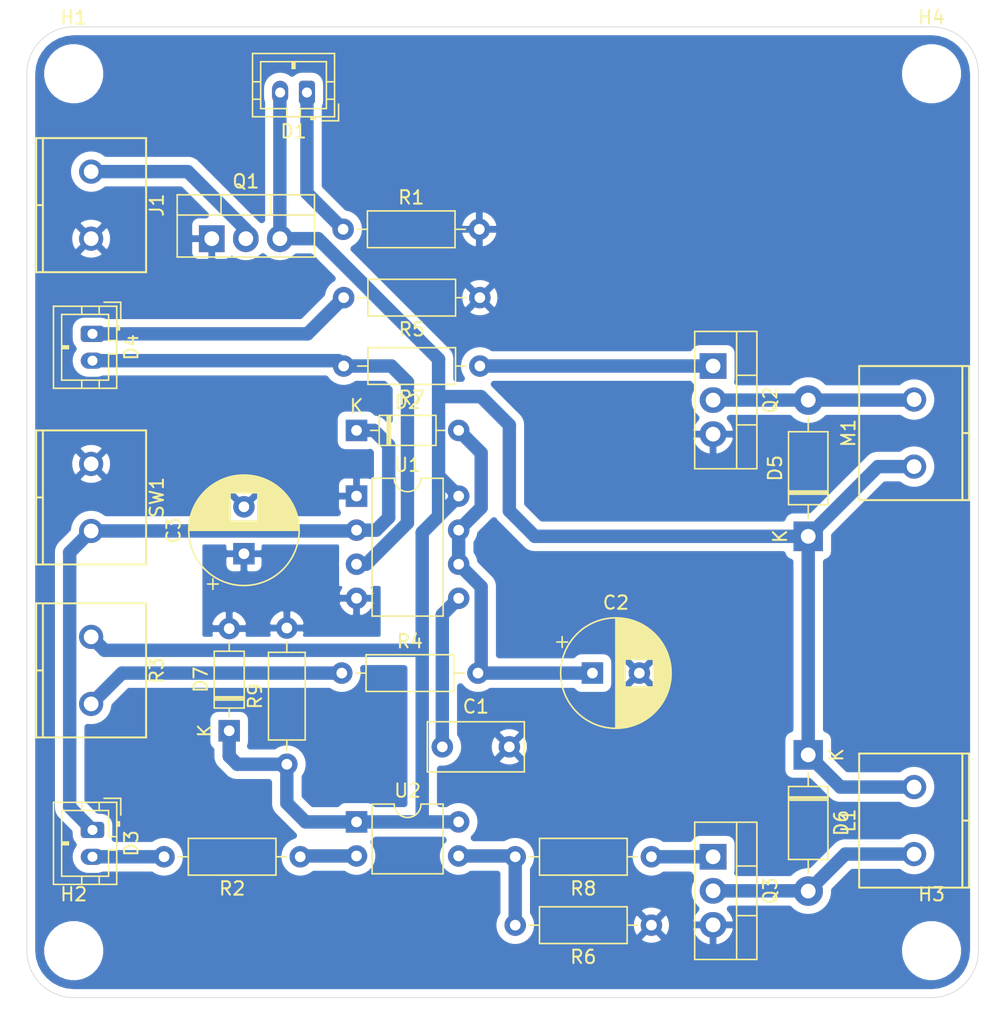
<source format=kicad_pcb>
(kicad_pcb (version 20171130) (host pcbnew 5.1.9)

  (general
    (thickness 1.6)
    (drawings 8)
    (tracks 86)
    (zones 0)
    (modules 32)
    (nets 19)
  )

  (page A)
  (title_block
    (company "erry Leumas")
  )

  (layers
    (0 F.Cu signal)
    (31 B.Cu signal)
    (32 B.Adhes user)
    (33 F.Adhes user)
    (34 B.Paste user)
    (35 F.Paste user)
    (36 B.SilkS user)
    (37 F.SilkS user)
    (38 B.Mask user)
    (39 F.Mask user)
    (40 Dwgs.User user)
    (41 Cmts.User user)
    (42 Eco1.User user)
    (43 Eco2.User user)
    (44 Edge.Cuts user)
    (45 Margin user)
    (46 B.CrtYd user)
    (47 F.CrtYd user)
    (48 B.Fab user)
    (49 F.Fab user)
  )

  (setup
    (last_trace_width 1)
    (user_trace_width 0.3)
    (user_trace_width 0.5)
    (user_trace_width 1)
    (user_trace_width 1.5)
    (trace_clearance 0.2)
    (zone_clearance 0.6)
    (zone_45_only no)
    (trace_min 0.2)
    (via_size 0.8)
    (via_drill 0.4)
    (via_min_size 0.4)
    (via_min_drill 0.3)
    (uvia_size 0.3)
    (uvia_drill 0.1)
    (uvias_allowed no)
    (uvia_min_size 0.2)
    (uvia_min_drill 0.1)
    (edge_width 0.05)
    (segment_width 0.2)
    (pcb_text_width 0.3)
    (pcb_text_size 1.5 1.5)
    (mod_edge_width 0.12)
    (mod_text_size 1 1)
    (mod_text_width 0.15)
    (pad_size 1.524 1.524)
    (pad_drill 0.762)
    (pad_to_mask_clearance 0)
    (aux_axis_origin 178.7 41.4)
    (visible_elements FFFFFF7F)
    (pcbplotparams
      (layerselection 0x01000_ffffffff)
      (usegerberextensions false)
      (usegerberattributes true)
      (usegerberadvancedattributes true)
      (creategerberjobfile true)
      (excludeedgelayer true)
      (linewidth 0.100000)
      (plotframeref false)
      (viasonmask false)
      (mode 1)
      (useauxorigin true)
      (hpglpennumber 1)
      (hpglpenspeed 20)
      (hpglpendiameter 15.000000)
      (psnegative false)
      (psa4output false)
      (plotreference true)
      (plotvalue true)
      (plotinvisibletext false)
      (padsonsilk false)
      (subtractmaskfromsilk false)
      (outputformat 1)
      (mirror false)
      (drillshape 0)
      (scaleselection 1)
      (outputdirectory "gerber/"))
  )

  (net 0 "")
  (net 1 GND)
  (net 2 "Net-(C1-Pad1)")
  (net 3 "Net-(C2-Pad1)")
  (net 4 +12V)
  (net 5 "Net-(D1-Pad1)")
  (net 6 "Net-(D2-Pad1)")
  (net 7 "Net-(D3-Pad2)")
  (net 8 "Net-(D4-Pad2)")
  (net 9 "Net-(D4-Pad1)")
  (net 10 "Net-(D5-Pad2)")
  (net 11 "Net-(D6-Pad2)")
  (net 12 "Net-(J1-Pad1)")
  (net 13 "Net-(Q2-Pad1)")
  (net 14 "Net-(Q3-Pad1)")
  (net 15 "Net-(R2-Pad1)")
  (net 16 "Net-(R3-Pad2)")
  (net 17 "Net-(R6-Pad2)")
  (net 18 "Net-(C3-Pad1)")

  (net_class Default "This is the default net class."
    (clearance 0.2)
    (trace_width 0.25)
    (via_dia 0.8)
    (via_drill 0.4)
    (uvia_dia 0.3)
    (uvia_drill 0.1)
    (add_net +12V)
    (add_net GND)
    (add_net "Net-(C1-Pad1)")
    (add_net "Net-(C2-Pad1)")
    (add_net "Net-(C3-Pad1)")
    (add_net "Net-(D1-Pad1)")
    (add_net "Net-(D2-Pad1)")
    (add_net "Net-(D3-Pad2)")
    (add_net "Net-(D4-Pad1)")
    (add_net "Net-(D4-Pad2)")
    (add_net "Net-(D5-Pad2)")
    (add_net "Net-(D6-Pad2)")
    (add_net "Net-(J1-Pad1)")
    (add_net "Net-(Q2-Pad1)")
    (add_net "Net-(Q3-Pad1)")
    (add_net "Net-(R2-Pad1)")
    (add_net "Net-(R3-Pad2)")
    (add_net "Net-(R6-Pad2)")
  )

  (module Resistor_THT:R_Axial_DIN0207_L6.3mm_D2.5mm_P10.16mm_Horizontal (layer F.Cu) (tedit 5AE5139B) (tstamp 60880BBC)
    (at 125.1 98.4 90)
    (descr "Resistor, Axial_DIN0207 series, Axial, Horizontal, pin pitch=10.16mm, 0.25W = 1/4W, length*diameter=6.3*2.5mm^2, http://cdn-reichelt.de/documents/datenblatt/B400/1_4W%23YAG.pdf")
    (tags "Resistor Axial_DIN0207 series Axial Horizontal pin pitch 10.16mm 0.25W = 1/4W length 6.3mm diameter 2.5mm")
    (path /608977FD)
    (fp_text reference R9 (at 5.08 -2.37 90) (layer F.SilkS)
      (effects (font (size 1 1) (thickness 0.15)))
    )
    (fp_text value 1k (at 5.08 2.37 90) (layer F.Fab)
      (effects (font (size 1 1) (thickness 0.15)))
    )
    (fp_text user %R (at 5.08 0 90) (layer F.Fab)
      (effects (font (size 1 1) (thickness 0.15)))
    )
    (fp_line (start 1.93 -1.25) (end 1.93 1.25) (layer F.Fab) (width 0.1))
    (fp_line (start 1.93 1.25) (end 8.23 1.25) (layer F.Fab) (width 0.1))
    (fp_line (start 8.23 1.25) (end 8.23 -1.25) (layer F.Fab) (width 0.1))
    (fp_line (start 8.23 -1.25) (end 1.93 -1.25) (layer F.Fab) (width 0.1))
    (fp_line (start 0 0) (end 1.93 0) (layer F.Fab) (width 0.1))
    (fp_line (start 10.16 0) (end 8.23 0) (layer F.Fab) (width 0.1))
    (fp_line (start 1.81 -1.37) (end 1.81 1.37) (layer F.SilkS) (width 0.12))
    (fp_line (start 1.81 1.37) (end 8.35 1.37) (layer F.SilkS) (width 0.12))
    (fp_line (start 8.35 1.37) (end 8.35 -1.37) (layer F.SilkS) (width 0.12))
    (fp_line (start 8.35 -1.37) (end 1.81 -1.37) (layer F.SilkS) (width 0.12))
    (fp_line (start 1.04 0) (end 1.81 0) (layer F.SilkS) (width 0.12))
    (fp_line (start 9.12 0) (end 8.35 0) (layer F.SilkS) (width 0.12))
    (fp_line (start -1.05 -1.5) (end -1.05 1.5) (layer F.CrtYd) (width 0.05))
    (fp_line (start -1.05 1.5) (end 11.21 1.5) (layer F.CrtYd) (width 0.05))
    (fp_line (start 11.21 1.5) (end 11.21 -1.5) (layer F.CrtYd) (width 0.05))
    (fp_line (start 11.21 -1.5) (end -1.05 -1.5) (layer F.CrtYd) (width 0.05))
    (pad 2 thru_hole oval (at 10.16 0 90) (size 1.6 1.6) (drill 0.8) (layers *.Cu *.Mask)
      (net 18 "Net-(C3-Pad1)"))
    (pad 1 thru_hole circle (at 0 0 90) (size 1.6 1.6) (drill 0.8) (layers *.Cu *.Mask)
      (net 4 +12V))
    (model ${KISYS3DMOD}/Resistor_THT.3dshapes/R_Axial_DIN0207_L6.3mm_D2.5mm_P10.16mm_Horizontal.wrl
      (at (xyz 0 0 0))
      (scale (xyz 1 1 1))
      (rotate (xyz 0 0 0))
    )
  )

  (module Diode_THT:D_DO-35_SOD27_P7.62mm_Horizontal (layer F.Cu) (tedit 5AE50CD5) (tstamp 608808FC)
    (at 120.8 95.9 90)
    (descr "Diode, DO-35_SOD27 series, Axial, Horizontal, pin pitch=7.62mm, , length*diameter=4*2mm^2, , http://www.diodes.com/_files/packages/DO-35.pdf")
    (tags "Diode DO-35_SOD27 series Axial Horizontal pin pitch 7.62mm  length 4mm diameter 2mm")
    (path /6089BB67)
    (fp_text reference D7 (at 3.81 -2.12 90) (layer F.SilkS)
      (effects (font (size 1 1) (thickness 0.15)))
    )
    (fp_text value 1N4148 (at 3.81 2.12 90) (layer F.Fab)
      (effects (font (size 1 1) (thickness 0.15)))
    )
    (fp_text user K (at 0 -1.8 90) (layer F.SilkS)
      (effects (font (size 1 1) (thickness 0.15)))
    )
    (fp_text user K (at 0 -1.8 90) (layer F.Fab)
      (effects (font (size 1 1) (thickness 0.15)))
    )
    (fp_text user %R (at 4.11 0 90) (layer F.Fab)
      (effects (font (size 0.8 0.8) (thickness 0.12)))
    )
    (fp_line (start 1.81 -1) (end 1.81 1) (layer F.Fab) (width 0.1))
    (fp_line (start 1.81 1) (end 5.81 1) (layer F.Fab) (width 0.1))
    (fp_line (start 5.81 1) (end 5.81 -1) (layer F.Fab) (width 0.1))
    (fp_line (start 5.81 -1) (end 1.81 -1) (layer F.Fab) (width 0.1))
    (fp_line (start 0 0) (end 1.81 0) (layer F.Fab) (width 0.1))
    (fp_line (start 7.62 0) (end 5.81 0) (layer F.Fab) (width 0.1))
    (fp_line (start 2.41 -1) (end 2.41 1) (layer F.Fab) (width 0.1))
    (fp_line (start 2.51 -1) (end 2.51 1) (layer F.Fab) (width 0.1))
    (fp_line (start 2.31 -1) (end 2.31 1) (layer F.Fab) (width 0.1))
    (fp_line (start 1.69 -1.12) (end 1.69 1.12) (layer F.SilkS) (width 0.12))
    (fp_line (start 1.69 1.12) (end 5.93 1.12) (layer F.SilkS) (width 0.12))
    (fp_line (start 5.93 1.12) (end 5.93 -1.12) (layer F.SilkS) (width 0.12))
    (fp_line (start 5.93 -1.12) (end 1.69 -1.12) (layer F.SilkS) (width 0.12))
    (fp_line (start 1.04 0) (end 1.69 0) (layer F.SilkS) (width 0.12))
    (fp_line (start 6.58 0) (end 5.93 0) (layer F.SilkS) (width 0.12))
    (fp_line (start 2.41 -1.12) (end 2.41 1.12) (layer F.SilkS) (width 0.12))
    (fp_line (start 2.53 -1.12) (end 2.53 1.12) (layer F.SilkS) (width 0.12))
    (fp_line (start 2.29 -1.12) (end 2.29 1.12) (layer F.SilkS) (width 0.12))
    (fp_line (start -1.05 -1.25) (end -1.05 1.25) (layer F.CrtYd) (width 0.05))
    (fp_line (start -1.05 1.25) (end 8.67 1.25) (layer F.CrtYd) (width 0.05))
    (fp_line (start 8.67 1.25) (end 8.67 -1.25) (layer F.CrtYd) (width 0.05))
    (fp_line (start 8.67 -1.25) (end -1.05 -1.25) (layer F.CrtYd) (width 0.05))
    (pad 2 thru_hole oval (at 7.62 0 90) (size 1.6 1.6) (drill 0.8) (layers *.Cu *.Mask)
      (net 18 "Net-(C3-Pad1)"))
    (pad 1 thru_hole rect (at 0 0 90) (size 1.6 1.6) (drill 0.8) (layers *.Cu *.Mask)
      (net 4 +12V))
    (model ${KISYS3DMOD}/Diode_THT.3dshapes/D_DO-35_SOD27_P7.62mm_Horizontal.wrl
      (at (xyz 0 0 0))
      (scale (xyz 1 1 1))
      (rotate (xyz 0 0 0))
    )
  )

  (module Capacitor_THT:CP_Radial_D8.0mm_P3.50mm (layer F.Cu) (tedit 5AE50EF0) (tstamp 60880733)
    (at 121.9 82.7 90)
    (descr "CP, Radial series, Radial, pin pitch=3.50mm, , diameter=8mm, Electrolytic Capacitor")
    (tags "CP Radial series Radial pin pitch 3.50mm  diameter 8mm Electrolytic Capacitor")
    (path /60890CB0)
    (fp_text reference C3 (at 1.75 -5.25 90) (layer F.SilkS)
      (effects (font (size 1 1) (thickness 0.15)))
    )
    (fp_text value 100u (at 1.75 5.25 90) (layer F.Fab)
      (effects (font (size 1 1) (thickness 0.15)))
    )
    (fp_text user %R (at 1.75 0 90) (layer F.Fab)
      (effects (font (size 1 1) (thickness 0.15)))
    )
    (fp_circle (center 1.75 0) (end 5.75 0) (layer F.Fab) (width 0.1))
    (fp_circle (center 1.75 0) (end 5.87 0) (layer F.SilkS) (width 0.12))
    (fp_circle (center 1.75 0) (end 6 0) (layer F.CrtYd) (width 0.05))
    (fp_line (start -1.676759 -1.7475) (end -0.876759 -1.7475) (layer F.Fab) (width 0.1))
    (fp_line (start -1.276759 -2.1475) (end -1.276759 -1.3475) (layer F.Fab) (width 0.1))
    (fp_line (start 1.75 -4.08) (end 1.75 4.08) (layer F.SilkS) (width 0.12))
    (fp_line (start 1.79 -4.08) (end 1.79 4.08) (layer F.SilkS) (width 0.12))
    (fp_line (start 1.83 -4.08) (end 1.83 4.08) (layer F.SilkS) (width 0.12))
    (fp_line (start 1.87 -4.079) (end 1.87 4.079) (layer F.SilkS) (width 0.12))
    (fp_line (start 1.91 -4.077) (end 1.91 4.077) (layer F.SilkS) (width 0.12))
    (fp_line (start 1.95 -4.076) (end 1.95 4.076) (layer F.SilkS) (width 0.12))
    (fp_line (start 1.99 -4.074) (end 1.99 4.074) (layer F.SilkS) (width 0.12))
    (fp_line (start 2.03 -4.071) (end 2.03 4.071) (layer F.SilkS) (width 0.12))
    (fp_line (start 2.07 -4.068) (end 2.07 4.068) (layer F.SilkS) (width 0.12))
    (fp_line (start 2.11 -4.065) (end 2.11 4.065) (layer F.SilkS) (width 0.12))
    (fp_line (start 2.15 -4.061) (end 2.15 4.061) (layer F.SilkS) (width 0.12))
    (fp_line (start 2.19 -4.057) (end 2.19 4.057) (layer F.SilkS) (width 0.12))
    (fp_line (start 2.23 -4.052) (end 2.23 4.052) (layer F.SilkS) (width 0.12))
    (fp_line (start 2.27 -4.048) (end 2.27 4.048) (layer F.SilkS) (width 0.12))
    (fp_line (start 2.31 -4.042) (end 2.31 4.042) (layer F.SilkS) (width 0.12))
    (fp_line (start 2.35 -4.037) (end 2.35 4.037) (layer F.SilkS) (width 0.12))
    (fp_line (start 2.39 -4.03) (end 2.39 4.03) (layer F.SilkS) (width 0.12))
    (fp_line (start 2.43 -4.024) (end 2.43 4.024) (layer F.SilkS) (width 0.12))
    (fp_line (start 2.471 -4.017) (end 2.471 -1.04) (layer F.SilkS) (width 0.12))
    (fp_line (start 2.471 1.04) (end 2.471 4.017) (layer F.SilkS) (width 0.12))
    (fp_line (start 2.511 -4.01) (end 2.511 -1.04) (layer F.SilkS) (width 0.12))
    (fp_line (start 2.511 1.04) (end 2.511 4.01) (layer F.SilkS) (width 0.12))
    (fp_line (start 2.551 -4.002) (end 2.551 -1.04) (layer F.SilkS) (width 0.12))
    (fp_line (start 2.551 1.04) (end 2.551 4.002) (layer F.SilkS) (width 0.12))
    (fp_line (start 2.591 -3.994) (end 2.591 -1.04) (layer F.SilkS) (width 0.12))
    (fp_line (start 2.591 1.04) (end 2.591 3.994) (layer F.SilkS) (width 0.12))
    (fp_line (start 2.631 -3.985) (end 2.631 -1.04) (layer F.SilkS) (width 0.12))
    (fp_line (start 2.631 1.04) (end 2.631 3.985) (layer F.SilkS) (width 0.12))
    (fp_line (start 2.671 -3.976) (end 2.671 -1.04) (layer F.SilkS) (width 0.12))
    (fp_line (start 2.671 1.04) (end 2.671 3.976) (layer F.SilkS) (width 0.12))
    (fp_line (start 2.711 -3.967) (end 2.711 -1.04) (layer F.SilkS) (width 0.12))
    (fp_line (start 2.711 1.04) (end 2.711 3.967) (layer F.SilkS) (width 0.12))
    (fp_line (start 2.751 -3.957) (end 2.751 -1.04) (layer F.SilkS) (width 0.12))
    (fp_line (start 2.751 1.04) (end 2.751 3.957) (layer F.SilkS) (width 0.12))
    (fp_line (start 2.791 -3.947) (end 2.791 -1.04) (layer F.SilkS) (width 0.12))
    (fp_line (start 2.791 1.04) (end 2.791 3.947) (layer F.SilkS) (width 0.12))
    (fp_line (start 2.831 -3.936) (end 2.831 -1.04) (layer F.SilkS) (width 0.12))
    (fp_line (start 2.831 1.04) (end 2.831 3.936) (layer F.SilkS) (width 0.12))
    (fp_line (start 2.871 -3.925) (end 2.871 -1.04) (layer F.SilkS) (width 0.12))
    (fp_line (start 2.871 1.04) (end 2.871 3.925) (layer F.SilkS) (width 0.12))
    (fp_line (start 2.911 -3.914) (end 2.911 -1.04) (layer F.SilkS) (width 0.12))
    (fp_line (start 2.911 1.04) (end 2.911 3.914) (layer F.SilkS) (width 0.12))
    (fp_line (start 2.951 -3.902) (end 2.951 -1.04) (layer F.SilkS) (width 0.12))
    (fp_line (start 2.951 1.04) (end 2.951 3.902) (layer F.SilkS) (width 0.12))
    (fp_line (start 2.991 -3.889) (end 2.991 -1.04) (layer F.SilkS) (width 0.12))
    (fp_line (start 2.991 1.04) (end 2.991 3.889) (layer F.SilkS) (width 0.12))
    (fp_line (start 3.031 -3.877) (end 3.031 -1.04) (layer F.SilkS) (width 0.12))
    (fp_line (start 3.031 1.04) (end 3.031 3.877) (layer F.SilkS) (width 0.12))
    (fp_line (start 3.071 -3.863) (end 3.071 -1.04) (layer F.SilkS) (width 0.12))
    (fp_line (start 3.071 1.04) (end 3.071 3.863) (layer F.SilkS) (width 0.12))
    (fp_line (start 3.111 -3.85) (end 3.111 -1.04) (layer F.SilkS) (width 0.12))
    (fp_line (start 3.111 1.04) (end 3.111 3.85) (layer F.SilkS) (width 0.12))
    (fp_line (start 3.151 -3.835) (end 3.151 -1.04) (layer F.SilkS) (width 0.12))
    (fp_line (start 3.151 1.04) (end 3.151 3.835) (layer F.SilkS) (width 0.12))
    (fp_line (start 3.191 -3.821) (end 3.191 -1.04) (layer F.SilkS) (width 0.12))
    (fp_line (start 3.191 1.04) (end 3.191 3.821) (layer F.SilkS) (width 0.12))
    (fp_line (start 3.231 -3.805) (end 3.231 -1.04) (layer F.SilkS) (width 0.12))
    (fp_line (start 3.231 1.04) (end 3.231 3.805) (layer F.SilkS) (width 0.12))
    (fp_line (start 3.271 -3.79) (end 3.271 -1.04) (layer F.SilkS) (width 0.12))
    (fp_line (start 3.271 1.04) (end 3.271 3.79) (layer F.SilkS) (width 0.12))
    (fp_line (start 3.311 -3.774) (end 3.311 -1.04) (layer F.SilkS) (width 0.12))
    (fp_line (start 3.311 1.04) (end 3.311 3.774) (layer F.SilkS) (width 0.12))
    (fp_line (start 3.351 -3.757) (end 3.351 -1.04) (layer F.SilkS) (width 0.12))
    (fp_line (start 3.351 1.04) (end 3.351 3.757) (layer F.SilkS) (width 0.12))
    (fp_line (start 3.391 -3.74) (end 3.391 -1.04) (layer F.SilkS) (width 0.12))
    (fp_line (start 3.391 1.04) (end 3.391 3.74) (layer F.SilkS) (width 0.12))
    (fp_line (start 3.431 -3.722) (end 3.431 -1.04) (layer F.SilkS) (width 0.12))
    (fp_line (start 3.431 1.04) (end 3.431 3.722) (layer F.SilkS) (width 0.12))
    (fp_line (start 3.471 -3.704) (end 3.471 -1.04) (layer F.SilkS) (width 0.12))
    (fp_line (start 3.471 1.04) (end 3.471 3.704) (layer F.SilkS) (width 0.12))
    (fp_line (start 3.511 -3.686) (end 3.511 -1.04) (layer F.SilkS) (width 0.12))
    (fp_line (start 3.511 1.04) (end 3.511 3.686) (layer F.SilkS) (width 0.12))
    (fp_line (start 3.551 -3.666) (end 3.551 -1.04) (layer F.SilkS) (width 0.12))
    (fp_line (start 3.551 1.04) (end 3.551 3.666) (layer F.SilkS) (width 0.12))
    (fp_line (start 3.591 -3.647) (end 3.591 -1.04) (layer F.SilkS) (width 0.12))
    (fp_line (start 3.591 1.04) (end 3.591 3.647) (layer F.SilkS) (width 0.12))
    (fp_line (start 3.631 -3.627) (end 3.631 -1.04) (layer F.SilkS) (width 0.12))
    (fp_line (start 3.631 1.04) (end 3.631 3.627) (layer F.SilkS) (width 0.12))
    (fp_line (start 3.671 -3.606) (end 3.671 -1.04) (layer F.SilkS) (width 0.12))
    (fp_line (start 3.671 1.04) (end 3.671 3.606) (layer F.SilkS) (width 0.12))
    (fp_line (start 3.711 -3.584) (end 3.711 -1.04) (layer F.SilkS) (width 0.12))
    (fp_line (start 3.711 1.04) (end 3.711 3.584) (layer F.SilkS) (width 0.12))
    (fp_line (start 3.751 -3.562) (end 3.751 -1.04) (layer F.SilkS) (width 0.12))
    (fp_line (start 3.751 1.04) (end 3.751 3.562) (layer F.SilkS) (width 0.12))
    (fp_line (start 3.791 -3.54) (end 3.791 -1.04) (layer F.SilkS) (width 0.12))
    (fp_line (start 3.791 1.04) (end 3.791 3.54) (layer F.SilkS) (width 0.12))
    (fp_line (start 3.831 -3.517) (end 3.831 -1.04) (layer F.SilkS) (width 0.12))
    (fp_line (start 3.831 1.04) (end 3.831 3.517) (layer F.SilkS) (width 0.12))
    (fp_line (start 3.871 -3.493) (end 3.871 -1.04) (layer F.SilkS) (width 0.12))
    (fp_line (start 3.871 1.04) (end 3.871 3.493) (layer F.SilkS) (width 0.12))
    (fp_line (start 3.911 -3.469) (end 3.911 -1.04) (layer F.SilkS) (width 0.12))
    (fp_line (start 3.911 1.04) (end 3.911 3.469) (layer F.SilkS) (width 0.12))
    (fp_line (start 3.951 -3.444) (end 3.951 -1.04) (layer F.SilkS) (width 0.12))
    (fp_line (start 3.951 1.04) (end 3.951 3.444) (layer F.SilkS) (width 0.12))
    (fp_line (start 3.991 -3.418) (end 3.991 -1.04) (layer F.SilkS) (width 0.12))
    (fp_line (start 3.991 1.04) (end 3.991 3.418) (layer F.SilkS) (width 0.12))
    (fp_line (start 4.031 -3.392) (end 4.031 -1.04) (layer F.SilkS) (width 0.12))
    (fp_line (start 4.031 1.04) (end 4.031 3.392) (layer F.SilkS) (width 0.12))
    (fp_line (start 4.071 -3.365) (end 4.071 -1.04) (layer F.SilkS) (width 0.12))
    (fp_line (start 4.071 1.04) (end 4.071 3.365) (layer F.SilkS) (width 0.12))
    (fp_line (start 4.111 -3.338) (end 4.111 -1.04) (layer F.SilkS) (width 0.12))
    (fp_line (start 4.111 1.04) (end 4.111 3.338) (layer F.SilkS) (width 0.12))
    (fp_line (start 4.151 -3.309) (end 4.151 -1.04) (layer F.SilkS) (width 0.12))
    (fp_line (start 4.151 1.04) (end 4.151 3.309) (layer F.SilkS) (width 0.12))
    (fp_line (start 4.191 -3.28) (end 4.191 -1.04) (layer F.SilkS) (width 0.12))
    (fp_line (start 4.191 1.04) (end 4.191 3.28) (layer F.SilkS) (width 0.12))
    (fp_line (start 4.231 -3.25) (end 4.231 -1.04) (layer F.SilkS) (width 0.12))
    (fp_line (start 4.231 1.04) (end 4.231 3.25) (layer F.SilkS) (width 0.12))
    (fp_line (start 4.271 -3.22) (end 4.271 -1.04) (layer F.SilkS) (width 0.12))
    (fp_line (start 4.271 1.04) (end 4.271 3.22) (layer F.SilkS) (width 0.12))
    (fp_line (start 4.311 -3.189) (end 4.311 -1.04) (layer F.SilkS) (width 0.12))
    (fp_line (start 4.311 1.04) (end 4.311 3.189) (layer F.SilkS) (width 0.12))
    (fp_line (start 4.351 -3.156) (end 4.351 -1.04) (layer F.SilkS) (width 0.12))
    (fp_line (start 4.351 1.04) (end 4.351 3.156) (layer F.SilkS) (width 0.12))
    (fp_line (start 4.391 -3.124) (end 4.391 -1.04) (layer F.SilkS) (width 0.12))
    (fp_line (start 4.391 1.04) (end 4.391 3.124) (layer F.SilkS) (width 0.12))
    (fp_line (start 4.431 -3.09) (end 4.431 -1.04) (layer F.SilkS) (width 0.12))
    (fp_line (start 4.431 1.04) (end 4.431 3.09) (layer F.SilkS) (width 0.12))
    (fp_line (start 4.471 -3.055) (end 4.471 -1.04) (layer F.SilkS) (width 0.12))
    (fp_line (start 4.471 1.04) (end 4.471 3.055) (layer F.SilkS) (width 0.12))
    (fp_line (start 4.511 -3.019) (end 4.511 -1.04) (layer F.SilkS) (width 0.12))
    (fp_line (start 4.511 1.04) (end 4.511 3.019) (layer F.SilkS) (width 0.12))
    (fp_line (start 4.551 -2.983) (end 4.551 2.983) (layer F.SilkS) (width 0.12))
    (fp_line (start 4.591 -2.945) (end 4.591 2.945) (layer F.SilkS) (width 0.12))
    (fp_line (start 4.631 -2.907) (end 4.631 2.907) (layer F.SilkS) (width 0.12))
    (fp_line (start 4.671 -2.867) (end 4.671 2.867) (layer F.SilkS) (width 0.12))
    (fp_line (start 4.711 -2.826) (end 4.711 2.826) (layer F.SilkS) (width 0.12))
    (fp_line (start 4.751 -2.784) (end 4.751 2.784) (layer F.SilkS) (width 0.12))
    (fp_line (start 4.791 -2.741) (end 4.791 2.741) (layer F.SilkS) (width 0.12))
    (fp_line (start 4.831 -2.697) (end 4.831 2.697) (layer F.SilkS) (width 0.12))
    (fp_line (start 4.871 -2.651) (end 4.871 2.651) (layer F.SilkS) (width 0.12))
    (fp_line (start 4.911 -2.604) (end 4.911 2.604) (layer F.SilkS) (width 0.12))
    (fp_line (start 4.951 -2.556) (end 4.951 2.556) (layer F.SilkS) (width 0.12))
    (fp_line (start 4.991 -2.505) (end 4.991 2.505) (layer F.SilkS) (width 0.12))
    (fp_line (start 5.031 -2.454) (end 5.031 2.454) (layer F.SilkS) (width 0.12))
    (fp_line (start 5.071 -2.4) (end 5.071 2.4) (layer F.SilkS) (width 0.12))
    (fp_line (start 5.111 -2.345) (end 5.111 2.345) (layer F.SilkS) (width 0.12))
    (fp_line (start 5.151 -2.287) (end 5.151 2.287) (layer F.SilkS) (width 0.12))
    (fp_line (start 5.191 -2.228) (end 5.191 2.228) (layer F.SilkS) (width 0.12))
    (fp_line (start 5.231 -2.166) (end 5.231 2.166) (layer F.SilkS) (width 0.12))
    (fp_line (start 5.271 -2.102) (end 5.271 2.102) (layer F.SilkS) (width 0.12))
    (fp_line (start 5.311 -2.034) (end 5.311 2.034) (layer F.SilkS) (width 0.12))
    (fp_line (start 5.351 -1.964) (end 5.351 1.964) (layer F.SilkS) (width 0.12))
    (fp_line (start 5.391 -1.89) (end 5.391 1.89) (layer F.SilkS) (width 0.12))
    (fp_line (start 5.431 -1.813) (end 5.431 1.813) (layer F.SilkS) (width 0.12))
    (fp_line (start 5.471 -1.731) (end 5.471 1.731) (layer F.SilkS) (width 0.12))
    (fp_line (start 5.511 -1.645) (end 5.511 1.645) (layer F.SilkS) (width 0.12))
    (fp_line (start 5.551 -1.552) (end 5.551 1.552) (layer F.SilkS) (width 0.12))
    (fp_line (start 5.591 -1.453) (end 5.591 1.453) (layer F.SilkS) (width 0.12))
    (fp_line (start 5.631 -1.346) (end 5.631 1.346) (layer F.SilkS) (width 0.12))
    (fp_line (start 5.671 -1.229) (end 5.671 1.229) (layer F.SilkS) (width 0.12))
    (fp_line (start 5.711 -1.098) (end 5.711 1.098) (layer F.SilkS) (width 0.12))
    (fp_line (start 5.751 -0.948) (end 5.751 0.948) (layer F.SilkS) (width 0.12))
    (fp_line (start 5.791 -0.768) (end 5.791 0.768) (layer F.SilkS) (width 0.12))
    (fp_line (start 5.831 -0.533) (end 5.831 0.533) (layer F.SilkS) (width 0.12))
    (fp_line (start -2.659698 -2.315) (end -1.859698 -2.315) (layer F.SilkS) (width 0.12))
    (fp_line (start -2.259698 -2.715) (end -2.259698 -1.915) (layer F.SilkS) (width 0.12))
    (pad 2 thru_hole circle (at 3.5 0 90) (size 1.6 1.6) (drill 0.8) (layers *.Cu *.Mask)
      (net 1 GND))
    (pad 1 thru_hole rect (at 0 0 90) (size 1.6 1.6) (drill 0.8) (layers *.Cu *.Mask)
      (net 18 "Net-(C3-Pad1)"))
    (model ${KISYS3DMOD}/Capacitor_THT.3dshapes/CP_Radial_D8.0mm_P3.50mm.wrl
      (at (xyz 0 0 0))
      (scale (xyz 1 1 1))
      (rotate (xyz 0 0 0))
    )
  )

  (module MountingHole:MountingHole_3.2mm_M3 (layer F.Cu) (tedit 56D1B4CB) (tstamp 6085C8BA)
    (at 173.2 46.9)
    (descr "Mounting Hole 3.2mm, no annular, M3")
    (tags "mounting hole 3.2mm no annular m3")
    (path /60B099EF)
    (attr virtual)
    (fp_text reference H4 (at 0 -4.2) (layer F.SilkS)
      (effects (font (size 1 1) (thickness 0.15)))
    )
    (fp_text value MountingHole (at 0 4.2) (layer F.Fab)
      (effects (font (size 1 1) (thickness 0.15)))
    )
    (fp_circle (center 0 0) (end 3.45 0) (layer F.CrtYd) (width 0.05))
    (fp_circle (center 0 0) (end 3.2 0) (layer Cmts.User) (width 0.15))
    (fp_text user %R (at 0.3 0) (layer F.Fab)
      (effects (font (size 1 1) (thickness 0.15)))
    )
    (pad 1 np_thru_hole circle (at 0 0) (size 3.2 3.2) (drill 3.2) (layers *.Cu *.Mask))
  )

  (module MountingHole:MountingHole_3.2mm_M3 (layer F.Cu) (tedit 56D1B4CB) (tstamp 6085CCA1)
    (at 173.2 112.3)
    (descr "Mounting Hole 3.2mm, no annular, M3")
    (tags "mounting hole 3.2mm no annular m3")
    (path /60B0987F)
    (attr virtual)
    (fp_text reference H3 (at 0 -4.2) (layer F.SilkS)
      (effects (font (size 1 1) (thickness 0.15)))
    )
    (fp_text value MountingHole (at 0 4.2) (layer F.Fab)
      (effects (font (size 1 1) (thickness 0.15)))
    )
    (fp_circle (center 0 0) (end 3.45 0) (layer F.CrtYd) (width 0.05))
    (fp_circle (center 0 0) (end 3.2 0) (layer Cmts.User) (width 0.15))
    (fp_text user %R (at 0.3 0) (layer F.Fab)
      (effects (font (size 1 1) (thickness 0.15)))
    )
    (pad 1 np_thru_hole circle (at 0 0) (size 3.2 3.2) (drill 3.2) (layers *.Cu *.Mask))
  )

  (module MountingHole:MountingHole_3.2mm_M3 (layer F.Cu) (tedit 56D1B4CB) (tstamp 6085CC3A)
    (at 109.2 112.3)
    (descr "Mounting Hole 3.2mm, no annular, M3")
    (tags "mounting hole 3.2mm no annular m3")
    (path /60B09C6F)
    (attr virtual)
    (fp_text reference H2 (at 0 -4.2) (layer F.SilkS)
      (effects (font (size 1 1) (thickness 0.15)))
    )
    (fp_text value MountingHole (at 0 4.2) (layer F.Fab)
      (effects (font (size 1 1) (thickness 0.15)))
    )
    (fp_circle (center 0 0) (end 3.45 0) (layer F.CrtYd) (width 0.05))
    (fp_circle (center 0 0) (end 3.2 0) (layer Cmts.User) (width 0.15))
    (fp_text user %R (at 0.3 0) (layer F.Fab)
      (effects (font (size 1 1) (thickness 0.15)))
    )
    (pad 1 np_thru_hole circle (at 0 0) (size 3.2 3.2) (drill 3.2) (layers *.Cu *.Mask))
  )

  (module MountingHole:MountingHole_3.2mm_M3 (layer F.Cu) (tedit 56D1B4CB) (tstamp 6085CCC6)
    (at 109.2 46.9)
    (descr "Mounting Hole 3.2mm, no annular, M3")
    (tags "mounting hole 3.2mm no annular m3")
    (path /60B08B99)
    (attr virtual)
    (fp_text reference H1 (at 0 -4.2) (layer F.SilkS)
      (effects (font (size 1 1) (thickness 0.15)))
    )
    (fp_text value MountingHole (at 0 4.2) (layer F.Fab)
      (effects (font (size 1 1) (thickness 0.15)))
    )
    (fp_circle (center 0 0) (end 3.45 0) (layer F.CrtYd) (width 0.05))
    (fp_circle (center 0 0) (end 3.2 0) (layer Cmts.User) (width 0.15))
    (fp_text user %R (at 0.3 0) (layer F.Fab)
      (effects (font (size 1 1) (thickness 0.15)))
    )
    (pad 1 np_thru_hole circle (at 0 0) (size 3.2 3.2) (drill 3.2) (layers *.Cu *.Mask))
  )

  (module Package_DIP:DIP-4_W7.62mm (layer F.Cu) (tedit 5A02E8C5) (tstamp 60858E7B)
    (at 130.3 102.7)
    (descr "4-lead though-hole mounted DIP package, row spacing 7.62 mm (300 mils)")
    (tags "THT DIP DIL PDIP 2.54mm 7.62mm 300mil")
    (path /60889219)
    (fp_text reference U2 (at 3.81 -2.33) (layer F.SilkS)
      (effects (font (size 1 1) (thickness 0.15)))
    )
    (fp_text value EL817 (at 3.81 4.87) (layer F.Fab)
      (effects (font (size 1 1) (thickness 0.15)))
    )
    (fp_line (start 8.7 -1.55) (end -1.1 -1.55) (layer F.CrtYd) (width 0.05))
    (fp_line (start 8.7 4.1) (end 8.7 -1.55) (layer F.CrtYd) (width 0.05))
    (fp_line (start -1.1 4.1) (end 8.7 4.1) (layer F.CrtYd) (width 0.05))
    (fp_line (start -1.1 -1.55) (end -1.1 4.1) (layer F.CrtYd) (width 0.05))
    (fp_line (start 6.46 -1.33) (end 4.81 -1.33) (layer F.SilkS) (width 0.12))
    (fp_line (start 6.46 3.87) (end 6.46 -1.33) (layer F.SilkS) (width 0.12))
    (fp_line (start 1.16 3.87) (end 6.46 3.87) (layer F.SilkS) (width 0.12))
    (fp_line (start 1.16 -1.33) (end 1.16 3.87) (layer F.SilkS) (width 0.12))
    (fp_line (start 2.81 -1.33) (end 1.16 -1.33) (layer F.SilkS) (width 0.12))
    (fp_line (start 0.635 -0.27) (end 1.635 -1.27) (layer F.Fab) (width 0.1))
    (fp_line (start 0.635 3.81) (end 0.635 -0.27) (layer F.Fab) (width 0.1))
    (fp_line (start 6.985 3.81) (end 0.635 3.81) (layer F.Fab) (width 0.1))
    (fp_line (start 6.985 -1.27) (end 6.985 3.81) (layer F.Fab) (width 0.1))
    (fp_line (start 1.635 -1.27) (end 6.985 -1.27) (layer F.Fab) (width 0.1))
    (fp_text user %R (at 3.81 1.27) (layer F.Fab)
      (effects (font (size 1 1) (thickness 0.15)))
    )
    (fp_arc (start 3.81 -1.33) (end 2.81 -1.33) (angle -180) (layer F.SilkS) (width 0.12))
    (pad 4 thru_hole oval (at 7.62 0) (size 1.6 1.6) (drill 0.8) (layers *.Cu *.Mask)
      (net 4 +12V))
    (pad 2 thru_hole oval (at 0 2.54) (size 1.6 1.6) (drill 0.8) (layers *.Cu *.Mask)
      (net 15 "Net-(R2-Pad1)"))
    (pad 3 thru_hole oval (at 7.62 2.54) (size 1.6 1.6) (drill 0.8) (layers *.Cu *.Mask)
      (net 17 "Net-(R6-Pad2)"))
    (pad 1 thru_hole rect (at 0 0) (size 1.6 1.6) (drill 0.8) (layers *.Cu *.Mask)
      (net 4 +12V))
    (model ${KISYS3DMOD}/Package_DIP.3dshapes/DIP-4_W7.62mm.wrl
      (at (xyz 0 0 0))
      (scale (xyz 1 1 1))
      (rotate (xyz 0 0 0))
    )
  )

  (module Package_DIP:DIP-8_W7.62mm (layer F.Cu) (tedit 5A02E8C5) (tstamp 608584E6)
    (at 130.3 78.4)
    (descr "8-lead though-hole mounted DIP package, row spacing 7.62 mm (300 mils)")
    (tags "THT DIP DIL PDIP 2.54mm 7.62mm 300mil")
    (path /6084CB3F)
    (fp_text reference U1 (at 3.81 -2.33) (layer F.SilkS)
      (effects (font (size 1 1) (thickness 0.15)))
    )
    (fp_text value NE555P (at 3.81 9.95) (layer F.Fab)
      (effects (font (size 1 1) (thickness 0.15)))
    )
    (fp_line (start 8.7 -1.55) (end -1.1 -1.55) (layer F.CrtYd) (width 0.05))
    (fp_line (start 8.7 9.15) (end 8.7 -1.55) (layer F.CrtYd) (width 0.05))
    (fp_line (start -1.1 9.15) (end 8.7 9.15) (layer F.CrtYd) (width 0.05))
    (fp_line (start -1.1 -1.55) (end -1.1 9.15) (layer F.CrtYd) (width 0.05))
    (fp_line (start 6.46 -1.33) (end 4.81 -1.33) (layer F.SilkS) (width 0.12))
    (fp_line (start 6.46 8.95) (end 6.46 -1.33) (layer F.SilkS) (width 0.12))
    (fp_line (start 1.16 8.95) (end 6.46 8.95) (layer F.SilkS) (width 0.12))
    (fp_line (start 1.16 -1.33) (end 1.16 8.95) (layer F.SilkS) (width 0.12))
    (fp_line (start 2.81 -1.33) (end 1.16 -1.33) (layer F.SilkS) (width 0.12))
    (fp_line (start 0.635 -0.27) (end 1.635 -1.27) (layer F.Fab) (width 0.1))
    (fp_line (start 0.635 8.89) (end 0.635 -0.27) (layer F.Fab) (width 0.1))
    (fp_line (start 6.985 8.89) (end 0.635 8.89) (layer F.Fab) (width 0.1))
    (fp_line (start 6.985 -1.27) (end 6.985 8.89) (layer F.Fab) (width 0.1))
    (fp_line (start 1.635 -1.27) (end 6.985 -1.27) (layer F.Fab) (width 0.1))
    (fp_text user %R (at 3.81 3.81) (layer F.Fab)
      (effects (font (size 1 1) (thickness 0.15)))
    )
    (fp_arc (start 3.81 -1.33) (end 2.81 -1.33) (angle -180) (layer F.SilkS) (width 0.12))
    (pad 8 thru_hole oval (at 7.62 0) (size 1.6 1.6) (drill 0.8) (layers *.Cu *.Mask)
      (net 4 +12V))
    (pad 4 thru_hole oval (at 0 7.62) (size 1.6 1.6) (drill 0.8) (layers *.Cu *.Mask)
      (net 18 "Net-(C3-Pad1)"))
    (pad 7 thru_hole oval (at 7.62 2.54) (size 1.6 1.6) (drill 0.8) (layers *.Cu *.Mask)
      (net 3 "Net-(C2-Pad1)"))
    (pad 3 thru_hole oval (at 0 5.08) (size 1.6 1.6) (drill 0.8) (layers *.Cu *.Mask)
      (net 8 "Net-(D4-Pad2)"))
    (pad 6 thru_hole oval (at 7.62 5.08) (size 1.6 1.6) (drill 0.8) (layers *.Cu *.Mask)
      (net 3 "Net-(C2-Pad1)"))
    (pad 2 thru_hole oval (at 0 2.54) (size 1.6 1.6) (drill 0.8) (layers *.Cu *.Mask)
      (net 6 "Net-(D2-Pad1)"))
    (pad 5 thru_hole oval (at 7.62 7.62) (size 1.6 1.6) (drill 0.8) (layers *.Cu *.Mask)
      (net 2 "Net-(C1-Pad1)"))
    (pad 1 thru_hole rect (at 0 0) (size 1.6 1.6) (drill 0.8) (layers *.Cu *.Mask)
      (net 1 GND))
    (model ${KISYS3DMOD}/Package_DIP.3dshapes/DIP-8_W7.62mm.wrl
      (at (xyz 0 0 0))
      (scale (xyz 1 1 1))
      (rotate (xyz 0 0 0))
    )
  )

  (module pl_TerminalBlock:WJ127-5.0-2P (layer F.Cu) (tedit 60632C81) (tstamp 608584CA)
    (at 110.5 76 270)
    (path /6086380B)
    (fp_text reference SW1 (at 2.5 -4.9 90) (layer F.SilkS)
      (effects (font (size 1 1) (thickness 0.15)))
    )
    (fp_text value SW_SPST (at 2.5 -3.6 90) (layer F.Fab)
      (effects (font (size 0.5 0.5) (thickness 0.125)))
    )
    (fp_line (start -2.5 4.1) (end -2.5 -4.1) (layer F.SilkS) (width 0.15))
    (fp_line (start 7.5 4.1) (end -2.5 4.1) (layer F.SilkS) (width 0.15))
    (fp_line (start 7.5 -4.1) (end 7.5 4.1) (layer F.SilkS) (width 0.15))
    (fp_line (start -2.5 -4.1) (end 7.5 -4.1) (layer F.SilkS) (width 0.15))
    (fp_line (start -2.5 3.6) (end 7.5 3.6) (layer F.SilkS) (width 0.15))
    (fp_line (start 2.5 4.1) (end 2.5 3.6) (layer F.SilkS) (width 0.15))
    (fp_line (start 7.6 -4.2) (end 7.6 4.2) (layer F.CrtYd) (width 0.15))
    (fp_line (start -2.5 4.1) (end -2.5 -4.1) (layer F.Fab) (width 0.15))
    (fp_line (start 7.5 4.1) (end -2.5 4.1) (layer F.Fab) (width 0.15))
    (fp_line (start 7.5 -4.1) (end 7.5 4.1) (layer F.Fab) (width 0.15))
    (fp_line (start -2.5 -4.1) (end 7.5 -4.1) (layer F.Fab) (width 0.15))
    (fp_circle (center 0 0) (end 1.5 0) (layer F.Fab) (width 0.15))
    (fp_circle (center 5 0) (end 3.5 0) (layer F.Fab) (width 0.15))
    (fp_line (start -3.2 4.2) (end -3.2 -4.2) (layer F.CrtYd) (width 0.15))
    (fp_line (start -3.2 -4.2) (end 7.6 -4.2) (layer F.CrtYd) (width 0.15))
    (fp_line (start -3.2 4.2) (end 7.6 4.2) (layer F.CrtYd) (width 0.15))
    (fp_line (start -3.1 2.9) (end -2.5 3.1) (layer F.Fab) (width 0.15))
    (fp_line (start -3.1 3.8) (end -3.1 2.9) (layer F.Fab) (width 0.15))
    (fp_line (start -2.5 3.6) (end -3.1 3.8) (layer F.Fab) (width 0.15))
    (pad 2 thru_hole circle (at 5 0 270) (size 1.8 1.8) (drill 1.1) (layers *.Cu *.Mask)
      (net 6 "Net-(D2-Pad1)"))
    (pad 1 thru_hole circle (at 0 0 270) (size 1.8 1.8) (drill 1.1) (layers *.Cu *.Mask)
      (net 1 GND))
    (model ${KIPRJMOD}/3d_models/pl_Terminal.3dshapes/pl_Terminal_5mm_2pins.wrl
      (at (xyz 0 0 0))
      (scale (xyz 1 1 1))
      (rotate (xyz 0 0 0))
    )
  )

  (module Resistor_THT:R_Axial_DIN0207_L6.3mm_D2.5mm_P10.16mm_Horizontal (layer F.Cu) (tedit 5AE5139B) (tstamp 608584B1)
    (at 152.3 105.3 180)
    (descr "Resistor, Axial_DIN0207 series, Axial, Horizontal, pin pitch=10.16mm, 0.25W = 1/4W, length*diameter=6.3*2.5mm^2, http://cdn-reichelt.de/documents/datenblatt/B400/1_4W%23YAG.pdf")
    (tags "Resistor Axial_DIN0207 series Axial Horizontal pin pitch 10.16mm 0.25W = 1/4W length 6.3mm diameter 2.5mm")
    (path /6089043E)
    (fp_text reference R8 (at 5.08 -2.37) (layer F.SilkS)
      (effects (font (size 1 1) (thickness 0.15)))
    )
    (fp_text value 1k (at 5.08 2.37) (layer F.Fab)
      (effects (font (size 1 1) (thickness 0.15)))
    )
    (fp_line (start 11.21 -1.5) (end -1.05 -1.5) (layer F.CrtYd) (width 0.05))
    (fp_line (start 11.21 1.5) (end 11.21 -1.5) (layer F.CrtYd) (width 0.05))
    (fp_line (start -1.05 1.5) (end 11.21 1.5) (layer F.CrtYd) (width 0.05))
    (fp_line (start -1.05 -1.5) (end -1.05 1.5) (layer F.CrtYd) (width 0.05))
    (fp_line (start 9.12 0) (end 8.35 0) (layer F.SilkS) (width 0.12))
    (fp_line (start 1.04 0) (end 1.81 0) (layer F.SilkS) (width 0.12))
    (fp_line (start 8.35 -1.37) (end 1.81 -1.37) (layer F.SilkS) (width 0.12))
    (fp_line (start 8.35 1.37) (end 8.35 -1.37) (layer F.SilkS) (width 0.12))
    (fp_line (start 1.81 1.37) (end 8.35 1.37) (layer F.SilkS) (width 0.12))
    (fp_line (start 1.81 -1.37) (end 1.81 1.37) (layer F.SilkS) (width 0.12))
    (fp_line (start 10.16 0) (end 8.23 0) (layer F.Fab) (width 0.1))
    (fp_line (start 0 0) (end 1.93 0) (layer F.Fab) (width 0.1))
    (fp_line (start 8.23 -1.25) (end 1.93 -1.25) (layer F.Fab) (width 0.1))
    (fp_line (start 8.23 1.25) (end 8.23 -1.25) (layer F.Fab) (width 0.1))
    (fp_line (start 1.93 1.25) (end 8.23 1.25) (layer F.Fab) (width 0.1))
    (fp_line (start 1.93 -1.25) (end 1.93 1.25) (layer F.Fab) (width 0.1))
    (fp_text user %R (at 5.08 0) (layer F.Fab)
      (effects (font (size 1 1) (thickness 0.15)))
    )
    (pad 2 thru_hole oval (at 10.16 0 180) (size 1.6 1.6) (drill 0.8) (layers *.Cu *.Mask)
      (net 17 "Net-(R6-Pad2)"))
    (pad 1 thru_hole circle (at 0 0 180) (size 1.6 1.6) (drill 0.8) (layers *.Cu *.Mask)
      (net 14 "Net-(Q3-Pad1)"))
    (model ${KISYS3DMOD}/Resistor_THT.3dshapes/R_Axial_DIN0207_L6.3mm_D2.5mm_P10.16mm_Horizontal.wrl
      (at (xyz 0 0 0))
      (scale (xyz 1 1 1))
      (rotate (xyz 0 0 0))
    )
  )

  (module Resistor_THT:R_Axial_DIN0207_L6.3mm_D2.5mm_P10.16mm_Horizontal (layer F.Cu) (tedit 5AE5139B) (tstamp 6085849A)
    (at 139.5 68.7 180)
    (descr "Resistor, Axial_DIN0207 series, Axial, Horizontal, pin pitch=10.16mm, 0.25W = 1/4W, length*diameter=6.3*2.5mm^2, http://cdn-reichelt.de/documents/datenblatt/B400/1_4W%23YAG.pdf")
    (tags "Resistor Axial_DIN0207 series Axial Horizontal pin pitch 10.16mm 0.25W = 1/4W length 6.3mm diameter 2.5mm")
    (path /60854208)
    (fp_text reference R7 (at 5.08 -2.37) (layer F.SilkS)
      (effects (font (size 1 1) (thickness 0.15)))
    )
    (fp_text value 1k (at 5.08 2.37) (layer F.Fab)
      (effects (font (size 1 1) (thickness 0.15)))
    )
    (fp_line (start 11.21 -1.5) (end -1.05 -1.5) (layer F.CrtYd) (width 0.05))
    (fp_line (start 11.21 1.5) (end 11.21 -1.5) (layer F.CrtYd) (width 0.05))
    (fp_line (start -1.05 1.5) (end 11.21 1.5) (layer F.CrtYd) (width 0.05))
    (fp_line (start -1.05 -1.5) (end -1.05 1.5) (layer F.CrtYd) (width 0.05))
    (fp_line (start 9.12 0) (end 8.35 0) (layer F.SilkS) (width 0.12))
    (fp_line (start 1.04 0) (end 1.81 0) (layer F.SilkS) (width 0.12))
    (fp_line (start 8.35 -1.37) (end 1.81 -1.37) (layer F.SilkS) (width 0.12))
    (fp_line (start 8.35 1.37) (end 8.35 -1.37) (layer F.SilkS) (width 0.12))
    (fp_line (start 1.81 1.37) (end 8.35 1.37) (layer F.SilkS) (width 0.12))
    (fp_line (start 1.81 -1.37) (end 1.81 1.37) (layer F.SilkS) (width 0.12))
    (fp_line (start 10.16 0) (end 8.23 0) (layer F.Fab) (width 0.1))
    (fp_line (start 0 0) (end 1.93 0) (layer F.Fab) (width 0.1))
    (fp_line (start 8.23 -1.25) (end 1.93 -1.25) (layer F.Fab) (width 0.1))
    (fp_line (start 8.23 1.25) (end 8.23 -1.25) (layer F.Fab) (width 0.1))
    (fp_line (start 1.93 1.25) (end 8.23 1.25) (layer F.Fab) (width 0.1))
    (fp_line (start 1.93 -1.25) (end 1.93 1.25) (layer F.Fab) (width 0.1))
    (fp_text user %R (at 5.08 0) (layer F.Fab)
      (effects (font (size 1 1) (thickness 0.15)))
    )
    (pad 2 thru_hole oval (at 10.16 0 180) (size 1.6 1.6) (drill 0.8) (layers *.Cu *.Mask)
      (net 8 "Net-(D4-Pad2)"))
    (pad 1 thru_hole circle (at 0 0 180) (size 1.6 1.6) (drill 0.8) (layers *.Cu *.Mask)
      (net 13 "Net-(Q2-Pad1)"))
    (model ${KISYS3DMOD}/Resistor_THT.3dshapes/R_Axial_DIN0207_L6.3mm_D2.5mm_P10.16mm_Horizontal.wrl
      (at (xyz 0 0 0))
      (scale (xyz 1 1 1))
      (rotate (xyz 0 0 0))
    )
  )

  (module Resistor_THT:R_Axial_DIN0207_L6.3mm_D2.5mm_P10.16mm_Horizontal (layer F.Cu) (tedit 5AE5139B) (tstamp 60858483)
    (at 152.3 110.4 180)
    (descr "Resistor, Axial_DIN0207 series, Axial, Horizontal, pin pitch=10.16mm, 0.25W = 1/4W, length*diameter=6.3*2.5mm^2, http://cdn-reichelt.de/documents/datenblatt/B400/1_4W%23YAG.pdf")
    (tags "Resistor Axial_DIN0207 series Axial Horizontal pin pitch 10.16mm 0.25W = 1/4W length 6.3mm diameter 2.5mm")
    (path /6088C75A)
    (fp_text reference R6 (at 5.08 -2.37) (layer F.SilkS)
      (effects (font (size 1 1) (thickness 0.15)))
    )
    (fp_text value 1k (at 5.08 2.37) (layer F.Fab)
      (effects (font (size 1 1) (thickness 0.15)))
    )
    (fp_line (start 11.21 -1.5) (end -1.05 -1.5) (layer F.CrtYd) (width 0.05))
    (fp_line (start 11.21 1.5) (end 11.21 -1.5) (layer F.CrtYd) (width 0.05))
    (fp_line (start -1.05 1.5) (end 11.21 1.5) (layer F.CrtYd) (width 0.05))
    (fp_line (start -1.05 -1.5) (end -1.05 1.5) (layer F.CrtYd) (width 0.05))
    (fp_line (start 9.12 0) (end 8.35 0) (layer F.SilkS) (width 0.12))
    (fp_line (start 1.04 0) (end 1.81 0) (layer F.SilkS) (width 0.12))
    (fp_line (start 8.35 -1.37) (end 1.81 -1.37) (layer F.SilkS) (width 0.12))
    (fp_line (start 8.35 1.37) (end 8.35 -1.37) (layer F.SilkS) (width 0.12))
    (fp_line (start 1.81 1.37) (end 8.35 1.37) (layer F.SilkS) (width 0.12))
    (fp_line (start 1.81 -1.37) (end 1.81 1.37) (layer F.SilkS) (width 0.12))
    (fp_line (start 10.16 0) (end 8.23 0) (layer F.Fab) (width 0.1))
    (fp_line (start 0 0) (end 1.93 0) (layer F.Fab) (width 0.1))
    (fp_line (start 8.23 -1.25) (end 1.93 -1.25) (layer F.Fab) (width 0.1))
    (fp_line (start 8.23 1.25) (end 8.23 -1.25) (layer F.Fab) (width 0.1))
    (fp_line (start 1.93 1.25) (end 8.23 1.25) (layer F.Fab) (width 0.1))
    (fp_line (start 1.93 -1.25) (end 1.93 1.25) (layer F.Fab) (width 0.1))
    (fp_text user %R (at 5.08 0) (layer F.Fab)
      (effects (font (size 1 1) (thickness 0.15)))
    )
    (pad 2 thru_hole oval (at 10.16 0 180) (size 1.6 1.6) (drill 0.8) (layers *.Cu *.Mask)
      (net 17 "Net-(R6-Pad2)"))
    (pad 1 thru_hole circle (at 0 0 180) (size 1.6 1.6) (drill 0.8) (layers *.Cu *.Mask)
      (net 1 GND))
    (model ${KISYS3DMOD}/Resistor_THT.3dshapes/R_Axial_DIN0207_L6.3mm_D2.5mm_P10.16mm_Horizontal.wrl
      (at (xyz 0 0 0))
      (scale (xyz 1 1 1))
      (rotate (xyz 0 0 0))
    )
  )

  (module Resistor_THT:R_Axial_DIN0207_L6.3mm_D2.5mm_P10.16mm_Horizontal (layer F.Cu) (tedit 5AE5139B) (tstamp 6085846C)
    (at 139.5 63.6 180)
    (descr "Resistor, Axial_DIN0207 series, Axial, Horizontal, pin pitch=10.16mm, 0.25W = 1/4W, length*diameter=6.3*2.5mm^2, http://cdn-reichelt.de/documents/datenblatt/B400/1_4W%23YAG.pdf")
    (tags "Resistor Axial_DIN0207 series Axial Horizontal pin pitch 10.16mm 0.25W = 1/4W length 6.3mm diameter 2.5mm")
    (path /6099484F)
    (fp_text reference R5 (at 5.08 -2.37) (layer F.SilkS)
      (effects (font (size 1 1) (thickness 0.15)))
    )
    (fp_text value 1k (at 5.08 2.37) (layer F.Fab)
      (effects (font (size 1 1) (thickness 0.15)))
    )
    (fp_line (start 11.21 -1.5) (end -1.05 -1.5) (layer F.CrtYd) (width 0.05))
    (fp_line (start 11.21 1.5) (end 11.21 -1.5) (layer F.CrtYd) (width 0.05))
    (fp_line (start -1.05 1.5) (end 11.21 1.5) (layer F.CrtYd) (width 0.05))
    (fp_line (start -1.05 -1.5) (end -1.05 1.5) (layer F.CrtYd) (width 0.05))
    (fp_line (start 9.12 0) (end 8.35 0) (layer F.SilkS) (width 0.12))
    (fp_line (start 1.04 0) (end 1.81 0) (layer F.SilkS) (width 0.12))
    (fp_line (start 8.35 -1.37) (end 1.81 -1.37) (layer F.SilkS) (width 0.12))
    (fp_line (start 8.35 1.37) (end 8.35 -1.37) (layer F.SilkS) (width 0.12))
    (fp_line (start 1.81 1.37) (end 8.35 1.37) (layer F.SilkS) (width 0.12))
    (fp_line (start 1.81 -1.37) (end 1.81 1.37) (layer F.SilkS) (width 0.12))
    (fp_line (start 10.16 0) (end 8.23 0) (layer F.Fab) (width 0.1))
    (fp_line (start 0 0) (end 1.93 0) (layer F.Fab) (width 0.1))
    (fp_line (start 8.23 -1.25) (end 1.93 -1.25) (layer F.Fab) (width 0.1))
    (fp_line (start 8.23 1.25) (end 8.23 -1.25) (layer F.Fab) (width 0.1))
    (fp_line (start 1.93 1.25) (end 8.23 1.25) (layer F.Fab) (width 0.1))
    (fp_line (start 1.93 -1.25) (end 1.93 1.25) (layer F.Fab) (width 0.1))
    (fp_text user %R (at 5.08 0) (layer F.Fab)
      (effects (font (size 1 1) (thickness 0.15)))
    )
    (pad 2 thru_hole oval (at 10.16 0 180) (size 1.6 1.6) (drill 0.8) (layers *.Cu *.Mask)
      (net 9 "Net-(D4-Pad1)"))
    (pad 1 thru_hole circle (at 0 0 180) (size 1.6 1.6) (drill 0.8) (layers *.Cu *.Mask)
      (net 1 GND))
    (model ${KISYS3DMOD}/Resistor_THT.3dshapes/R_Axial_DIN0207_L6.3mm_D2.5mm_P10.16mm_Horizontal.wrl
      (at (xyz 0 0 0))
      (scale (xyz 1 1 1))
      (rotate (xyz 0 0 0))
    )
  )

  (module Resistor_THT:R_Axial_DIN0207_L6.3mm_D2.5mm_P10.16mm_Horizontal (layer F.Cu) (tedit 5AE5139B) (tstamp 60858455)
    (at 129.2 91.6)
    (descr "Resistor, Axial_DIN0207 series, Axial, Horizontal, pin pitch=10.16mm, 0.25W = 1/4W, length*diameter=6.3*2.5mm^2, http://cdn-reichelt.de/documents/datenblatt/B400/1_4W%23YAG.pdf")
    (tags "Resistor Axial_DIN0207 series Axial Horizontal pin pitch 10.16mm 0.25W = 1/4W length 6.3mm diameter 2.5mm")
    (path /6086C5CB)
    (fp_text reference R4 (at 5.08 -2.37) (layer F.SilkS)
      (effects (font (size 1 1) (thickness 0.15)))
    )
    (fp_text value 4k7 (at 5.08 2.37) (layer F.Fab)
      (effects (font (size 1 1) (thickness 0.15)))
    )
    (fp_line (start 11.21 -1.5) (end -1.05 -1.5) (layer F.CrtYd) (width 0.05))
    (fp_line (start 11.21 1.5) (end 11.21 -1.5) (layer F.CrtYd) (width 0.05))
    (fp_line (start -1.05 1.5) (end 11.21 1.5) (layer F.CrtYd) (width 0.05))
    (fp_line (start -1.05 -1.5) (end -1.05 1.5) (layer F.CrtYd) (width 0.05))
    (fp_line (start 9.12 0) (end 8.35 0) (layer F.SilkS) (width 0.12))
    (fp_line (start 1.04 0) (end 1.81 0) (layer F.SilkS) (width 0.12))
    (fp_line (start 8.35 -1.37) (end 1.81 -1.37) (layer F.SilkS) (width 0.12))
    (fp_line (start 8.35 1.37) (end 8.35 -1.37) (layer F.SilkS) (width 0.12))
    (fp_line (start 1.81 1.37) (end 8.35 1.37) (layer F.SilkS) (width 0.12))
    (fp_line (start 1.81 -1.37) (end 1.81 1.37) (layer F.SilkS) (width 0.12))
    (fp_line (start 10.16 0) (end 8.23 0) (layer F.Fab) (width 0.1))
    (fp_line (start 0 0) (end 1.93 0) (layer F.Fab) (width 0.1))
    (fp_line (start 8.23 -1.25) (end 1.93 -1.25) (layer F.Fab) (width 0.1))
    (fp_line (start 8.23 1.25) (end 8.23 -1.25) (layer F.Fab) (width 0.1))
    (fp_line (start 1.93 1.25) (end 8.23 1.25) (layer F.Fab) (width 0.1))
    (fp_line (start 1.93 -1.25) (end 1.93 1.25) (layer F.Fab) (width 0.1))
    (fp_text user %R (at 5.08 0) (layer F.Fab)
      (effects (font (size 1 1) (thickness 0.15)))
    )
    (pad 2 thru_hole oval (at 10.16 0) (size 1.6 1.6) (drill 0.8) (layers *.Cu *.Mask)
      (net 3 "Net-(C2-Pad1)"))
    (pad 1 thru_hole circle (at 0 0) (size 1.6 1.6) (drill 0.8) (layers *.Cu *.Mask)
      (net 16 "Net-(R3-Pad2)"))
    (model ${KISYS3DMOD}/Resistor_THT.3dshapes/R_Axial_DIN0207_L6.3mm_D2.5mm_P10.16mm_Horizontal.wrl
      (at (xyz 0 0 0))
      (scale (xyz 1 1 1))
      (rotate (xyz 0 0 0))
    )
  )

  (module pl_TerminalBlock:WJ127-5.0-2P (layer F.Cu) (tedit 60632C81) (tstamp 6085843E)
    (at 110.5 88.9 270)
    (path /608A1A3C)
    (fp_text reference R3 (at 2.5 -4.9 90) (layer F.SilkS)
      (effects (font (size 1 1) (thickness 0.15)))
    )
    (fp_text value 100k (at 2.5 -3.6 90) (layer F.Fab)
      (effects (font (size 0.5 0.5) (thickness 0.125)))
    )
    (fp_line (start -2.5 4.1) (end -2.5 -4.1) (layer F.SilkS) (width 0.15))
    (fp_line (start 7.5 4.1) (end -2.5 4.1) (layer F.SilkS) (width 0.15))
    (fp_line (start 7.5 -4.1) (end 7.5 4.1) (layer F.SilkS) (width 0.15))
    (fp_line (start -2.5 -4.1) (end 7.5 -4.1) (layer F.SilkS) (width 0.15))
    (fp_line (start -2.5 3.6) (end 7.5 3.6) (layer F.SilkS) (width 0.15))
    (fp_line (start 2.5 4.1) (end 2.5 3.6) (layer F.SilkS) (width 0.15))
    (fp_line (start 7.6 -4.2) (end 7.6 4.2) (layer F.CrtYd) (width 0.15))
    (fp_line (start -2.5 4.1) (end -2.5 -4.1) (layer F.Fab) (width 0.15))
    (fp_line (start 7.5 4.1) (end -2.5 4.1) (layer F.Fab) (width 0.15))
    (fp_line (start 7.5 -4.1) (end 7.5 4.1) (layer F.Fab) (width 0.15))
    (fp_line (start -2.5 -4.1) (end 7.5 -4.1) (layer F.Fab) (width 0.15))
    (fp_circle (center 0 0) (end 1.5 0) (layer F.Fab) (width 0.15))
    (fp_circle (center 5 0) (end 3.5 0) (layer F.Fab) (width 0.15))
    (fp_line (start -3.2 4.2) (end -3.2 -4.2) (layer F.CrtYd) (width 0.15))
    (fp_line (start -3.2 -4.2) (end 7.6 -4.2) (layer F.CrtYd) (width 0.15))
    (fp_line (start -3.2 4.2) (end 7.6 4.2) (layer F.CrtYd) (width 0.15))
    (fp_line (start -3.1 2.9) (end -2.5 3.1) (layer F.Fab) (width 0.15))
    (fp_line (start -3.1 3.8) (end -3.1 2.9) (layer F.Fab) (width 0.15))
    (fp_line (start -2.5 3.6) (end -3.1 3.8) (layer F.Fab) (width 0.15))
    (pad 2 thru_hole circle (at 5 0 270) (size 1.8 1.8) (drill 1.1) (layers *.Cu *.Mask)
      (net 16 "Net-(R3-Pad2)"))
    (pad 1 thru_hole circle (at 0 0 270) (size 1.8 1.8) (drill 1.1) (layers *.Cu *.Mask)
      (net 4 +12V))
    (model ${KIPRJMOD}/3d_models/pl_Terminal.3dshapes/pl_Terminal_5mm_2pins.wrl
      (at (xyz 0 0 0))
      (scale (xyz 1 1 1))
      (rotate (xyz 0 0 0))
    )
  )

  (module Resistor_THT:R_Axial_DIN0207_L6.3mm_D2.5mm_P10.16mm_Horizontal (layer F.Cu) (tedit 5AE5139B) (tstamp 60858425)
    (at 126.1 105.3 180)
    (descr "Resistor, Axial_DIN0207 series, Axial, Horizontal, pin pitch=10.16mm, 0.25W = 1/4W, length*diameter=6.3*2.5mm^2, http://cdn-reichelt.de/documents/datenblatt/B400/1_4W%23YAG.pdf")
    (tags "Resistor Axial_DIN0207 series Axial Horizontal pin pitch 10.16mm 0.25W = 1/4W length 6.3mm diameter 2.5mm")
    (path /6088A6B9)
    (fp_text reference R2 (at 5.08 -2.37) (layer F.SilkS)
      (effects (font (size 1 1) (thickness 0.15)))
    )
    (fp_text value 1k (at 5.08 2.37) (layer F.Fab)
      (effects (font (size 1 1) (thickness 0.15)))
    )
    (fp_line (start 11.21 -1.5) (end -1.05 -1.5) (layer F.CrtYd) (width 0.05))
    (fp_line (start 11.21 1.5) (end 11.21 -1.5) (layer F.CrtYd) (width 0.05))
    (fp_line (start -1.05 1.5) (end 11.21 1.5) (layer F.CrtYd) (width 0.05))
    (fp_line (start -1.05 -1.5) (end -1.05 1.5) (layer F.CrtYd) (width 0.05))
    (fp_line (start 9.12 0) (end 8.35 0) (layer F.SilkS) (width 0.12))
    (fp_line (start 1.04 0) (end 1.81 0) (layer F.SilkS) (width 0.12))
    (fp_line (start 8.35 -1.37) (end 1.81 -1.37) (layer F.SilkS) (width 0.12))
    (fp_line (start 8.35 1.37) (end 8.35 -1.37) (layer F.SilkS) (width 0.12))
    (fp_line (start 1.81 1.37) (end 8.35 1.37) (layer F.SilkS) (width 0.12))
    (fp_line (start 1.81 -1.37) (end 1.81 1.37) (layer F.SilkS) (width 0.12))
    (fp_line (start 10.16 0) (end 8.23 0) (layer F.Fab) (width 0.1))
    (fp_line (start 0 0) (end 1.93 0) (layer F.Fab) (width 0.1))
    (fp_line (start 8.23 -1.25) (end 1.93 -1.25) (layer F.Fab) (width 0.1))
    (fp_line (start 8.23 1.25) (end 8.23 -1.25) (layer F.Fab) (width 0.1))
    (fp_line (start 1.93 1.25) (end 8.23 1.25) (layer F.Fab) (width 0.1))
    (fp_line (start 1.93 -1.25) (end 1.93 1.25) (layer F.Fab) (width 0.1))
    (fp_text user %R (at 5.08 0) (layer F.Fab)
      (effects (font (size 1 1) (thickness 0.15)))
    )
    (pad 2 thru_hole oval (at 10.16 0 180) (size 1.6 1.6) (drill 0.8) (layers *.Cu *.Mask)
      (net 7 "Net-(D3-Pad2)"))
    (pad 1 thru_hole circle (at 0 0 180) (size 1.6 1.6) (drill 0.8) (layers *.Cu *.Mask)
      (net 15 "Net-(R2-Pad1)"))
    (model ${KISYS3DMOD}/Resistor_THT.3dshapes/R_Axial_DIN0207_L6.3mm_D2.5mm_P10.16mm_Horizontal.wrl
      (at (xyz 0 0 0))
      (scale (xyz 1 1 1))
      (rotate (xyz 0 0 0))
    )
  )

  (module Resistor_THT:R_Axial_DIN0207_L6.3mm_D2.5mm_P10.16mm_Horizontal (layer F.Cu) (tedit 5AE5139B) (tstamp 6085840E)
    (at 129.3 58.5)
    (descr "Resistor, Axial_DIN0207 series, Axial, Horizontal, pin pitch=10.16mm, 0.25W = 1/4W, length*diameter=6.3*2.5mm^2, http://cdn-reichelt.de/documents/datenblatt/B400/1_4W%23YAG.pdf")
    (tags "Resistor Axial_DIN0207 series Axial Horizontal pin pitch 10.16mm 0.25W = 1/4W length 6.3mm diameter 2.5mm")
    (path /60A53EAA)
    (fp_text reference R1 (at 5.08 -2.37) (layer F.SilkS)
      (effects (font (size 1 1) (thickness 0.15)))
    )
    (fp_text value 1k (at 5.08 2.37) (layer F.Fab)
      (effects (font (size 1 1) (thickness 0.15)))
    )
    (fp_line (start 11.21 -1.5) (end -1.05 -1.5) (layer F.CrtYd) (width 0.05))
    (fp_line (start 11.21 1.5) (end 11.21 -1.5) (layer F.CrtYd) (width 0.05))
    (fp_line (start -1.05 1.5) (end 11.21 1.5) (layer F.CrtYd) (width 0.05))
    (fp_line (start -1.05 -1.5) (end -1.05 1.5) (layer F.CrtYd) (width 0.05))
    (fp_line (start 9.12 0) (end 8.35 0) (layer F.SilkS) (width 0.12))
    (fp_line (start 1.04 0) (end 1.81 0) (layer F.SilkS) (width 0.12))
    (fp_line (start 8.35 -1.37) (end 1.81 -1.37) (layer F.SilkS) (width 0.12))
    (fp_line (start 8.35 1.37) (end 8.35 -1.37) (layer F.SilkS) (width 0.12))
    (fp_line (start 1.81 1.37) (end 8.35 1.37) (layer F.SilkS) (width 0.12))
    (fp_line (start 1.81 -1.37) (end 1.81 1.37) (layer F.SilkS) (width 0.12))
    (fp_line (start 10.16 0) (end 8.23 0) (layer F.Fab) (width 0.1))
    (fp_line (start 0 0) (end 1.93 0) (layer F.Fab) (width 0.1))
    (fp_line (start 8.23 -1.25) (end 1.93 -1.25) (layer F.Fab) (width 0.1))
    (fp_line (start 8.23 1.25) (end 8.23 -1.25) (layer F.Fab) (width 0.1))
    (fp_line (start 1.93 1.25) (end 8.23 1.25) (layer F.Fab) (width 0.1))
    (fp_line (start 1.93 -1.25) (end 1.93 1.25) (layer F.Fab) (width 0.1))
    (fp_text user %R (at 5.08 0) (layer F.Fab)
      (effects (font (size 1 1) (thickness 0.15)))
    )
    (pad 2 thru_hole oval (at 10.16 0) (size 1.6 1.6) (drill 0.8) (layers *.Cu *.Mask)
      (net 1 GND))
    (pad 1 thru_hole circle (at 0 0) (size 1.6 1.6) (drill 0.8) (layers *.Cu *.Mask)
      (net 5 "Net-(D1-Pad1)"))
    (model ${KISYS3DMOD}/Resistor_THT.3dshapes/R_Axial_DIN0207_L6.3mm_D2.5mm_P10.16mm_Horizontal.wrl
      (at (xyz 0 0 0))
      (scale (xyz 1 1 1))
      (rotate (xyz 0 0 0))
    )
  )

  (module Package_TO_SOT_THT:TO-220-3_Vertical (layer F.Cu) (tedit 5AC8BA0D) (tstamp 6085A473)
    (at 156.9 105.3 270)
    (descr "TO-220-3, Vertical, RM 2.54mm, see https://www.vishay.com/docs/66542/to-220-1.pdf")
    (tags "TO-220-3 Vertical RM 2.54mm")
    (path /6088EFB2)
    (fp_text reference Q3 (at 2.54 -4.27 90) (layer F.SilkS)
      (effects (font (size 1 1) (thickness 0.15)))
    )
    (fp_text value Q_NMOS_GDS (at 2.54 2.5 90) (layer F.Fab)
      (effects (font (size 1 1) (thickness 0.15)))
    )
    (fp_line (start 7.79 -3.4) (end -2.71 -3.4) (layer F.CrtYd) (width 0.05))
    (fp_line (start 7.79 1.51) (end 7.79 -3.4) (layer F.CrtYd) (width 0.05))
    (fp_line (start -2.71 1.51) (end 7.79 1.51) (layer F.CrtYd) (width 0.05))
    (fp_line (start -2.71 -3.4) (end -2.71 1.51) (layer F.CrtYd) (width 0.05))
    (fp_line (start 4.391 -3.27) (end 4.391 -1.76) (layer F.SilkS) (width 0.12))
    (fp_line (start 0.69 -3.27) (end 0.69 -1.76) (layer F.SilkS) (width 0.12))
    (fp_line (start -2.58 -1.76) (end 7.66 -1.76) (layer F.SilkS) (width 0.12))
    (fp_line (start 7.66 -3.27) (end 7.66 1.371) (layer F.SilkS) (width 0.12))
    (fp_line (start -2.58 -3.27) (end -2.58 1.371) (layer F.SilkS) (width 0.12))
    (fp_line (start -2.58 1.371) (end 7.66 1.371) (layer F.SilkS) (width 0.12))
    (fp_line (start -2.58 -3.27) (end 7.66 -3.27) (layer F.SilkS) (width 0.12))
    (fp_line (start 4.39 -3.15) (end 4.39 -1.88) (layer F.Fab) (width 0.1))
    (fp_line (start 0.69 -3.15) (end 0.69 -1.88) (layer F.Fab) (width 0.1))
    (fp_line (start -2.46 -1.88) (end 7.54 -1.88) (layer F.Fab) (width 0.1))
    (fp_line (start 7.54 -3.15) (end -2.46 -3.15) (layer F.Fab) (width 0.1))
    (fp_line (start 7.54 1.25) (end 7.54 -3.15) (layer F.Fab) (width 0.1))
    (fp_line (start -2.46 1.25) (end 7.54 1.25) (layer F.Fab) (width 0.1))
    (fp_line (start -2.46 -3.15) (end -2.46 1.25) (layer F.Fab) (width 0.1))
    (fp_text user %R (at 2.54 -4.27 90) (layer F.Fab)
      (effects (font (size 1 1) (thickness 0.15)))
    )
    (pad 3 thru_hole oval (at 5.08 0 270) (size 1.905 2) (drill 1.1) (layers *.Cu *.Mask)
      (net 1 GND))
    (pad 2 thru_hole oval (at 2.54 0 270) (size 1.905 2) (drill 1.1) (layers *.Cu *.Mask)
      (net 11 "Net-(D6-Pad2)"))
    (pad 1 thru_hole rect (at 0 0 270) (size 1.905 2) (drill 1.1) (layers *.Cu *.Mask)
      (net 14 "Net-(Q3-Pad1)"))
    (model ${KISYS3DMOD}/Package_TO_SOT_THT.3dshapes/TO-220-3_Vertical.wrl
      (at (xyz 0 0 0))
      (scale (xyz 1 1 1))
      (rotate (xyz 0 0 0))
    )
  )

  (module Package_TO_SOT_THT:TO-220-3_Vertical (layer F.Cu) (tedit 5AC8BA0D) (tstamp 6085A3F5)
    (at 156.9 68.7 270)
    (descr "TO-220-3, Vertical, RM 2.54mm, see https://www.vishay.com/docs/66542/to-220-1.pdf")
    (tags "TO-220-3 Vertical RM 2.54mm")
    (path /60852AA1)
    (fp_text reference Q2 (at 2.54 -4.27 90) (layer F.SilkS)
      (effects (font (size 1 1) (thickness 0.15)))
    )
    (fp_text value Q_NMOS_GDS (at 2.54 2.5 90) (layer F.Fab)
      (effects (font (size 1 1) (thickness 0.15)))
    )
    (fp_line (start 7.79 -3.4) (end -2.71 -3.4) (layer F.CrtYd) (width 0.05))
    (fp_line (start 7.79 1.51) (end 7.79 -3.4) (layer F.CrtYd) (width 0.05))
    (fp_line (start -2.71 1.51) (end 7.79 1.51) (layer F.CrtYd) (width 0.05))
    (fp_line (start -2.71 -3.4) (end -2.71 1.51) (layer F.CrtYd) (width 0.05))
    (fp_line (start 4.391 -3.27) (end 4.391 -1.76) (layer F.SilkS) (width 0.12))
    (fp_line (start 0.69 -3.27) (end 0.69 -1.76) (layer F.SilkS) (width 0.12))
    (fp_line (start -2.58 -1.76) (end 7.66 -1.76) (layer F.SilkS) (width 0.12))
    (fp_line (start 7.66 -3.27) (end 7.66 1.371) (layer F.SilkS) (width 0.12))
    (fp_line (start -2.58 -3.27) (end -2.58 1.371) (layer F.SilkS) (width 0.12))
    (fp_line (start -2.58 1.371) (end 7.66 1.371) (layer F.SilkS) (width 0.12))
    (fp_line (start -2.58 -3.27) (end 7.66 -3.27) (layer F.SilkS) (width 0.12))
    (fp_line (start 4.39 -3.15) (end 4.39 -1.88) (layer F.Fab) (width 0.1))
    (fp_line (start 0.69 -3.15) (end 0.69 -1.88) (layer F.Fab) (width 0.1))
    (fp_line (start -2.46 -1.88) (end 7.54 -1.88) (layer F.Fab) (width 0.1))
    (fp_line (start 7.54 -3.15) (end -2.46 -3.15) (layer F.Fab) (width 0.1))
    (fp_line (start 7.54 1.25) (end 7.54 -3.15) (layer F.Fab) (width 0.1))
    (fp_line (start -2.46 1.25) (end 7.54 1.25) (layer F.Fab) (width 0.1))
    (fp_line (start -2.46 -3.15) (end -2.46 1.25) (layer F.Fab) (width 0.1))
    (fp_text user %R (at 2.54 -4.27 90) (layer F.Fab)
      (effects (font (size 1 1) (thickness 0.15)))
    )
    (pad 3 thru_hole oval (at 5.08 0 270) (size 1.905 2) (drill 1.1) (layers *.Cu *.Mask)
      (net 1 GND))
    (pad 2 thru_hole oval (at 2.54 0 270) (size 1.905 2) (drill 1.1) (layers *.Cu *.Mask)
      (net 10 "Net-(D5-Pad2)"))
    (pad 1 thru_hole rect (at 0 0 270) (size 1.905 2) (drill 1.1) (layers *.Cu *.Mask)
      (net 13 "Net-(Q2-Pad1)"))
    (model ${KISYS3DMOD}/Package_TO_SOT_THT.3dshapes/TO-220-3_Vertical.wrl
      (at (xyz 0 0 0))
      (scale (xyz 1 1 1))
      (rotate (xyz 0 0 0))
    )
  )

  (module Package_TO_SOT_THT:TO-220-3_Vertical (layer F.Cu) (tedit 5AC8BA0D) (tstamp 608583C3)
    (at 119.5 59.2)
    (descr "TO-220-3, Vertical, RM 2.54mm, see https://www.vishay.com/docs/66542/to-220-1.pdf")
    (tags "TO-220-3 Vertical RM 2.54mm")
    (path /60A437E5)
    (fp_text reference Q1 (at 2.54 -4.27) (layer F.SilkS)
      (effects (font (size 1 1) (thickness 0.15)))
    )
    (fp_text value IRF5305 (at 2.54 2.5) (layer F.Fab)
      (effects (font (size 1 1) (thickness 0.15)))
    )
    (fp_line (start 7.79 -3.4) (end -2.71 -3.4) (layer F.CrtYd) (width 0.05))
    (fp_line (start 7.79 1.51) (end 7.79 -3.4) (layer F.CrtYd) (width 0.05))
    (fp_line (start -2.71 1.51) (end 7.79 1.51) (layer F.CrtYd) (width 0.05))
    (fp_line (start -2.71 -3.4) (end -2.71 1.51) (layer F.CrtYd) (width 0.05))
    (fp_line (start 4.391 -3.27) (end 4.391 -1.76) (layer F.SilkS) (width 0.12))
    (fp_line (start 0.69 -3.27) (end 0.69 -1.76) (layer F.SilkS) (width 0.12))
    (fp_line (start -2.58 -1.76) (end 7.66 -1.76) (layer F.SilkS) (width 0.12))
    (fp_line (start 7.66 -3.27) (end 7.66 1.371) (layer F.SilkS) (width 0.12))
    (fp_line (start -2.58 -3.27) (end -2.58 1.371) (layer F.SilkS) (width 0.12))
    (fp_line (start -2.58 1.371) (end 7.66 1.371) (layer F.SilkS) (width 0.12))
    (fp_line (start -2.58 -3.27) (end 7.66 -3.27) (layer F.SilkS) (width 0.12))
    (fp_line (start 4.39 -3.15) (end 4.39 -1.88) (layer F.Fab) (width 0.1))
    (fp_line (start 0.69 -3.15) (end 0.69 -1.88) (layer F.Fab) (width 0.1))
    (fp_line (start -2.46 -1.88) (end 7.54 -1.88) (layer F.Fab) (width 0.1))
    (fp_line (start 7.54 -3.15) (end -2.46 -3.15) (layer F.Fab) (width 0.1))
    (fp_line (start 7.54 1.25) (end 7.54 -3.15) (layer F.Fab) (width 0.1))
    (fp_line (start -2.46 1.25) (end 7.54 1.25) (layer F.Fab) (width 0.1))
    (fp_line (start -2.46 -3.15) (end -2.46 1.25) (layer F.Fab) (width 0.1))
    (fp_text user %R (at 2.54 -4.27) (layer F.Fab)
      (effects (font (size 1 1) (thickness 0.15)))
    )
    (pad 3 thru_hole oval (at 5.08 0) (size 1.905 2) (drill 1.1) (layers *.Cu *.Mask)
      (net 4 +12V))
    (pad 2 thru_hole oval (at 2.54 0) (size 1.905 2) (drill 1.1) (layers *.Cu *.Mask)
      (net 12 "Net-(J1-Pad1)"))
    (pad 1 thru_hole rect (at 0 0) (size 1.905 2) (drill 1.1) (layers *.Cu *.Mask)
      (net 1 GND))
    (model ${KISYS3DMOD}/Package_TO_SOT_THT.3dshapes/TO-220-3_Vertical.wrl
      (at (xyz 0 0 0))
      (scale (xyz 1 1 1))
      (rotate (xyz 0 0 0))
    )
  )

  (module pl_TerminalBlock:WJ127-5.0-2P (layer F.Cu) (tedit 60632C81) (tstamp 6085B99F)
    (at 171.9 76.2 90)
    (path /60859C35)
    (fp_text reference M1 (at 2.5 -4.9 90) (layer F.SilkS)
      (effects (font (size 1 1) (thickness 0.15)))
    )
    (fp_text value Motor_DC (at 2.5 -3.6 90) (layer F.Fab)
      (effects (font (size 0.5 0.5) (thickness 0.125)))
    )
    (fp_line (start -2.5 4.1) (end -2.5 -4.1) (layer F.SilkS) (width 0.15))
    (fp_line (start 7.5 4.1) (end -2.5 4.1) (layer F.SilkS) (width 0.15))
    (fp_line (start 7.5 -4.1) (end 7.5 4.1) (layer F.SilkS) (width 0.15))
    (fp_line (start -2.5 -4.1) (end 7.5 -4.1) (layer F.SilkS) (width 0.15))
    (fp_line (start -2.5 3.6) (end 7.5 3.6) (layer F.SilkS) (width 0.15))
    (fp_line (start 2.5 4.1) (end 2.5 3.6) (layer F.SilkS) (width 0.15))
    (fp_line (start 7.6 -4.2) (end 7.6 4.2) (layer F.CrtYd) (width 0.15))
    (fp_line (start -2.5 4.1) (end -2.5 -4.1) (layer F.Fab) (width 0.15))
    (fp_line (start 7.5 4.1) (end -2.5 4.1) (layer F.Fab) (width 0.15))
    (fp_line (start 7.5 -4.1) (end 7.5 4.1) (layer F.Fab) (width 0.15))
    (fp_line (start -2.5 -4.1) (end 7.5 -4.1) (layer F.Fab) (width 0.15))
    (fp_circle (center 0 0) (end 1.5 0) (layer F.Fab) (width 0.15))
    (fp_circle (center 5 0) (end 3.5 0) (layer F.Fab) (width 0.15))
    (fp_line (start -3.2 4.2) (end -3.2 -4.2) (layer F.CrtYd) (width 0.15))
    (fp_line (start -3.2 -4.2) (end 7.6 -4.2) (layer F.CrtYd) (width 0.15))
    (fp_line (start -3.2 4.2) (end 7.6 4.2) (layer F.CrtYd) (width 0.15))
    (fp_line (start -3.1 2.9) (end -2.5 3.1) (layer F.Fab) (width 0.15))
    (fp_line (start -3.1 3.8) (end -3.1 2.9) (layer F.Fab) (width 0.15))
    (fp_line (start -2.5 3.6) (end -3.1 3.8) (layer F.Fab) (width 0.15))
    (pad 2 thru_hole circle (at 5 0 90) (size 1.8 1.8) (drill 1.1) (layers *.Cu *.Mask)
      (net 10 "Net-(D5-Pad2)"))
    (pad 1 thru_hole circle (at 0 0 90) (size 1.8 1.8) (drill 1.1) (layers *.Cu *.Mask)
      (net 4 +12V))
    (model ${KIPRJMOD}/3d_models/pl_Terminal.3dshapes/pl_Terminal_5mm_2pins.wrl
      (at (xyz 0 0 0))
      (scale (xyz 1 1 1))
      (rotate (xyz 0 0 0))
    )
  )

  (module pl_TerminalBlock:WJ127-5.0-2P (layer F.Cu) (tedit 60632C81) (tstamp 6085BA18)
    (at 171.9 105.1 90)
    (path /608969F0)
    (fp_text reference L1 (at 2.5 -4.9 90) (layer F.SilkS)
      (effects (font (size 1 1) (thickness 0.15)))
    )
    (fp_text value L (at 2.5 -3.6 90) (layer F.Fab)
      (effects (font (size 0.5 0.5) (thickness 0.125)))
    )
    (fp_line (start -2.5 4.1) (end -2.5 -4.1) (layer F.SilkS) (width 0.15))
    (fp_line (start 7.5 4.1) (end -2.5 4.1) (layer F.SilkS) (width 0.15))
    (fp_line (start 7.5 -4.1) (end 7.5 4.1) (layer F.SilkS) (width 0.15))
    (fp_line (start -2.5 -4.1) (end 7.5 -4.1) (layer F.SilkS) (width 0.15))
    (fp_line (start -2.5 3.6) (end 7.5 3.6) (layer F.SilkS) (width 0.15))
    (fp_line (start 2.5 4.1) (end 2.5 3.6) (layer F.SilkS) (width 0.15))
    (fp_line (start 7.6 -4.2) (end 7.6 4.2) (layer F.CrtYd) (width 0.15))
    (fp_line (start -2.5 4.1) (end -2.5 -4.1) (layer F.Fab) (width 0.15))
    (fp_line (start 7.5 4.1) (end -2.5 4.1) (layer F.Fab) (width 0.15))
    (fp_line (start 7.5 -4.1) (end 7.5 4.1) (layer F.Fab) (width 0.15))
    (fp_line (start -2.5 -4.1) (end 7.5 -4.1) (layer F.Fab) (width 0.15))
    (fp_circle (center 0 0) (end 1.5 0) (layer F.Fab) (width 0.15))
    (fp_circle (center 5 0) (end 3.5 0) (layer F.Fab) (width 0.15))
    (fp_line (start -3.2 4.2) (end -3.2 -4.2) (layer F.CrtYd) (width 0.15))
    (fp_line (start -3.2 -4.2) (end 7.6 -4.2) (layer F.CrtYd) (width 0.15))
    (fp_line (start -3.2 4.2) (end 7.6 4.2) (layer F.CrtYd) (width 0.15))
    (fp_line (start -3.1 2.9) (end -2.5 3.1) (layer F.Fab) (width 0.15))
    (fp_line (start -3.1 3.8) (end -3.1 2.9) (layer F.Fab) (width 0.15))
    (fp_line (start -2.5 3.6) (end -3.1 3.8) (layer F.Fab) (width 0.15))
    (pad 2 thru_hole circle (at 5 0 90) (size 1.8 1.8) (drill 1.1) (layers *.Cu *.Mask)
      (net 4 +12V))
    (pad 1 thru_hole circle (at 0 0 90) (size 1.8 1.8) (drill 1.1) (layers *.Cu *.Mask)
      (net 11 "Net-(D6-Pad2)"))
    (model ${KIPRJMOD}/3d_models/pl_Terminal.3dshapes/pl_Terminal_5mm_2pins.wrl
      (at (xyz 0 0 0))
      (scale (xyz 1 1 1))
      (rotate (xyz 0 0 0))
    )
  )

  (module pl_TerminalBlock:WJ127-5.0-2P (layer F.Cu) (tedit 60632C81) (tstamp 60858377)
    (at 110.5 54.2 270)
    (path /60A42021)
    (fp_text reference J1 (at 2.5 -4.9 90) (layer F.SilkS)
      (effects (font (size 1 1) (thickness 0.15)))
    )
    (fp_text value PWR (at 2.5 -3.6 90) (layer F.Fab)
      (effects (font (size 0.5 0.5) (thickness 0.125)))
    )
    (fp_line (start -2.5 4.1) (end -2.5 -4.1) (layer F.SilkS) (width 0.15))
    (fp_line (start 7.5 4.1) (end -2.5 4.1) (layer F.SilkS) (width 0.15))
    (fp_line (start 7.5 -4.1) (end 7.5 4.1) (layer F.SilkS) (width 0.15))
    (fp_line (start -2.5 -4.1) (end 7.5 -4.1) (layer F.SilkS) (width 0.15))
    (fp_line (start -2.5 3.6) (end 7.5 3.6) (layer F.SilkS) (width 0.15))
    (fp_line (start 2.5 4.1) (end 2.5 3.6) (layer F.SilkS) (width 0.15))
    (fp_line (start 7.6 -4.2) (end 7.6 4.2) (layer F.CrtYd) (width 0.15))
    (fp_line (start -2.5 4.1) (end -2.5 -4.1) (layer F.Fab) (width 0.15))
    (fp_line (start 7.5 4.1) (end -2.5 4.1) (layer F.Fab) (width 0.15))
    (fp_line (start 7.5 -4.1) (end 7.5 4.1) (layer F.Fab) (width 0.15))
    (fp_line (start -2.5 -4.1) (end 7.5 -4.1) (layer F.Fab) (width 0.15))
    (fp_circle (center 0 0) (end 1.5 0) (layer F.Fab) (width 0.15))
    (fp_circle (center 5 0) (end 3.5 0) (layer F.Fab) (width 0.15))
    (fp_line (start -3.2 4.2) (end -3.2 -4.2) (layer F.CrtYd) (width 0.15))
    (fp_line (start -3.2 -4.2) (end 7.6 -4.2) (layer F.CrtYd) (width 0.15))
    (fp_line (start -3.2 4.2) (end 7.6 4.2) (layer F.CrtYd) (width 0.15))
    (fp_line (start -3.1 2.9) (end -2.5 3.1) (layer F.Fab) (width 0.15))
    (fp_line (start -3.1 3.8) (end -3.1 2.9) (layer F.Fab) (width 0.15))
    (fp_line (start -2.5 3.6) (end -3.1 3.8) (layer F.Fab) (width 0.15))
    (pad 2 thru_hole circle (at 5 0 270) (size 1.8 1.8) (drill 1.1) (layers *.Cu *.Mask)
      (net 1 GND))
    (pad 1 thru_hole circle (at 0 0 270) (size 1.8 1.8) (drill 1.1) (layers *.Cu *.Mask)
      (net 12 "Net-(J1-Pad1)"))
    (model ${KIPRJMOD}/3d_models/pl_Terminal.3dshapes/pl_Terminal_5mm_2pins.wrl
      (at (xyz 0 0 0))
      (scale (xyz 1 1 1))
      (rotate (xyz 0 0 0))
    )
  )

  (module Diode_THT:D_DO-41_SOD81_P10.16mm_Horizontal (layer F.Cu) (tedit 5AE50CD5) (tstamp 6085A5CE)
    (at 164 97.7 270)
    (descr "Diode, DO-41_SOD81 series, Axial, Horizontal, pin pitch=10.16mm, , length*diameter=5.2*2.7mm^2, , http://www.diodes.com/_files/packages/DO-41%20(Plastic).pdf")
    (tags "Diode DO-41_SOD81 series Axial Horizontal pin pitch 10.16mm  length 5.2mm diameter 2.7mm")
    (path /608947FE)
    (fp_text reference D6 (at 5.08 -2.47 90) (layer F.SilkS)
      (effects (font (size 1 1) (thickness 0.15)))
    )
    (fp_text value 1N4007 (at 5.08 2.47 90) (layer F.Fab)
      (effects (font (size 1 1) (thickness 0.15)))
    )
    (fp_line (start 11.51 -1.6) (end -1.35 -1.6) (layer F.CrtYd) (width 0.05))
    (fp_line (start 11.51 1.6) (end 11.51 -1.6) (layer F.CrtYd) (width 0.05))
    (fp_line (start -1.35 1.6) (end 11.51 1.6) (layer F.CrtYd) (width 0.05))
    (fp_line (start -1.35 -1.6) (end -1.35 1.6) (layer F.CrtYd) (width 0.05))
    (fp_line (start 3.14 -1.47) (end 3.14 1.47) (layer F.SilkS) (width 0.12))
    (fp_line (start 3.38 -1.47) (end 3.38 1.47) (layer F.SilkS) (width 0.12))
    (fp_line (start 3.26 -1.47) (end 3.26 1.47) (layer F.SilkS) (width 0.12))
    (fp_line (start 8.82 0) (end 7.8 0) (layer F.SilkS) (width 0.12))
    (fp_line (start 1.34 0) (end 2.36 0) (layer F.SilkS) (width 0.12))
    (fp_line (start 7.8 -1.47) (end 2.36 -1.47) (layer F.SilkS) (width 0.12))
    (fp_line (start 7.8 1.47) (end 7.8 -1.47) (layer F.SilkS) (width 0.12))
    (fp_line (start 2.36 1.47) (end 7.8 1.47) (layer F.SilkS) (width 0.12))
    (fp_line (start 2.36 -1.47) (end 2.36 1.47) (layer F.SilkS) (width 0.12))
    (fp_line (start 3.16 -1.35) (end 3.16 1.35) (layer F.Fab) (width 0.1))
    (fp_line (start 3.36 -1.35) (end 3.36 1.35) (layer F.Fab) (width 0.1))
    (fp_line (start 3.26 -1.35) (end 3.26 1.35) (layer F.Fab) (width 0.1))
    (fp_line (start 10.16 0) (end 7.68 0) (layer F.Fab) (width 0.1))
    (fp_line (start 0 0) (end 2.48 0) (layer F.Fab) (width 0.1))
    (fp_line (start 7.68 -1.35) (end 2.48 -1.35) (layer F.Fab) (width 0.1))
    (fp_line (start 7.68 1.35) (end 7.68 -1.35) (layer F.Fab) (width 0.1))
    (fp_line (start 2.48 1.35) (end 7.68 1.35) (layer F.Fab) (width 0.1))
    (fp_line (start 2.48 -1.35) (end 2.48 1.35) (layer F.Fab) (width 0.1))
    (fp_text user K (at 0 -2.1 90) (layer F.SilkS)
      (effects (font (size 1 1) (thickness 0.15)))
    )
    (fp_text user K (at 0 -2.1 90) (layer F.Fab)
      (effects (font (size 1 1) (thickness 0.15)))
    )
    (fp_text user %R (at 5.47 0 90) (layer F.Fab)
      (effects (font (size 1 1) (thickness 0.15)))
    )
    (pad 2 thru_hole oval (at 10.16 0 270) (size 2.2 2.2) (drill 1.1) (layers *.Cu *.Mask)
      (net 11 "Net-(D6-Pad2)"))
    (pad 1 thru_hole rect (at 0 0 270) (size 2.2 2.2) (drill 1.1) (layers *.Cu *.Mask)
      (net 4 +12V))
    (model ${KISYS3DMOD}/Diode_THT.3dshapes/D_DO-41_SOD81_P10.16mm_Horizontal.wrl
      (at (xyz 0 0 0))
      (scale (xyz 1 1 1))
      (rotate (xyz 0 0 0))
    )
  )

  (module Diode_THT:D_DO-41_SOD81_P10.16mm_Horizontal (layer F.Cu) (tedit 5AE50CD5) (tstamp 6085A537)
    (at 164 81.4 90)
    (descr "Diode, DO-41_SOD81 series, Axial, Horizontal, pin pitch=10.16mm, , length*diameter=5.2*2.7mm^2, , http://www.diodes.com/_files/packages/DO-41%20(Plastic).pdf")
    (tags "Diode DO-41_SOD81 series Axial Horizontal pin pitch 10.16mm  length 5.2mm diameter 2.7mm")
    (path /608801D9)
    (fp_text reference D5 (at 5.08 -2.47 90) (layer F.SilkS)
      (effects (font (size 1 1) (thickness 0.15)))
    )
    (fp_text value 1N4007 (at 5.08 2.47 90) (layer F.Fab)
      (effects (font (size 1 1) (thickness 0.15)))
    )
    (fp_line (start 11.51 -1.6) (end -1.35 -1.6) (layer F.CrtYd) (width 0.05))
    (fp_line (start 11.51 1.6) (end 11.51 -1.6) (layer F.CrtYd) (width 0.05))
    (fp_line (start -1.35 1.6) (end 11.51 1.6) (layer F.CrtYd) (width 0.05))
    (fp_line (start -1.35 -1.6) (end -1.35 1.6) (layer F.CrtYd) (width 0.05))
    (fp_line (start 3.14 -1.47) (end 3.14 1.47) (layer F.SilkS) (width 0.12))
    (fp_line (start 3.38 -1.47) (end 3.38 1.47) (layer F.SilkS) (width 0.12))
    (fp_line (start 3.26 -1.47) (end 3.26 1.47) (layer F.SilkS) (width 0.12))
    (fp_line (start 8.82 0) (end 7.8 0) (layer F.SilkS) (width 0.12))
    (fp_line (start 1.34 0) (end 2.36 0) (layer F.SilkS) (width 0.12))
    (fp_line (start 7.8 -1.47) (end 2.36 -1.47) (layer F.SilkS) (width 0.12))
    (fp_line (start 7.8 1.47) (end 7.8 -1.47) (layer F.SilkS) (width 0.12))
    (fp_line (start 2.36 1.47) (end 7.8 1.47) (layer F.SilkS) (width 0.12))
    (fp_line (start 2.36 -1.47) (end 2.36 1.47) (layer F.SilkS) (width 0.12))
    (fp_line (start 3.16 -1.35) (end 3.16 1.35) (layer F.Fab) (width 0.1))
    (fp_line (start 3.36 -1.35) (end 3.36 1.35) (layer F.Fab) (width 0.1))
    (fp_line (start 3.26 -1.35) (end 3.26 1.35) (layer F.Fab) (width 0.1))
    (fp_line (start 10.16 0) (end 7.68 0) (layer F.Fab) (width 0.1))
    (fp_line (start 0 0) (end 2.48 0) (layer F.Fab) (width 0.1))
    (fp_line (start 7.68 -1.35) (end 2.48 -1.35) (layer F.Fab) (width 0.1))
    (fp_line (start 7.68 1.35) (end 7.68 -1.35) (layer F.Fab) (width 0.1))
    (fp_line (start 2.48 1.35) (end 7.68 1.35) (layer F.Fab) (width 0.1))
    (fp_line (start 2.48 -1.35) (end 2.48 1.35) (layer F.Fab) (width 0.1))
    (fp_text user K (at 0 -2.1 90) (layer F.SilkS)
      (effects (font (size 1 1) (thickness 0.15)))
    )
    (fp_text user K (at 0 -2.1 90) (layer F.Fab)
      (effects (font (size 1 1) (thickness 0.15)))
    )
    (fp_text user %R (at 5.47 0 90) (layer F.Fab)
      (effects (font (size 1 1) (thickness 0.15)))
    )
    (pad 2 thru_hole oval (at 10.16 0 90) (size 2.2 2.2) (drill 1.1) (layers *.Cu *.Mask)
      (net 10 "Net-(D5-Pad2)"))
    (pad 1 thru_hole rect (at 0 0 90) (size 2.2 2.2) (drill 1.1) (layers *.Cu *.Mask)
      (net 4 +12V))
    (model ${KISYS3DMOD}/Diode_THT.3dshapes/D_DO-41_SOD81_P10.16mm_Horizontal.wrl
      (at (xyz 0 0 0))
      (scale (xyz 1 1 1))
      (rotate (xyz 0 0 0))
    )
  )

  (module Connector_JST:JST_PH_B2B-PH-K_1x02_P2.00mm_Vertical (layer F.Cu) (tedit 5B7745C2) (tstamp 60858320)
    (at 110.6 66.3 270)
    (descr "JST PH series connector, B2B-PH-K (http://www.jst-mfg.com/product/pdf/eng/ePH.pdf), generated with kicad-footprint-generator")
    (tags "connector JST PH side entry")
    (path /60855836)
    (fp_text reference D4 (at 1 -2.9 90) (layer F.SilkS)
      (effects (font (size 1 1) (thickness 0.15)))
    )
    (fp_text value LED (at 1 4 90) (layer F.Fab)
      (effects (font (size 1 1) (thickness 0.15)))
    )
    (fp_line (start 4.45 -2.2) (end -2.45 -2.2) (layer F.CrtYd) (width 0.05))
    (fp_line (start 4.45 3.3) (end 4.45 -2.2) (layer F.CrtYd) (width 0.05))
    (fp_line (start -2.45 3.3) (end 4.45 3.3) (layer F.CrtYd) (width 0.05))
    (fp_line (start -2.45 -2.2) (end -2.45 3.3) (layer F.CrtYd) (width 0.05))
    (fp_line (start 3.95 -1.7) (end -1.95 -1.7) (layer F.Fab) (width 0.1))
    (fp_line (start 3.95 2.8) (end 3.95 -1.7) (layer F.Fab) (width 0.1))
    (fp_line (start -1.95 2.8) (end 3.95 2.8) (layer F.Fab) (width 0.1))
    (fp_line (start -1.95 -1.7) (end -1.95 2.8) (layer F.Fab) (width 0.1))
    (fp_line (start -2.36 -2.11) (end -2.36 -0.86) (layer F.Fab) (width 0.1))
    (fp_line (start -1.11 -2.11) (end -2.36 -2.11) (layer F.Fab) (width 0.1))
    (fp_line (start -2.36 -2.11) (end -2.36 -0.86) (layer F.SilkS) (width 0.12))
    (fp_line (start -1.11 -2.11) (end -2.36 -2.11) (layer F.SilkS) (width 0.12))
    (fp_line (start 1 2.3) (end 1 1.8) (layer F.SilkS) (width 0.12))
    (fp_line (start 1.1 1.8) (end 1.1 2.3) (layer F.SilkS) (width 0.12))
    (fp_line (start 0.9 1.8) (end 1.1 1.8) (layer F.SilkS) (width 0.12))
    (fp_line (start 0.9 2.3) (end 0.9 1.8) (layer F.SilkS) (width 0.12))
    (fp_line (start 4.06 0.8) (end 3.45 0.8) (layer F.SilkS) (width 0.12))
    (fp_line (start 4.06 -0.5) (end 3.45 -0.5) (layer F.SilkS) (width 0.12))
    (fp_line (start -2.06 0.8) (end -1.45 0.8) (layer F.SilkS) (width 0.12))
    (fp_line (start -2.06 -0.5) (end -1.45 -0.5) (layer F.SilkS) (width 0.12))
    (fp_line (start 1.5 -1.2) (end 1.5 -1.81) (layer F.SilkS) (width 0.12))
    (fp_line (start 3.45 -1.2) (end 1.5 -1.2) (layer F.SilkS) (width 0.12))
    (fp_line (start 3.45 2.3) (end 3.45 -1.2) (layer F.SilkS) (width 0.12))
    (fp_line (start -1.45 2.3) (end 3.45 2.3) (layer F.SilkS) (width 0.12))
    (fp_line (start -1.45 -1.2) (end -1.45 2.3) (layer F.SilkS) (width 0.12))
    (fp_line (start 0.5 -1.2) (end -1.45 -1.2) (layer F.SilkS) (width 0.12))
    (fp_line (start 0.5 -1.81) (end 0.5 -1.2) (layer F.SilkS) (width 0.12))
    (fp_line (start -0.3 -1.91) (end -0.6 -1.91) (layer F.SilkS) (width 0.12))
    (fp_line (start -0.6 -2.01) (end -0.6 -1.81) (layer F.SilkS) (width 0.12))
    (fp_line (start -0.3 -2.01) (end -0.6 -2.01) (layer F.SilkS) (width 0.12))
    (fp_line (start -0.3 -1.81) (end -0.3 -2.01) (layer F.SilkS) (width 0.12))
    (fp_line (start 4.06 -1.81) (end -2.06 -1.81) (layer F.SilkS) (width 0.12))
    (fp_line (start 4.06 2.91) (end 4.06 -1.81) (layer F.SilkS) (width 0.12))
    (fp_line (start -2.06 2.91) (end 4.06 2.91) (layer F.SilkS) (width 0.12))
    (fp_line (start -2.06 -1.81) (end -2.06 2.91) (layer F.SilkS) (width 0.12))
    (fp_text user %R (at 1 1.5 90) (layer F.Fab)
      (effects (font (size 1 1) (thickness 0.15)))
    )
    (pad 2 thru_hole oval (at 2 0 270) (size 1.2 1.75) (drill 0.75) (layers *.Cu *.Mask)
      (net 8 "Net-(D4-Pad2)"))
    (pad 1 thru_hole roundrect (at 0 0 270) (size 1.2 1.75) (drill 0.75) (layers *.Cu *.Mask) (roundrect_rratio 0.2083325)
      (net 9 "Net-(D4-Pad1)"))
    (model ${KISYS3DMOD}/Connector_JST.3dshapes/JST_PH_B2B-PH-K_1x02_P2.00mm_Vertical.wrl
      (at (xyz 0 0 0))
      (scale (xyz 1 1 1))
      (rotate (xyz 0 0 0))
    )
  )

  (module Connector_JST:JST_PH_B2B-PH-K_1x02_P2.00mm_Vertical (layer F.Cu) (tedit 5B7745C2) (tstamp 608582F6)
    (at 110.6 103.3 270)
    (descr "JST PH series connector, B2B-PH-K (http://www.jst-mfg.com/product/pdf/eng/ePH.pdf), generated with kicad-footprint-generator")
    (tags "connector JST PH side entry")
    (path /6088549F)
    (fp_text reference D3 (at 1 -2.9 90) (layer F.SilkS)
      (effects (font (size 1 1) (thickness 0.15)))
    )
    (fp_text value LED (at 1 4 90) (layer F.Fab)
      (effects (font (size 1 1) (thickness 0.15)))
    )
    (fp_line (start 4.45 -2.2) (end -2.45 -2.2) (layer F.CrtYd) (width 0.05))
    (fp_line (start 4.45 3.3) (end 4.45 -2.2) (layer F.CrtYd) (width 0.05))
    (fp_line (start -2.45 3.3) (end 4.45 3.3) (layer F.CrtYd) (width 0.05))
    (fp_line (start -2.45 -2.2) (end -2.45 3.3) (layer F.CrtYd) (width 0.05))
    (fp_line (start 3.95 -1.7) (end -1.95 -1.7) (layer F.Fab) (width 0.1))
    (fp_line (start 3.95 2.8) (end 3.95 -1.7) (layer F.Fab) (width 0.1))
    (fp_line (start -1.95 2.8) (end 3.95 2.8) (layer F.Fab) (width 0.1))
    (fp_line (start -1.95 -1.7) (end -1.95 2.8) (layer F.Fab) (width 0.1))
    (fp_line (start -2.36 -2.11) (end -2.36 -0.86) (layer F.Fab) (width 0.1))
    (fp_line (start -1.11 -2.11) (end -2.36 -2.11) (layer F.Fab) (width 0.1))
    (fp_line (start -2.36 -2.11) (end -2.36 -0.86) (layer F.SilkS) (width 0.12))
    (fp_line (start -1.11 -2.11) (end -2.36 -2.11) (layer F.SilkS) (width 0.12))
    (fp_line (start 1 2.3) (end 1 1.8) (layer F.SilkS) (width 0.12))
    (fp_line (start 1.1 1.8) (end 1.1 2.3) (layer F.SilkS) (width 0.12))
    (fp_line (start 0.9 1.8) (end 1.1 1.8) (layer F.SilkS) (width 0.12))
    (fp_line (start 0.9 2.3) (end 0.9 1.8) (layer F.SilkS) (width 0.12))
    (fp_line (start 4.06 0.8) (end 3.45 0.8) (layer F.SilkS) (width 0.12))
    (fp_line (start 4.06 -0.5) (end 3.45 -0.5) (layer F.SilkS) (width 0.12))
    (fp_line (start -2.06 0.8) (end -1.45 0.8) (layer F.SilkS) (width 0.12))
    (fp_line (start -2.06 -0.5) (end -1.45 -0.5) (layer F.SilkS) (width 0.12))
    (fp_line (start 1.5 -1.2) (end 1.5 -1.81) (layer F.SilkS) (width 0.12))
    (fp_line (start 3.45 -1.2) (end 1.5 -1.2) (layer F.SilkS) (width 0.12))
    (fp_line (start 3.45 2.3) (end 3.45 -1.2) (layer F.SilkS) (width 0.12))
    (fp_line (start -1.45 2.3) (end 3.45 2.3) (layer F.SilkS) (width 0.12))
    (fp_line (start -1.45 -1.2) (end -1.45 2.3) (layer F.SilkS) (width 0.12))
    (fp_line (start 0.5 -1.2) (end -1.45 -1.2) (layer F.SilkS) (width 0.12))
    (fp_line (start 0.5 -1.81) (end 0.5 -1.2) (layer F.SilkS) (width 0.12))
    (fp_line (start -0.3 -1.91) (end -0.6 -1.91) (layer F.SilkS) (width 0.12))
    (fp_line (start -0.6 -2.01) (end -0.6 -1.81) (layer F.SilkS) (width 0.12))
    (fp_line (start -0.3 -2.01) (end -0.6 -2.01) (layer F.SilkS) (width 0.12))
    (fp_line (start -0.3 -1.81) (end -0.3 -2.01) (layer F.SilkS) (width 0.12))
    (fp_line (start 4.06 -1.81) (end -2.06 -1.81) (layer F.SilkS) (width 0.12))
    (fp_line (start 4.06 2.91) (end 4.06 -1.81) (layer F.SilkS) (width 0.12))
    (fp_line (start -2.06 2.91) (end 4.06 2.91) (layer F.SilkS) (width 0.12))
    (fp_line (start -2.06 -1.81) (end -2.06 2.91) (layer F.SilkS) (width 0.12))
    (fp_text user %R (at 1 1.5 90) (layer F.Fab)
      (effects (font (size 1 1) (thickness 0.15)))
    )
    (pad 2 thru_hole oval (at 2 0 270) (size 1.2 1.75) (drill 0.75) (layers *.Cu *.Mask)
      (net 7 "Net-(D3-Pad2)"))
    (pad 1 thru_hole roundrect (at 0 0 270) (size 1.2 1.75) (drill 0.75) (layers *.Cu *.Mask) (roundrect_rratio 0.2083325)
      (net 6 "Net-(D2-Pad1)"))
    (model ${KISYS3DMOD}/Connector_JST.3dshapes/JST_PH_B2B-PH-K_1x02_P2.00mm_Vertical.wrl
      (at (xyz 0 0 0))
      (scale (xyz 1 1 1))
      (rotate (xyz 0 0 0))
    )
  )

  (module Diode_THT:D_DO-35_SOD27_P7.62mm_Horizontal (layer F.Cu) (tedit 5AE50CD5) (tstamp 608582CC)
    (at 130.3 73.5)
    (descr "Diode, DO-35_SOD27 series, Axial, Horizontal, pin pitch=7.62mm, , length*diameter=4*2mm^2, , http://www.diodes.com/_files/packages/DO-35.pdf")
    (tags "Diode DO-35_SOD27 series Axial Horizontal pin pitch 7.62mm  length 4mm diameter 2mm")
    (path /60871E3E)
    (fp_text reference D2 (at 3.81 -2.12) (layer F.SilkS)
      (effects (font (size 1 1) (thickness 0.15)))
    )
    (fp_text value 1N4148 (at 3.81 2.12) (layer F.Fab)
      (effects (font (size 1 1) (thickness 0.15)))
    )
    (fp_line (start 8.67 -1.25) (end -1.05 -1.25) (layer F.CrtYd) (width 0.05))
    (fp_line (start 8.67 1.25) (end 8.67 -1.25) (layer F.CrtYd) (width 0.05))
    (fp_line (start -1.05 1.25) (end 8.67 1.25) (layer F.CrtYd) (width 0.05))
    (fp_line (start -1.05 -1.25) (end -1.05 1.25) (layer F.CrtYd) (width 0.05))
    (fp_line (start 2.29 -1.12) (end 2.29 1.12) (layer F.SilkS) (width 0.12))
    (fp_line (start 2.53 -1.12) (end 2.53 1.12) (layer F.SilkS) (width 0.12))
    (fp_line (start 2.41 -1.12) (end 2.41 1.12) (layer F.SilkS) (width 0.12))
    (fp_line (start 6.58 0) (end 5.93 0) (layer F.SilkS) (width 0.12))
    (fp_line (start 1.04 0) (end 1.69 0) (layer F.SilkS) (width 0.12))
    (fp_line (start 5.93 -1.12) (end 1.69 -1.12) (layer F.SilkS) (width 0.12))
    (fp_line (start 5.93 1.12) (end 5.93 -1.12) (layer F.SilkS) (width 0.12))
    (fp_line (start 1.69 1.12) (end 5.93 1.12) (layer F.SilkS) (width 0.12))
    (fp_line (start 1.69 -1.12) (end 1.69 1.12) (layer F.SilkS) (width 0.12))
    (fp_line (start 2.31 -1) (end 2.31 1) (layer F.Fab) (width 0.1))
    (fp_line (start 2.51 -1) (end 2.51 1) (layer F.Fab) (width 0.1))
    (fp_line (start 2.41 -1) (end 2.41 1) (layer F.Fab) (width 0.1))
    (fp_line (start 7.62 0) (end 5.81 0) (layer F.Fab) (width 0.1))
    (fp_line (start 0 0) (end 1.81 0) (layer F.Fab) (width 0.1))
    (fp_line (start 5.81 -1) (end 1.81 -1) (layer F.Fab) (width 0.1))
    (fp_line (start 5.81 1) (end 5.81 -1) (layer F.Fab) (width 0.1))
    (fp_line (start 1.81 1) (end 5.81 1) (layer F.Fab) (width 0.1))
    (fp_line (start 1.81 -1) (end 1.81 1) (layer F.Fab) (width 0.1))
    (fp_text user K (at 0 -1.8) (layer F.SilkS)
      (effects (font (size 1 1) (thickness 0.15)))
    )
    (fp_text user K (at 0 -1.8) (layer F.Fab)
      (effects (font (size 1 1) (thickness 0.15)))
    )
    (fp_text user %R (at 4.11 0) (layer F.Fab)
      (effects (font (size 0.8 0.8) (thickness 0.12)))
    )
    (pad 2 thru_hole oval (at 7.62 0) (size 1.6 1.6) (drill 0.8) (layers *.Cu *.Mask)
      (net 3 "Net-(C2-Pad1)"))
    (pad 1 thru_hole rect (at 0 0) (size 1.6 1.6) (drill 0.8) (layers *.Cu *.Mask)
      (net 6 "Net-(D2-Pad1)"))
    (model ${KISYS3DMOD}/Diode_THT.3dshapes/D_DO-35_SOD27_P7.62mm_Horizontal.wrl
      (at (xyz 0 0 0))
      (scale (xyz 1 1 1))
      (rotate (xyz 0 0 0))
    )
  )

  (module Connector_JST:JST_PH_B2B-PH-K_1x02_P2.00mm_Vertical (layer F.Cu) (tedit 5B7745C2) (tstamp 6085BE1A)
    (at 126.6 48.3 180)
    (descr "JST PH series connector, B2B-PH-K (http://www.jst-mfg.com/product/pdf/eng/ePH.pdf), generated with kicad-footprint-generator")
    (tags "connector JST PH side entry")
    (path /60A53593)
    (fp_text reference D1 (at 1 -2.9) (layer F.SilkS)
      (effects (font (size 1 1) (thickness 0.15)))
    )
    (fp_text value LED (at 1 4) (layer F.Fab)
      (effects (font (size 1 1) (thickness 0.15)))
    )
    (fp_line (start 4.45 -2.2) (end -2.45 -2.2) (layer F.CrtYd) (width 0.05))
    (fp_line (start 4.45 3.3) (end 4.45 -2.2) (layer F.CrtYd) (width 0.05))
    (fp_line (start -2.45 3.3) (end 4.45 3.3) (layer F.CrtYd) (width 0.05))
    (fp_line (start -2.45 -2.2) (end -2.45 3.3) (layer F.CrtYd) (width 0.05))
    (fp_line (start 3.95 -1.7) (end -1.95 -1.7) (layer F.Fab) (width 0.1))
    (fp_line (start 3.95 2.8) (end 3.95 -1.7) (layer F.Fab) (width 0.1))
    (fp_line (start -1.95 2.8) (end 3.95 2.8) (layer F.Fab) (width 0.1))
    (fp_line (start -1.95 -1.7) (end -1.95 2.8) (layer F.Fab) (width 0.1))
    (fp_line (start -2.36 -2.11) (end -2.36 -0.86) (layer F.Fab) (width 0.1))
    (fp_line (start -1.11 -2.11) (end -2.36 -2.11) (layer F.Fab) (width 0.1))
    (fp_line (start -2.36 -2.11) (end -2.36 -0.86) (layer F.SilkS) (width 0.12))
    (fp_line (start -1.11 -2.11) (end -2.36 -2.11) (layer F.SilkS) (width 0.12))
    (fp_line (start 1 2.3) (end 1 1.8) (layer F.SilkS) (width 0.12))
    (fp_line (start 1.1 1.8) (end 1.1 2.3) (layer F.SilkS) (width 0.12))
    (fp_line (start 0.9 1.8) (end 1.1 1.8) (layer F.SilkS) (width 0.12))
    (fp_line (start 0.9 2.3) (end 0.9 1.8) (layer F.SilkS) (width 0.12))
    (fp_line (start 4.06 0.8) (end 3.45 0.8) (layer F.SilkS) (width 0.12))
    (fp_line (start 4.06 -0.5) (end 3.45 -0.5) (layer F.SilkS) (width 0.12))
    (fp_line (start -2.06 0.8) (end -1.45 0.8) (layer F.SilkS) (width 0.12))
    (fp_line (start -2.06 -0.5) (end -1.45 -0.5) (layer F.SilkS) (width 0.12))
    (fp_line (start 1.5 -1.2) (end 1.5 -1.81) (layer F.SilkS) (width 0.12))
    (fp_line (start 3.45 -1.2) (end 1.5 -1.2) (layer F.SilkS) (width 0.12))
    (fp_line (start 3.45 2.3) (end 3.45 -1.2) (layer F.SilkS) (width 0.12))
    (fp_line (start -1.45 2.3) (end 3.45 2.3) (layer F.SilkS) (width 0.12))
    (fp_line (start -1.45 -1.2) (end -1.45 2.3) (layer F.SilkS) (width 0.12))
    (fp_line (start 0.5 -1.2) (end -1.45 -1.2) (layer F.SilkS) (width 0.12))
    (fp_line (start 0.5 -1.81) (end 0.5 -1.2) (layer F.SilkS) (width 0.12))
    (fp_line (start -0.3 -1.91) (end -0.6 -1.91) (layer F.SilkS) (width 0.12))
    (fp_line (start -0.6 -2.01) (end -0.6 -1.81) (layer F.SilkS) (width 0.12))
    (fp_line (start -0.3 -2.01) (end -0.6 -2.01) (layer F.SilkS) (width 0.12))
    (fp_line (start -0.3 -1.81) (end -0.3 -2.01) (layer F.SilkS) (width 0.12))
    (fp_line (start 4.06 -1.81) (end -2.06 -1.81) (layer F.SilkS) (width 0.12))
    (fp_line (start 4.06 2.91) (end 4.06 -1.81) (layer F.SilkS) (width 0.12))
    (fp_line (start -2.06 2.91) (end 4.06 2.91) (layer F.SilkS) (width 0.12))
    (fp_line (start -2.06 -1.81) (end -2.06 2.91) (layer F.SilkS) (width 0.12))
    (fp_text user %R (at 1 1.5) (layer F.Fab)
      (effects (font (size 1 1) (thickness 0.15)))
    )
    (pad 2 thru_hole oval (at 2 0 180) (size 1.2 1.75) (drill 0.75) (layers *.Cu *.Mask)
      (net 4 +12V))
    (pad 1 thru_hole roundrect (at 0 0 180) (size 1.2 1.75) (drill 0.75) (layers *.Cu *.Mask) (roundrect_rratio 0.2083325)
      (net 5 "Net-(D1-Pad1)"))
    (model ${KISYS3DMOD}/Connector_JST.3dshapes/JST_PH_B2B-PH-K_1x02_P2.00mm_Vertical.wrl
      (at (xyz 0 0 0))
      (scale (xyz 1 1 1))
      (rotate (xyz 0 0 0))
    )
  )

  (module Capacitor_THT:CP_Radial_D8.0mm_P3.50mm (layer F.Cu) (tedit 5AE50EF0) (tstamp 60859E1F)
    (at 147.9 91.6)
    (descr "CP, Radial series, Radial, pin pitch=3.50mm, , diameter=8mm, Electrolytic Capacitor")
    (tags "CP Radial series Radial pin pitch 3.50mm  diameter 8mm Electrolytic Capacitor")
    (path /6086DC99)
    (fp_text reference C2 (at 1.75 -5.25) (layer F.SilkS)
      (effects (font (size 1 1) (thickness 0.15)))
    )
    (fp_text value 100u (at 1.75 5.25) (layer F.Fab)
      (effects (font (size 1 1) (thickness 0.15)))
    )
    (fp_line (start -2.259698 -2.715) (end -2.259698 -1.915) (layer F.SilkS) (width 0.12))
    (fp_line (start -2.659698 -2.315) (end -1.859698 -2.315) (layer F.SilkS) (width 0.12))
    (fp_line (start 5.831 -0.533) (end 5.831 0.533) (layer F.SilkS) (width 0.12))
    (fp_line (start 5.791 -0.768) (end 5.791 0.768) (layer F.SilkS) (width 0.12))
    (fp_line (start 5.751 -0.948) (end 5.751 0.948) (layer F.SilkS) (width 0.12))
    (fp_line (start 5.711 -1.098) (end 5.711 1.098) (layer F.SilkS) (width 0.12))
    (fp_line (start 5.671 -1.229) (end 5.671 1.229) (layer F.SilkS) (width 0.12))
    (fp_line (start 5.631 -1.346) (end 5.631 1.346) (layer F.SilkS) (width 0.12))
    (fp_line (start 5.591 -1.453) (end 5.591 1.453) (layer F.SilkS) (width 0.12))
    (fp_line (start 5.551 -1.552) (end 5.551 1.552) (layer F.SilkS) (width 0.12))
    (fp_line (start 5.511 -1.645) (end 5.511 1.645) (layer F.SilkS) (width 0.12))
    (fp_line (start 5.471 -1.731) (end 5.471 1.731) (layer F.SilkS) (width 0.12))
    (fp_line (start 5.431 -1.813) (end 5.431 1.813) (layer F.SilkS) (width 0.12))
    (fp_line (start 5.391 -1.89) (end 5.391 1.89) (layer F.SilkS) (width 0.12))
    (fp_line (start 5.351 -1.964) (end 5.351 1.964) (layer F.SilkS) (width 0.12))
    (fp_line (start 5.311 -2.034) (end 5.311 2.034) (layer F.SilkS) (width 0.12))
    (fp_line (start 5.271 -2.102) (end 5.271 2.102) (layer F.SilkS) (width 0.12))
    (fp_line (start 5.231 -2.166) (end 5.231 2.166) (layer F.SilkS) (width 0.12))
    (fp_line (start 5.191 -2.228) (end 5.191 2.228) (layer F.SilkS) (width 0.12))
    (fp_line (start 5.151 -2.287) (end 5.151 2.287) (layer F.SilkS) (width 0.12))
    (fp_line (start 5.111 -2.345) (end 5.111 2.345) (layer F.SilkS) (width 0.12))
    (fp_line (start 5.071 -2.4) (end 5.071 2.4) (layer F.SilkS) (width 0.12))
    (fp_line (start 5.031 -2.454) (end 5.031 2.454) (layer F.SilkS) (width 0.12))
    (fp_line (start 4.991 -2.505) (end 4.991 2.505) (layer F.SilkS) (width 0.12))
    (fp_line (start 4.951 -2.556) (end 4.951 2.556) (layer F.SilkS) (width 0.12))
    (fp_line (start 4.911 -2.604) (end 4.911 2.604) (layer F.SilkS) (width 0.12))
    (fp_line (start 4.871 -2.651) (end 4.871 2.651) (layer F.SilkS) (width 0.12))
    (fp_line (start 4.831 -2.697) (end 4.831 2.697) (layer F.SilkS) (width 0.12))
    (fp_line (start 4.791 -2.741) (end 4.791 2.741) (layer F.SilkS) (width 0.12))
    (fp_line (start 4.751 -2.784) (end 4.751 2.784) (layer F.SilkS) (width 0.12))
    (fp_line (start 4.711 -2.826) (end 4.711 2.826) (layer F.SilkS) (width 0.12))
    (fp_line (start 4.671 -2.867) (end 4.671 2.867) (layer F.SilkS) (width 0.12))
    (fp_line (start 4.631 -2.907) (end 4.631 2.907) (layer F.SilkS) (width 0.12))
    (fp_line (start 4.591 -2.945) (end 4.591 2.945) (layer F.SilkS) (width 0.12))
    (fp_line (start 4.551 -2.983) (end 4.551 2.983) (layer F.SilkS) (width 0.12))
    (fp_line (start 4.511 1.04) (end 4.511 3.019) (layer F.SilkS) (width 0.12))
    (fp_line (start 4.511 -3.019) (end 4.511 -1.04) (layer F.SilkS) (width 0.12))
    (fp_line (start 4.471 1.04) (end 4.471 3.055) (layer F.SilkS) (width 0.12))
    (fp_line (start 4.471 -3.055) (end 4.471 -1.04) (layer F.SilkS) (width 0.12))
    (fp_line (start 4.431 1.04) (end 4.431 3.09) (layer F.SilkS) (width 0.12))
    (fp_line (start 4.431 -3.09) (end 4.431 -1.04) (layer F.SilkS) (width 0.12))
    (fp_line (start 4.391 1.04) (end 4.391 3.124) (layer F.SilkS) (width 0.12))
    (fp_line (start 4.391 -3.124) (end 4.391 -1.04) (layer F.SilkS) (width 0.12))
    (fp_line (start 4.351 1.04) (end 4.351 3.156) (layer F.SilkS) (width 0.12))
    (fp_line (start 4.351 -3.156) (end 4.351 -1.04) (layer F.SilkS) (width 0.12))
    (fp_line (start 4.311 1.04) (end 4.311 3.189) (layer F.SilkS) (width 0.12))
    (fp_line (start 4.311 -3.189) (end 4.311 -1.04) (layer F.SilkS) (width 0.12))
    (fp_line (start 4.271 1.04) (end 4.271 3.22) (layer F.SilkS) (width 0.12))
    (fp_line (start 4.271 -3.22) (end 4.271 -1.04) (layer F.SilkS) (width 0.12))
    (fp_line (start 4.231 1.04) (end 4.231 3.25) (layer F.SilkS) (width 0.12))
    (fp_line (start 4.231 -3.25) (end 4.231 -1.04) (layer F.SilkS) (width 0.12))
    (fp_line (start 4.191 1.04) (end 4.191 3.28) (layer F.SilkS) (width 0.12))
    (fp_line (start 4.191 -3.28) (end 4.191 -1.04) (layer F.SilkS) (width 0.12))
    (fp_line (start 4.151 1.04) (end 4.151 3.309) (layer F.SilkS) (width 0.12))
    (fp_line (start 4.151 -3.309) (end 4.151 -1.04) (layer F.SilkS) (width 0.12))
    (fp_line (start 4.111 1.04) (end 4.111 3.338) (layer F.SilkS) (width 0.12))
    (fp_line (start 4.111 -3.338) (end 4.111 -1.04) (layer F.SilkS) (width 0.12))
    (fp_line (start 4.071 1.04) (end 4.071 3.365) (layer F.SilkS) (width 0.12))
    (fp_line (start 4.071 -3.365) (end 4.071 -1.04) (layer F.SilkS) (width 0.12))
    (fp_line (start 4.031 1.04) (end 4.031 3.392) (layer F.SilkS) (width 0.12))
    (fp_line (start 4.031 -3.392) (end 4.031 -1.04) (layer F.SilkS) (width 0.12))
    (fp_line (start 3.991 1.04) (end 3.991 3.418) (layer F.SilkS) (width 0.12))
    (fp_line (start 3.991 -3.418) (end 3.991 -1.04) (layer F.SilkS) (width 0.12))
    (fp_line (start 3.951 1.04) (end 3.951 3.444) (layer F.SilkS) (width 0.12))
    (fp_line (start 3.951 -3.444) (end 3.951 -1.04) (layer F.SilkS) (width 0.12))
    (fp_line (start 3.911 1.04) (end 3.911 3.469) (layer F.SilkS) (width 0.12))
    (fp_line (start 3.911 -3.469) (end 3.911 -1.04) (layer F.SilkS) (width 0.12))
    (fp_line (start 3.871 1.04) (end 3.871 3.493) (layer F.SilkS) (width 0.12))
    (fp_line (start 3.871 -3.493) (end 3.871 -1.04) (layer F.SilkS) (width 0.12))
    (fp_line (start 3.831 1.04) (end 3.831 3.517) (layer F.SilkS) (width 0.12))
    (fp_line (start 3.831 -3.517) (end 3.831 -1.04) (layer F.SilkS) (width 0.12))
    (fp_line (start 3.791 1.04) (end 3.791 3.54) (layer F.SilkS) (width 0.12))
    (fp_line (start 3.791 -3.54) (end 3.791 -1.04) (layer F.SilkS) (width 0.12))
    (fp_line (start 3.751 1.04) (end 3.751 3.562) (layer F.SilkS) (width 0.12))
    (fp_line (start 3.751 -3.562) (end 3.751 -1.04) (layer F.SilkS) (width 0.12))
    (fp_line (start 3.711 1.04) (end 3.711 3.584) (layer F.SilkS) (width 0.12))
    (fp_line (start 3.711 -3.584) (end 3.711 -1.04) (layer F.SilkS) (width 0.12))
    (fp_line (start 3.671 1.04) (end 3.671 3.606) (layer F.SilkS) (width 0.12))
    (fp_line (start 3.671 -3.606) (end 3.671 -1.04) (layer F.SilkS) (width 0.12))
    (fp_line (start 3.631 1.04) (end 3.631 3.627) (layer F.SilkS) (width 0.12))
    (fp_line (start 3.631 -3.627) (end 3.631 -1.04) (layer F.SilkS) (width 0.12))
    (fp_line (start 3.591 1.04) (end 3.591 3.647) (layer F.SilkS) (width 0.12))
    (fp_line (start 3.591 -3.647) (end 3.591 -1.04) (layer F.SilkS) (width 0.12))
    (fp_line (start 3.551 1.04) (end 3.551 3.666) (layer F.SilkS) (width 0.12))
    (fp_line (start 3.551 -3.666) (end 3.551 -1.04) (layer F.SilkS) (width 0.12))
    (fp_line (start 3.511 1.04) (end 3.511 3.686) (layer F.SilkS) (width 0.12))
    (fp_line (start 3.511 -3.686) (end 3.511 -1.04) (layer F.SilkS) (width 0.12))
    (fp_line (start 3.471 1.04) (end 3.471 3.704) (layer F.SilkS) (width 0.12))
    (fp_line (start 3.471 -3.704) (end 3.471 -1.04) (layer F.SilkS) (width 0.12))
    (fp_line (start 3.431 1.04) (end 3.431 3.722) (layer F.SilkS) (width 0.12))
    (fp_line (start 3.431 -3.722) (end 3.431 -1.04) (layer F.SilkS) (width 0.12))
    (fp_line (start 3.391 1.04) (end 3.391 3.74) (layer F.SilkS) (width 0.12))
    (fp_line (start 3.391 -3.74) (end 3.391 -1.04) (layer F.SilkS) (width 0.12))
    (fp_line (start 3.351 1.04) (end 3.351 3.757) (layer F.SilkS) (width 0.12))
    (fp_line (start 3.351 -3.757) (end 3.351 -1.04) (layer F.SilkS) (width 0.12))
    (fp_line (start 3.311 1.04) (end 3.311 3.774) (layer F.SilkS) (width 0.12))
    (fp_line (start 3.311 -3.774) (end 3.311 -1.04) (layer F.SilkS) (width 0.12))
    (fp_line (start 3.271 1.04) (end 3.271 3.79) (layer F.SilkS) (width 0.12))
    (fp_line (start 3.271 -3.79) (end 3.271 -1.04) (layer F.SilkS) (width 0.12))
    (fp_line (start 3.231 1.04) (end 3.231 3.805) (layer F.SilkS) (width 0.12))
    (fp_line (start 3.231 -3.805) (end 3.231 -1.04) (layer F.SilkS) (width 0.12))
    (fp_line (start 3.191 1.04) (end 3.191 3.821) (layer F.SilkS) (width 0.12))
    (fp_line (start 3.191 -3.821) (end 3.191 -1.04) (layer F.SilkS) (width 0.12))
    (fp_line (start 3.151 1.04) (end 3.151 3.835) (layer F.SilkS) (width 0.12))
    (fp_line (start 3.151 -3.835) (end 3.151 -1.04) (layer F.SilkS) (width 0.12))
    (fp_line (start 3.111 1.04) (end 3.111 3.85) (layer F.SilkS) (width 0.12))
    (fp_line (start 3.111 -3.85) (end 3.111 -1.04) (layer F.SilkS) (width 0.12))
    (fp_line (start 3.071 1.04) (end 3.071 3.863) (layer F.SilkS) (width 0.12))
    (fp_line (start 3.071 -3.863) (end 3.071 -1.04) (layer F.SilkS) (width 0.12))
    (fp_line (start 3.031 1.04) (end 3.031 3.877) (layer F.SilkS) (width 0.12))
    (fp_line (start 3.031 -3.877) (end 3.031 -1.04) (layer F.SilkS) (width 0.12))
    (fp_line (start 2.991 1.04) (end 2.991 3.889) (layer F.SilkS) (width 0.12))
    (fp_line (start 2.991 -3.889) (end 2.991 -1.04) (layer F.SilkS) (width 0.12))
    (fp_line (start 2.951 1.04) (end 2.951 3.902) (layer F.SilkS) (width 0.12))
    (fp_line (start 2.951 -3.902) (end 2.951 -1.04) (layer F.SilkS) (width 0.12))
    (fp_line (start 2.911 1.04) (end 2.911 3.914) (layer F.SilkS) (width 0.12))
    (fp_line (start 2.911 -3.914) (end 2.911 -1.04) (layer F.SilkS) (width 0.12))
    (fp_line (start 2.871 1.04) (end 2.871 3.925) (layer F.SilkS) (width 0.12))
    (fp_line (start 2.871 -3.925) (end 2.871 -1.04) (layer F.SilkS) (width 0.12))
    (fp_line (start 2.831 1.04) (end 2.831 3.936) (layer F.SilkS) (width 0.12))
    (fp_line (start 2.831 -3.936) (end 2.831 -1.04) (layer F.SilkS) (width 0.12))
    (fp_line (start 2.791 1.04) (end 2.791 3.947) (layer F.SilkS) (width 0.12))
    (fp_line (start 2.791 -3.947) (end 2.791 -1.04) (layer F.SilkS) (width 0.12))
    (fp_line (start 2.751 1.04) (end 2.751 3.957) (layer F.SilkS) (width 0.12))
    (fp_line (start 2.751 -3.957) (end 2.751 -1.04) (layer F.SilkS) (width 0.12))
    (fp_line (start 2.711 1.04) (end 2.711 3.967) (layer F.SilkS) (width 0.12))
    (fp_line (start 2.711 -3.967) (end 2.711 -1.04) (layer F.SilkS) (width 0.12))
    (fp_line (start 2.671 1.04) (end 2.671 3.976) (layer F.SilkS) (width 0.12))
    (fp_line (start 2.671 -3.976) (end 2.671 -1.04) (layer F.SilkS) (width 0.12))
    (fp_line (start 2.631 1.04) (end 2.631 3.985) (layer F.SilkS) (width 0.12))
    (fp_line (start 2.631 -3.985) (end 2.631 -1.04) (layer F.SilkS) (width 0.12))
    (fp_line (start 2.591 1.04) (end 2.591 3.994) (layer F.SilkS) (width 0.12))
    (fp_line (start 2.591 -3.994) (end 2.591 -1.04) (layer F.SilkS) (width 0.12))
    (fp_line (start 2.551 1.04) (end 2.551 4.002) (layer F.SilkS) (width 0.12))
    (fp_line (start 2.551 -4.002) (end 2.551 -1.04) (layer F.SilkS) (width 0.12))
    (fp_line (start 2.511 1.04) (end 2.511 4.01) (layer F.SilkS) (width 0.12))
    (fp_line (start 2.511 -4.01) (end 2.511 -1.04) (layer F.SilkS) (width 0.12))
    (fp_line (start 2.471 1.04) (end 2.471 4.017) (layer F.SilkS) (width 0.12))
    (fp_line (start 2.471 -4.017) (end 2.471 -1.04) (layer F.SilkS) (width 0.12))
    (fp_line (start 2.43 -4.024) (end 2.43 4.024) (layer F.SilkS) (width 0.12))
    (fp_line (start 2.39 -4.03) (end 2.39 4.03) (layer F.SilkS) (width 0.12))
    (fp_line (start 2.35 -4.037) (end 2.35 4.037) (layer F.SilkS) (width 0.12))
    (fp_line (start 2.31 -4.042) (end 2.31 4.042) (layer F.SilkS) (width 0.12))
    (fp_line (start 2.27 -4.048) (end 2.27 4.048) (layer F.SilkS) (width 0.12))
    (fp_line (start 2.23 -4.052) (end 2.23 4.052) (layer F.SilkS) (width 0.12))
    (fp_line (start 2.19 -4.057) (end 2.19 4.057) (layer F.SilkS) (width 0.12))
    (fp_line (start 2.15 -4.061) (end 2.15 4.061) (layer F.SilkS) (width 0.12))
    (fp_line (start 2.11 -4.065) (end 2.11 4.065) (layer F.SilkS) (width 0.12))
    (fp_line (start 2.07 -4.068) (end 2.07 4.068) (layer F.SilkS) (width 0.12))
    (fp_line (start 2.03 -4.071) (end 2.03 4.071) (layer F.SilkS) (width 0.12))
    (fp_line (start 1.99 -4.074) (end 1.99 4.074) (layer F.SilkS) (width 0.12))
    (fp_line (start 1.95 -4.076) (end 1.95 4.076) (layer F.SilkS) (width 0.12))
    (fp_line (start 1.91 -4.077) (end 1.91 4.077) (layer F.SilkS) (width 0.12))
    (fp_line (start 1.87 -4.079) (end 1.87 4.079) (layer F.SilkS) (width 0.12))
    (fp_line (start 1.83 -4.08) (end 1.83 4.08) (layer F.SilkS) (width 0.12))
    (fp_line (start 1.79 -4.08) (end 1.79 4.08) (layer F.SilkS) (width 0.12))
    (fp_line (start 1.75 -4.08) (end 1.75 4.08) (layer F.SilkS) (width 0.12))
    (fp_line (start -1.276759 -2.1475) (end -1.276759 -1.3475) (layer F.Fab) (width 0.1))
    (fp_line (start -1.676759 -1.7475) (end -0.876759 -1.7475) (layer F.Fab) (width 0.1))
    (fp_circle (center 1.75 0) (end 6 0) (layer F.CrtYd) (width 0.05))
    (fp_circle (center 1.75 0) (end 5.87 0) (layer F.SilkS) (width 0.12))
    (fp_circle (center 1.75 0) (end 5.75 0) (layer F.Fab) (width 0.1))
    (fp_text user %R (at 1.75 0) (layer F.Fab)
      (effects (font (size 1 1) (thickness 0.15)))
    )
    (pad 2 thru_hole circle (at 3.5 0) (size 1.6 1.6) (drill 0.8) (layers *.Cu *.Mask)
      (net 1 GND))
    (pad 1 thru_hole rect (at 0 0) (size 1.6 1.6) (drill 0.8) (layers *.Cu *.Mask)
      (net 3 "Net-(C2-Pad1)"))
    (model ${KISYS3DMOD}/Capacitor_THT.3dshapes/CP_Radial_D8.0mm_P3.50mm.wrl
      (at (xyz 0 0 0))
      (scale (xyz 1 1 1))
      (rotate (xyz 0 0 0))
    )
  )

  (module Capacitor_THT:C_Rect_L7.0mm_W3.5mm_P5.00mm (layer F.Cu) (tedit 5AE50EF0) (tstamp 60882305)
    (at 136.7 97.1)
    (descr "C, Rect series, Radial, pin pitch=5.00mm, , length*width=7*3.5mm^2, Capacitor")
    (tags "C Rect series Radial pin pitch 5.00mm  length 7mm width 3.5mm Capacitor")
    (path /60861E64)
    (fp_text reference C1 (at 2.5 -3) (layer F.SilkS)
      (effects (font (size 1 1) (thickness 0.15)))
    )
    (fp_text value 10n (at 2.5 3) (layer F.Fab)
      (effects (font (size 1 1) (thickness 0.15)))
    )
    (fp_line (start 6.25 -2) (end -1.25 -2) (layer F.CrtYd) (width 0.05))
    (fp_line (start 6.25 2) (end 6.25 -2) (layer F.CrtYd) (width 0.05))
    (fp_line (start -1.25 2) (end 6.25 2) (layer F.CrtYd) (width 0.05))
    (fp_line (start -1.25 -2) (end -1.25 2) (layer F.CrtYd) (width 0.05))
    (fp_line (start 6.12 -1.87) (end 6.12 1.87) (layer F.SilkS) (width 0.12))
    (fp_line (start -1.12 -1.87) (end -1.12 1.87) (layer F.SilkS) (width 0.12))
    (fp_line (start -1.12 1.87) (end 6.12 1.87) (layer F.SilkS) (width 0.12))
    (fp_line (start -1.12 -1.87) (end 6.12 -1.87) (layer F.SilkS) (width 0.12))
    (fp_line (start 6 -1.75) (end -1 -1.75) (layer F.Fab) (width 0.1))
    (fp_line (start 6 1.75) (end 6 -1.75) (layer F.Fab) (width 0.1))
    (fp_line (start -1 1.75) (end 6 1.75) (layer F.Fab) (width 0.1))
    (fp_line (start -1 -1.75) (end -1 1.75) (layer F.Fab) (width 0.1))
    (fp_text user %R (at 2.5 0) (layer F.Fab)
      (effects (font (size 1 1) (thickness 0.15)))
    )
    (pad 2 thru_hole circle (at 5 0) (size 1.6 1.6) (drill 0.8) (layers *.Cu *.Mask)
      (net 1 GND))
    (pad 1 thru_hole circle (at 0 0) (size 1.6 1.6) (drill 0.8) (layers *.Cu *.Mask)
      (net 2 "Net-(C1-Pad1)"))
    (model ${KISYS3DMOD}/Capacitor_THT.3dshapes/C_Rect_L7.0mm_W3.5mm_P5.00mm.wrl
      (at (xyz 0 0 0))
      (scale (xyz 1 1 1))
      (rotate (xyz 0 0 0))
    )
  )

  (gr_arc (start 109.2 112.3) (end 105.7 112.3) (angle -90) (layer Edge.Cuts) (width 0.05))
  (gr_arc (start 173.2 112.3) (end 173.2 115.8) (angle -90) (layer Edge.Cuts) (width 0.05))
  (gr_arc (start 173.2 46.9) (end 176.7 46.9) (angle -90) (layer Edge.Cuts) (width 0.05))
  (gr_arc (start 109.2 46.9) (end 109.2 43.4) (angle -90) (layer Edge.Cuts) (width 0.05))
  (gr_line (start 105.7 112.3) (end 105.7 46.9) (layer Edge.Cuts) (width 0.05))
  (gr_line (start 173.2 115.8) (end 109.2 115.8) (layer Edge.Cuts) (width 0.05))
  (gr_line (start 176.7 46.9) (end 176.7 112.3) (layer Edge.Cuts) (width 0.05))
  (gr_line (start 109.2 43.4) (end 173.2 43.4) (layer Edge.Cuts) (width 0.05))

  (segment (start 139.5 58.54) (end 139.46 58.5) (width 1) (layer B.Cu) (net 1) (status 30))
  (segment (start 136.7 87.24) (end 137.92 86.02) (width 1) (layer B.Cu) (net 2) (status 20))
  (segment (start 136.7 97.1) (end 136.7 87.24) (width 1) (layer B.Cu) (net 2) (status 10))
  (segment (start 137.92 83.48) (end 137.92 80.94) (width 1) (layer B.Cu) (net 3) (status 30))
  (segment (start 139.6 75.18) (end 137.92 73.5) (width 1) (layer B.Cu) (net 3))
  (segment (start 139.6 79.26) (end 139.6 75.18) (width 1) (layer B.Cu) (net 3))
  (segment (start 137.92 80.94) (end 139.6 79.26) (width 1) (layer B.Cu) (net 3))
  (segment (start 147.9 91.6) (end 139.36 91.6) (width 1) (layer B.Cu) (net 3))
  (segment (start 139.6 91.36) (end 139.36 91.6) (width 1) (layer B.Cu) (net 3))
  (segment (start 139.6 85.16) (end 139.6 91.36) (width 1) (layer B.Cu) (net 3))
  (segment (start 137.92 83.48) (end 139.6 85.16) (width 1) (layer B.Cu) (net 3))
  (segment (start 166.4 100.1) (end 164 97.7) (width 1) (layer B.Cu) (net 4) (status 20))
  (segment (start 171.9 100.1) (end 166.4 100.1) (width 1) (layer B.Cu) (net 4) (status 10))
  (segment (start 169.2 76.2) (end 164 81.4) (width 1) (layer B.Cu) (net 4) (status 20))
  (segment (start 171.9 76.2) (end 169.2 76.2) (width 1) (layer B.Cu) (net 4) (status 10))
  (segment (start 164 97.7) (end 164 81.4) (width 1) (layer B.Cu) (net 4) (status 30))
  (segment (start 124.58 48.32) (end 124.6 48.3) (width 1) (layer B.Cu) (net 4) (status 30))
  (segment (start 124.58 59.2) (end 124.58 48.32) (width 1) (layer B.Cu) (net 4) (status 30))
  (segment (start 135.2 81.12) (end 137.92 78.4) (width 1) (layer B.Cu) (net 4) (status 20))
  (segment (start 135.2 93.9) (end 135.2 102.7) (width 1) (layer B.Cu) (net 4))
  (segment (start 135.2 102.7) (end 137.92 102.7) (width 1) (layer B.Cu) (net 4) (status 20))
  (segment (start 130.3 102.7) (end 135.2 102.7) (width 1) (layer B.Cu) (net 4) (status 10))
  (segment (start 135 89.9) (end 135.2 89.7) (width 1) (layer B.Cu) (net 4))
  (segment (start 111.5 89.9) (end 135 89.9) (width 1) (layer B.Cu) (net 4))
  (segment (start 110.5 88.9) (end 111.5 89.9) (width 1) (layer B.Cu) (net 4) (status 10))
  (segment (start 135.2 89.7) (end 135.2 81.12) (width 1) (layer B.Cu) (net 4))
  (segment (start 135.2 93.9) (end 135.2 89.7) (width 1) (layer B.Cu) (net 4))
  (segment (start 127.430001 59.2) (end 124.58 59.2) (width 1) (layer B.Cu) (net 4))
  (segment (start 136.419999 68.189998) (end 127.430001 59.2) (width 1) (layer B.Cu) (net 4))
  (segment (start 137.92 78.4) (end 136.419999 76.899999) (width 1) (layer B.Cu) (net 4))
  (segment (start 136.419999 79.900001) (end 135.2 81.12) (width 1) (layer B.Cu) (net 4))
  (segment (start 136.419999 76.899999) (end 136.419999 79.900001) (width 1) (layer B.Cu) (net 4))
  (segment (start 164 81.4) (end 143.6 81.4) (width 1) (layer B.Cu) (net 4))
  (segment (start 143.6 81.4) (end 141.7 79.5) (width 1) (layer B.Cu) (net 4))
  (segment (start 141.7 79.5) (end 141.7 73.1) (width 1) (layer B.Cu) (net 4))
  (segment (start 139.580001 70.980001) (end 136.419999 70.980001) (width 1) (layer B.Cu) (net 4))
  (segment (start 141.7 73.1) (end 139.580001 70.980001) (width 1) (layer B.Cu) (net 4))
  (segment (start 136.419999 70.980001) (end 136.419999 68.189998) (width 1) (layer B.Cu) (net 4))
  (segment (start 136.419999 76.899999) (end 136.419999 70.980001) (width 1) (layer B.Cu) (net 4))
  (segment (start 130.3 102.7) (end 126.5 102.7) (width 1) (layer B.Cu) (net 4))
  (segment (start 125.1 101.3) (end 125.1 98.4) (width 1) (layer B.Cu) (net 4))
  (segment (start 126.5 102.7) (end 125.1 101.3) (width 1) (layer B.Cu) (net 4))
  (segment (start 125.1 98.4) (end 121.4 98.4) (width 1) (layer B.Cu) (net 4))
  (segment (start 120.8 97.8) (end 120.8 95.9) (width 1) (layer B.Cu) (net 4))
  (segment (start 121.4 98.4) (end 120.8 97.8) (width 1) (layer B.Cu) (net 4))
  (segment (start 126.6 55.8) (end 129.3 58.5) (width 1) (layer B.Cu) (net 5) (status 20))
  (segment (start 126.6 48.3) (end 126.6 55.8) (width 1) (layer B.Cu) (net 5) (status 10))
  (segment (start 130.24 81) (end 130.3 80.94) (width 1) (layer B.Cu) (net 6) (status 30))
  (segment (start 110.5 81) (end 130.24 81) (width 1) (layer B.Cu) (net 6) (status 30))
  (segment (start 108.899999 101.599999) (end 110.6 103.3) (width 1) (layer B.Cu) (net 6) (status 20))
  (segment (start 108.899999 82.600001) (end 108.899999 101.599999) (width 1) (layer B.Cu) (net 6))
  (segment (start 110.5 81) (end 108.899999 82.600001) (width 1) (layer B.Cu) (net 6) (status 10))
  (segment (start 131.6 73.5) (end 130.3 73.5) (width 1) (layer B.Cu) (net 6) (status 20))
  (segment (start 132.7 74.6) (end 131.6 73.5) (width 1) (layer B.Cu) (net 6))
  (segment (start 132.7 80) (end 132.7 74.6) (width 1) (layer B.Cu) (net 6))
  (segment (start 131.76 80.94) (end 132.7 80) (width 1) (layer B.Cu) (net 6))
  (segment (start 130.3 80.94) (end 131.76 80.94) (width 1) (layer B.Cu) (net 6) (status 10))
  (segment (start 115.94 105.3) (end 110.6 105.3) (width 1) (layer B.Cu) (net 7) (status 30))
  (segment (start 128.94 68.3) (end 129.34 68.7) (width 1) (layer B.Cu) (net 8) (status 30))
  (segment (start 110.6 68.3) (end 128.94 68.3) (width 1) (layer B.Cu) (net 8) (status 30))
  (segment (start 132.9 68.7) (end 129.34 68.7) (width 1) (layer B.Cu) (net 8))
  (segment (start 134.1 69.9) (end 132.9 68.7) (width 1) (layer B.Cu) (net 8))
  (segment (start 134.1 80.4) (end 134.1 69.9) (width 1) (layer B.Cu) (net 8))
  (segment (start 131.02 83.48) (end 134.1 80.4) (width 1) (layer B.Cu) (net 8))
  (segment (start 130.3 83.48) (end 131.02 83.48) (width 1) (layer B.Cu) (net 8))
  (segment (start 126.64 66.3) (end 129.34 63.6) (width 1) (layer B.Cu) (net 9) (status 20))
  (segment (start 110.6 66.3) (end 126.64 66.3) (width 1) (layer B.Cu) (net 9) (status 10))
  (segment (start 171.86 71.24) (end 171.9 71.2) (width 1) (layer B.Cu) (net 10) (status 30))
  (segment (start 164 71.24) (end 171.86 71.24) (width 1) (layer B.Cu) (net 10) (status 30))
  (segment (start 156.9 71.24) (end 164 71.24) (width 1) (layer B.Cu) (net 10) (status 30))
  (segment (start 163.98 107.84) (end 164 107.86) (width 1) (layer B.Cu) (net 11) (status 30))
  (segment (start 156.9 107.84) (end 163.98 107.84) (width 1) (layer B.Cu) (net 11) (status 30))
  (segment (start 166.76 105.1) (end 164 107.86) (width 1) (layer B.Cu) (net 11) (status 20))
  (segment (start 171.9 105.1) (end 166.76 105.1) (width 1) (layer B.Cu) (net 11) (status 10))
  (segment (start 122.04 58.527498) (end 122.04 59.2) (width 1) (layer B.Cu) (net 12) (status 30))
  (segment (start 117.712502 54.2) (end 122.04 58.527498) (width 1) (layer B.Cu) (net 12) (status 20))
  (segment (start 110.5 54.2) (end 117.712502 54.2) (width 1) (layer B.Cu) (net 12) (status 10))
  (segment (start 139.5 68.7) (end 156.9 68.7) (width 1) (layer B.Cu) (net 13) (status 30))
  (segment (start 152.3 105.3) (end 156.9 105.3) (width 1) (layer B.Cu) (net 14) (status 30))
  (segment (start 126.16 105.24) (end 126.1 105.3) (width 1) (layer B.Cu) (net 15) (status 30))
  (segment (start 130.3 105.24) (end 126.16 105.24) (width 1) (layer B.Cu) (net 15) (status 30))
  (segment (start 112.8 91.6) (end 110.5 93.9) (width 1) (layer B.Cu) (net 16) (status 20))
  (segment (start 129.2 91.6) (end 112.8 91.6) (width 1) (layer B.Cu) (net 16) (status 10))
  (segment (start 142.08 105.24) (end 142.14 105.3) (width 1) (layer B.Cu) (net 17) (status 30))
  (segment (start 137.92 105.24) (end 142.08 105.24) (width 1) (layer B.Cu) (net 17) (status 30))
  (segment (start 142.14 105.3) (end 142.14 110.4) (width 1) (layer B.Cu) (net 17) (status 30))

  (zone (net 1) (net_name GND) (layer B.Cu) (tstamp 6085D173) (hatch edge 0.508)
    (connect_pads (clearance 0.6))
    (min_thickness 0.5)
    (fill yes (arc_segments 32) (thermal_gap 0.508) (thermal_bridge_width 0.508))
    (polygon
      (pts
        (xy 178.7 117.8) (xy 103.7 117.8) (xy 103.7 41.4) (xy 178.7 41.4)
      )
    )
    (filled_polygon
      (pts
        (xy 173.709048 44.329109) (xy 174.198708 44.476945) (xy 174.650331 44.717077) (xy 175.046709 45.040355) (xy 175.372744 45.434464)
        (xy 175.616021 45.884394) (xy 175.767274 46.373013) (xy 175.825 46.922236) (xy 175.825001 112.257195) (xy 175.770891 112.809048)
        (xy 175.623053 113.298712) (xy 175.382921 113.750333) (xy 175.059646 114.146709) (xy 174.665537 114.472744) (xy 174.215603 114.716022)
        (xy 173.726987 114.867274) (xy 173.177764 114.925) (xy 109.242795 114.925) (xy 108.690952 114.870891) (xy 108.201288 114.723053)
        (xy 107.749667 114.482921) (xy 107.353291 114.159646) (xy 107.027256 113.765537) (xy 106.783978 113.315603) (xy 106.632726 112.826987)
        (xy 106.575 112.277764) (xy 106.575 112.058696) (xy 106.75 112.058696) (xy 106.75 112.541304) (xy 106.844152 113.014639)
        (xy 107.028838 113.46051) (xy 107.29696 113.861784) (xy 107.638216 114.20304) (xy 108.03949 114.471162) (xy 108.485361 114.655848)
        (xy 108.958696 114.75) (xy 109.441304 114.75) (xy 109.914639 114.655848) (xy 110.36051 114.471162) (xy 110.761784 114.20304)
        (xy 111.10304 113.861784) (xy 111.371162 113.46051) (xy 111.555848 113.014639) (xy 111.65 112.541304) (xy 111.65 112.058696)
        (xy 111.555848 111.585361) (xy 111.371162 111.13949) (xy 111.10304 110.738216) (xy 110.761784 110.39696) (xy 110.36051 110.128838)
        (xy 109.914639 109.944152) (xy 109.441304 109.85) (xy 108.958696 109.85) (xy 108.485361 109.944152) (xy 108.03949 110.128838)
        (xy 107.638216 110.39696) (xy 107.29696 110.738216) (xy 107.028838 111.13949) (xy 106.844152 111.585361) (xy 106.75 112.058696)
        (xy 106.575 112.058696) (xy 106.575 82.600001) (xy 107.543467 82.600001) (xy 107.549999 82.66632) (xy 107.55 101.53367)
        (xy 107.543467 101.599999) (xy 107.569533 101.864645) (xy 107.646728 102.119121) (xy 107.772084 102.353648) (xy 107.898509 102.507697)
        (xy 107.898513 102.507701) (xy 107.940787 102.559212) (xy 107.992298 102.601486) (xy 108.870888 103.480076) (xy 108.870888 103.650001)
        (xy 108.892103 103.865402) (xy 108.954933 104.072526) (xy 109.056964 104.263412) (xy 109.178444 104.411435) (xy 109.113536 104.490526)
        (xy 108.978894 104.742424) (xy 108.895981 105.01575) (xy 108.867985 105.3) (xy 108.895981 105.58425) (xy 108.978894 105.857576)
        (xy 109.113536 106.109474) (xy 109.294735 106.330265) (xy 109.515526 106.511464) (xy 109.767424 106.646106) (xy 110.04075 106.729019)
        (xy 110.253775 106.75) (xy 110.946225 106.75) (xy 111.15925 106.729019) (xy 111.419739 106.65) (xy 114.990496 106.65)
        (xy 115.158432 106.762211) (xy 115.458713 106.886592) (xy 115.777489 106.95) (xy 116.102511 106.95) (xy 116.421287 106.886592)
        (xy 116.721568 106.762211) (xy 116.991814 106.581639) (xy 117.221639 106.351814) (xy 117.402211 106.081568) (xy 117.526592 105.781287)
        (xy 117.59 105.462511) (xy 117.59 105.137489) (xy 117.526592 104.818713) (xy 117.402211 104.518432) (xy 117.221639 104.248186)
        (xy 116.991814 104.018361) (xy 116.721568 103.837789) (xy 116.421287 103.713408) (xy 116.102511 103.65) (xy 115.777489 103.65)
        (xy 115.458713 103.713408) (xy 115.158432 103.837789) (xy 114.990496 103.95) (xy 112.282235 103.95) (xy 112.307897 103.865402)
        (xy 112.329112 103.650001) (xy 112.329112 102.949999) (xy 112.307897 102.734598) (xy 112.245067 102.527474) (xy 112.143036 102.336588)
        (xy 112.005725 102.169275) (xy 111.838412 102.031964) (xy 111.647526 101.929933) (xy 111.440402 101.867103) (xy 111.225001 101.845888)
        (xy 111.055076 101.845888) (xy 110.249999 101.040811) (xy 110.249999 95.634556) (xy 110.32764 95.65) (xy 110.67236 95.65)
        (xy 111.010456 95.582749) (xy 111.328936 95.45083) (xy 111.61556 95.259314) (xy 111.859314 95.01556) (xy 112.05083 94.728936)
        (xy 112.182749 94.410456) (xy 112.25 94.07236) (xy 112.25 94.059188) (xy 113.359189 92.95) (xy 128.250496 92.95)
        (xy 128.418432 93.062211) (xy 128.718713 93.186592) (xy 129.037489 93.25) (xy 129.362511 93.25) (xy 129.681287 93.186592)
        (xy 129.981568 93.062211) (xy 130.251814 92.881639) (xy 130.481639 92.651814) (xy 130.662211 92.381568) (xy 130.786592 92.081287)
        (xy 130.85 91.762511) (xy 130.85 91.437489) (xy 130.812706 91.25) (xy 133.850001 91.25) (xy 133.85 93.833679)
        (xy 133.85 93.83368) (xy 133.850001 101.35) (xy 131.748222 101.35) (xy 131.703948 101.296052) (xy 131.574519 101.189832)
        (xy 131.426855 101.110903) (xy 131.266629 101.0623) (xy 131.1 101.045888) (xy 129.5 101.045888) (xy 129.333371 101.0623)
        (xy 129.173145 101.110903) (xy 129.025481 101.189832) (xy 128.896052 101.296052) (xy 128.851778 101.35) (xy 127.059189 101.35)
        (xy 126.45 100.740812) (xy 126.45 99.349504) (xy 126.562211 99.181568) (xy 126.686592 98.881287) (xy 126.75 98.562511)
        (xy 126.75 98.237489) (xy 126.686592 97.918713) (xy 126.562211 97.618432) (xy 126.381639 97.348186) (xy 126.151814 97.118361)
        (xy 125.881568 96.937789) (xy 125.581287 96.813408) (xy 125.262511 96.75) (xy 124.937489 96.75) (xy 124.618713 96.813408)
        (xy 124.318432 96.937789) (xy 124.150496 97.05) (xy 122.376726 97.05) (xy 122.389097 97.026855) (xy 122.4377 96.866629)
        (xy 122.454112 96.7) (xy 122.454112 95.1) (xy 122.4377 94.933371) (xy 122.389097 94.773145) (xy 122.310168 94.625481)
        (xy 122.203948 94.496052) (xy 122.074519 94.389832) (xy 121.926855 94.310903) (xy 121.766629 94.2623) (xy 121.6 94.245888)
        (xy 120 94.245888) (xy 119.833371 94.2623) (xy 119.673145 94.310903) (xy 119.525481 94.389832) (xy 119.396052 94.496052)
        (xy 119.289832 94.625481) (xy 119.210903 94.773145) (xy 119.1623 94.933371) (xy 119.145888 95.1) (xy 119.145888 96.7)
        (xy 119.1623 96.866629) (xy 119.210903 97.026855) (xy 119.289832 97.174519) (xy 119.396052 97.303948) (xy 119.45 97.348222)
        (xy 119.45 97.73368) (xy 119.443468 97.8) (xy 119.45 97.866319) (xy 119.45 97.86632) (xy 119.469533 98.064645)
        (xy 119.546728 98.319121) (xy 119.605081 98.428292) (xy 119.672085 98.553649) (xy 119.79851 98.707698) (xy 119.798513 98.707701)
        (xy 119.840787 98.759212) (xy 119.892299 98.801487) (xy 120.398509 99.307697) (xy 120.440787 99.359213) (xy 120.646351 99.527915)
        (xy 120.880878 99.653272) (xy 121.135354 99.730467) (xy 121.333679 99.75) (xy 121.333688 99.75) (xy 121.399999 99.756531)
        (xy 121.46631 99.75) (xy 123.750001 99.75) (xy 123.75 101.233681) (xy 123.743468 101.3) (xy 123.75 101.366319)
        (xy 123.75 101.36632) (xy 123.769533 101.564645) (xy 123.846728 101.819121) (xy 123.863233 101.85) (xy 123.972085 102.053649)
        (xy 124.09851 102.207698) (xy 124.098513 102.207701) (xy 124.140787 102.259212) (xy 124.192299 102.301487) (xy 125.498513 103.607702)
        (xy 125.540787 103.659213) (xy 125.592298 103.701487) (xy 125.592301 103.70149) (xy 125.610811 103.716681) (xy 125.318432 103.837789)
        (xy 125.048186 104.018361) (xy 124.818361 104.248186) (xy 124.637789 104.518432) (xy 124.513408 104.818713) (xy 124.45 105.137489)
        (xy 124.45 105.462511) (xy 124.513408 105.781287) (xy 124.637789 106.081568) (xy 124.818361 106.351814) (xy 125.048186 106.581639)
        (xy 125.318432 106.762211) (xy 125.618713 106.886592) (xy 125.937489 106.95) (xy 126.262511 106.95) (xy 126.581287 106.886592)
        (xy 126.881568 106.762211) (xy 127.139301 106.59) (xy 129.350496 106.59) (xy 129.518432 106.702211) (xy 129.818713 106.826592)
        (xy 130.137489 106.89) (xy 130.462511 106.89) (xy 130.781287 106.826592) (xy 131.081568 106.702211) (xy 131.351814 106.521639)
        (xy 131.581639 106.291814) (xy 131.762211 106.021568) (xy 131.886592 105.721287) (xy 131.95 105.402511) (xy 131.95 105.077489)
        (xy 131.886592 104.758713) (xy 131.762211 104.458432) (xy 131.588603 104.198609) (xy 131.703948 104.103948) (xy 131.748222 104.05)
        (xy 135.133679 104.05) (xy 135.2 104.056532) (xy 135.266321 104.05) (xy 136.776547 104.05) (xy 136.638361 104.188186)
        (xy 136.457789 104.458432) (xy 136.333408 104.758713) (xy 136.27 105.077489) (xy 136.27 105.402511) (xy 136.333408 105.721287)
        (xy 136.457789 106.021568) (xy 136.638361 106.291814) (xy 136.868186 106.521639) (xy 137.138432 106.702211) (xy 137.438713 106.826592)
        (xy 137.757489 106.89) (xy 138.082511 106.89) (xy 138.401287 106.826592) (xy 138.701568 106.702211) (xy 138.869504 106.59)
        (xy 140.79 106.59) (xy 140.790001 109.450495) (xy 140.677789 109.618432) (xy 140.553408 109.918713) (xy 140.49 110.237489)
        (xy 140.49 110.562511) (xy 140.553408 110.881287) (xy 140.677789 111.181568) (xy 140.858361 111.451814) (xy 141.088186 111.681639)
        (xy 141.358432 111.862211) (xy 141.658713 111.986592) (xy 141.977489 112.05) (xy 142.302511 112.05) (xy 142.621287 111.986592)
        (xy 142.921568 111.862211) (xy 143.191814 111.681639) (xy 143.421639 111.451814) (xy 143.472409 111.37583) (xy 151.329827 111.37583)
        (xy 151.383039 111.668894) (xy 151.648207 111.823402) (xy 151.938423 111.923211) (xy 152.242534 111.964483) (xy 152.548854 111.945633)
        (xy 152.845611 111.867385) (xy 153.121399 111.732746) (xy 153.216961 111.668894) (xy 153.270173 111.37583) (xy 152.3 110.405657)
        (xy 151.329827 111.37583) (xy 143.472409 111.37583) (xy 143.602211 111.181568) (xy 143.726592 110.881287) (xy 143.79 110.562511)
        (xy 143.79 110.342534) (xy 150.735517 110.342534) (xy 150.754367 110.648854) (xy 150.832615 110.945611) (xy 150.967254 111.221399)
        (xy 151.031106 111.316961) (xy 151.32417 111.370173) (xy 152.294343 110.4) (xy 152.305657 110.4) (xy 153.27583 111.370173)
        (xy 153.568894 111.316961) (xy 153.723402 111.051793) (xy 153.823211 110.761577) (xy 153.838145 110.651531) (xy 155.16369 110.651531)
        (xy 155.174088 110.709779) (xy 155.270675 111.030884) (xy 155.42805 111.326976) (xy 155.640166 111.586677) (xy 155.898872 111.800006)
        (xy 156.194225 111.958765) (xy 156.514875 112.056853) (xy 156.8485 112.0905) (xy 156.896 112.0905) (xy 156.896 110.384)
        (xy 156.904 110.384) (xy 156.904 112.0905) (xy 156.9515 112.0905) (xy 157.26685 112.058696) (xy 170.75 112.058696)
        (xy 170.75 112.541304) (xy 170.844152 113.014639) (xy 171.028838 113.46051) (xy 171.29696 113.861784) (xy 171.638216 114.20304)
        (xy 172.03949 114.471162) (xy 172.485361 114.655848) (xy 172.958696 114.75) (xy 173.441304 114.75) (xy 173.914639 114.655848)
        (xy 174.36051 114.471162) (xy 174.761784 114.20304) (xy 175.10304 113.861784) (xy 175.371162 113.46051) (xy 175.555848 113.014639)
        (xy 175.65 112.541304) (xy 175.65 112.058696) (xy 175.555848 111.585361) (xy 175.371162 111.13949) (xy 175.10304 110.738216)
        (xy 174.761784 110.39696) (xy 174.36051 110.128838) (xy 173.914639 109.944152) (xy 173.441304 109.85) (xy 172.958696 109.85)
        (xy 172.485361 109.944152) (xy 172.03949 110.128838) (xy 171.638216 110.39696) (xy 171.29696 110.738216) (xy 171.028838 111.13949)
        (xy 170.844152 111.585361) (xy 170.75 112.058696) (xy 157.26685 112.058696) (xy 157.285125 112.056853) (xy 157.605775 111.958765)
        (xy 157.901128 111.800006) (xy 158.159834 111.586677) (xy 158.37195 111.326976) (xy 158.529325 111.030884) (xy 158.625912 110.709779)
        (xy 158.63631 110.651531) (xy 158.468495 110.384) (xy 156.904 110.384) (xy 156.896 110.384) (xy 155.331505 110.384)
        (xy 155.16369 110.651531) (xy 153.838145 110.651531) (xy 153.864483 110.457466) (xy 153.845633 110.151146) (xy 153.767385 109.854389)
        (xy 153.632746 109.578601) (xy 153.568894 109.483039) (xy 153.27583 109.429827) (xy 152.305657 110.4) (xy 152.294343 110.4)
        (xy 151.32417 109.429827) (xy 151.031106 109.483039) (xy 150.876598 109.748207) (xy 150.776789 110.038423) (xy 150.735517 110.342534)
        (xy 143.79 110.342534) (xy 143.79 110.237489) (xy 143.726592 109.918713) (xy 143.602211 109.618432) (xy 143.49 109.450496)
        (xy 143.49 109.42417) (xy 151.329827 109.42417) (xy 152.3 110.394343) (xy 153.270173 109.42417) (xy 153.216961 109.131106)
        (xy 152.951793 108.976598) (xy 152.661577 108.876789) (xy 152.357466 108.835517) (xy 152.051146 108.854367) (xy 151.754389 108.932615)
        (xy 151.478601 109.067254) (xy 151.383039 109.131106) (xy 151.329827 109.42417) (xy 143.49 109.42417) (xy 143.49 106.249504)
        (xy 143.602211 106.081568) (xy 143.726592 105.781287) (xy 143.79 105.462511) (xy 143.79 105.137489) (xy 150.65 105.137489)
        (xy 150.65 105.462511) (xy 150.713408 105.781287) (xy 150.837789 106.081568) (xy 151.018361 106.351814) (xy 151.248186 106.581639)
        (xy 151.518432 106.762211) (xy 151.818713 106.886592) (xy 152.137489 106.95) (xy 152.462511 106.95) (xy 152.781287 106.886592)
        (xy 153.081568 106.762211) (xy 153.249504 106.65) (xy 155.148664 106.65) (xy 155.189832 106.727019) (xy 155.296052 106.856448)
        (xy 155.322698 106.878316) (xy 155.17915 107.146876) (xy 155.076081 107.486648) (xy 155.041279 107.84) (xy 155.076081 108.193352)
        (xy 155.17915 108.533124) (xy 155.346525 108.84626) (xy 155.571773 109.120727) (xy 155.638439 109.175438) (xy 155.42805 109.433024)
        (xy 155.270675 109.729116) (xy 155.174088 110.050221) (xy 155.16369 110.108469) (xy 155.331505 110.376) (xy 156.896 110.376)
        (xy 156.896 110.356) (xy 156.904 110.356) (xy 156.904 110.376) (xy 158.468495 110.376) (xy 158.63631 110.108469)
        (xy 158.625912 110.050221) (xy 158.529325 109.729116) (xy 158.37195 109.433024) (xy 158.173455 109.19) (xy 162.572284 109.19)
        (xy 162.756948 109.374664) (xy 163.076329 109.588067) (xy 163.431206 109.735062) (xy 163.807942 109.81) (xy 164.192058 109.81)
        (xy 164.568794 109.735062) (xy 164.923671 109.588067) (xy 165.243052 109.374664) (xy 165.514664 109.103052) (xy 165.728067 108.783671)
        (xy 165.875062 108.428794) (xy 165.95 108.052058) (xy 165.95 107.819188) (xy 167.319188 106.45) (xy 170.775126 106.45)
        (xy 170.78444 106.459314) (xy 171.071064 106.65083) (xy 171.389544 106.782749) (xy 171.72764 106.85) (xy 172.07236 106.85)
        (xy 172.410456 106.782749) (xy 172.728936 106.65083) (xy 173.01556 106.459314) (xy 173.259314 106.21556) (xy 173.45083 105.928936)
        (xy 173.582749 105.610456) (xy 173.65 105.27236) (xy 173.65 104.92764) (xy 173.582749 104.589544) (xy 173.45083 104.271064)
        (xy 173.259314 103.98444) (xy 173.01556 103.740686) (xy 172.728936 103.54917) (xy 172.410456 103.417251) (xy 172.07236 103.35)
        (xy 171.72764 103.35) (xy 171.389544 103.417251) (xy 171.071064 103.54917) (xy 170.78444 103.740686) (xy 170.775126 103.75)
        (xy 166.82631 103.75) (xy 166.759999 103.743469) (xy 166.693688 103.75) (xy 166.693679 103.75) (xy 166.495354 103.769533)
        (xy 166.240878 103.846728) (xy 166.006351 103.972085) (xy 165.800787 104.140787) (xy 165.758509 104.192303) (xy 164.040812 105.91)
        (xy 163.807942 105.91) (xy 163.431206 105.984938) (xy 163.076329 106.131933) (xy 162.756948 106.345336) (xy 162.612284 106.49)
        (xy 158.716202 106.49) (xy 158.7377 106.419129) (xy 158.754112 106.2525) (xy 158.754112 104.3475) (xy 158.7377 104.180871)
        (xy 158.689097 104.020645) (xy 158.610168 103.872981) (xy 158.503948 103.743552) (xy 158.374519 103.637332) (xy 158.226855 103.558403)
        (xy 158.066629 103.5098) (xy 157.9 103.493388) (xy 155.9 103.493388) (xy 155.733371 103.5098) (xy 155.573145 103.558403)
        (xy 155.425481 103.637332) (xy 155.296052 103.743552) (xy 155.189832 103.872981) (xy 155.148664 103.95) (xy 153.249504 103.95)
        (xy 153.081568 103.837789) (xy 152.781287 103.713408) (xy 152.462511 103.65) (xy 152.137489 103.65) (xy 151.818713 103.713408)
        (xy 151.518432 103.837789) (xy 151.248186 104.018361) (xy 151.018361 104.248186) (xy 150.837789 104.518432) (xy 150.713408 104.818713)
        (xy 150.65 105.137489) (xy 143.79 105.137489) (xy 143.726592 104.818713) (xy 143.602211 104.518432) (xy 143.421639 104.248186)
        (xy 143.191814 104.018361) (xy 142.921568 103.837789) (xy 142.621287 103.713408) (xy 142.302511 103.65) (xy 141.977489 103.65)
        (xy 141.658713 103.713408) (xy 141.358432 103.837789) (xy 141.280292 103.89) (xy 139.063453 103.89) (xy 139.201639 103.751814)
        (xy 139.382211 103.481568) (xy 139.506592 103.181287) (xy 139.57 102.862511) (xy 139.57 102.537489) (xy 139.506592 102.218713)
        (xy 139.382211 101.918432) (xy 139.201639 101.648186) (xy 138.971814 101.418361) (xy 138.701568 101.237789) (xy 138.401287 101.113408)
        (xy 138.082511 101.05) (xy 137.757489 101.05) (xy 137.438713 101.113408) (xy 137.138432 101.237789) (xy 136.970496 101.35)
        (xy 136.55 101.35) (xy 136.55 98.75) (xy 136.862511 98.75) (xy 137.181287 98.686592) (xy 137.481568 98.562211)
        (xy 137.751814 98.381639) (xy 137.981639 98.151814) (xy 138.032409 98.07583) (xy 140.729827 98.07583) (xy 140.783039 98.368894)
        (xy 141.048207 98.523402) (xy 141.338423 98.623211) (xy 141.642534 98.664483) (xy 141.948854 98.645633) (xy 142.245611 98.567385)
        (xy 142.521399 98.432746) (xy 142.616961 98.368894) (xy 142.670173 98.07583) (xy 141.7 97.105657) (xy 140.729827 98.07583)
        (xy 138.032409 98.07583) (xy 138.162211 97.881568) (xy 138.286592 97.581287) (xy 138.35 97.262511) (xy 138.35 97.042534)
        (xy 140.135517 97.042534) (xy 140.154367 97.348854) (xy 140.232615 97.645611) (xy 140.367254 97.921399) (xy 140.431106 98.016961)
        (xy 140.72417 98.070173) (xy 141.694343 97.1) (xy 141.705657 97.1) (xy 142.67583 98.070173) (xy 142.968894 98.016961)
        (xy 143.123402 97.751793) (xy 143.223211 97.461577) (xy 143.264483 97.157466) (xy 143.245633 96.851146) (xy 143.167385 96.554389)
        (xy 143.032746 96.278601) (xy 142.968894 96.183039) (xy 142.67583 96.129827) (xy 141.705657 97.1) (xy 141.694343 97.1)
        (xy 140.72417 96.129827) (xy 140.431106 96.183039) (xy 140.276598 96.448207) (xy 140.176789 96.738423) (xy 140.135517 97.042534)
        (xy 138.35 97.042534) (xy 138.35 96.937489) (xy 138.286592 96.618713) (xy 138.162211 96.318432) (xy 138.05 96.150496)
        (xy 138.05 96.12417) (xy 140.729827 96.12417) (xy 141.7 97.094343) (xy 142.670173 96.12417) (xy 142.616961 95.831106)
        (xy 142.351793 95.676598) (xy 142.061577 95.576789) (xy 141.757466 95.535517) (xy 141.451146 95.554367) (xy 141.154389 95.632615)
        (xy 140.878601 95.767254) (xy 140.783039 95.831106) (xy 140.729827 96.12417) (xy 138.05 96.12417) (xy 138.05 92.609369)
        (xy 138.078361 92.651814) (xy 138.308186 92.881639) (xy 138.578432 93.062211) (xy 138.878713 93.186592) (xy 139.197489 93.25)
        (xy 139.522511 93.25) (xy 139.841287 93.186592) (xy 140.141568 93.062211) (xy 140.309504 92.95) (xy 146.451778 92.95)
        (xy 146.496052 93.003948) (xy 146.625481 93.110168) (xy 146.773145 93.189097) (xy 146.933371 93.2377) (xy 147.1 93.254112)
        (xy 148.7 93.254112) (xy 148.866629 93.2377) (xy 149.026855 93.189097) (xy 149.174519 93.110168) (xy 149.303948 93.003948)
        (xy 149.410168 92.874519) (xy 149.489097 92.726855) (xy 149.534908 92.57583) (xy 150.429827 92.57583) (xy 150.483039 92.868894)
        (xy 150.748207 93.023402) (xy 151.038423 93.123211) (xy 151.342534 93.164483) (xy 151.648854 93.145633) (xy 151.945611 93.067385)
        (xy 152.221399 92.932746) (xy 152.316961 92.868894) (xy 152.370173 92.57583) (xy 151.4 91.605657) (xy 150.429827 92.57583)
        (xy 149.534908 92.57583) (xy 149.5377 92.566629) (xy 149.554112 92.4) (xy 149.554112 91.542534) (xy 149.835517 91.542534)
        (xy 149.854367 91.848854) (xy 149.932615 92.145611) (xy 150.067254 92.421399) (xy 150.131106 92.516961) (xy 150.42417 92.570173)
        (xy 151.394343 91.6) (xy 151.405657 91.6) (xy 152.37583 92.570173) (xy 152.668894 92.516961) (xy 152.823402 92.251793)
        (xy 152.923211 91.961577) (xy 152.964483 91.657466) (xy 152.945633 91.351146) (xy 152.867385 91.054389) (xy 152.732746 90.778601)
        (xy 152.668894 90.683039) (xy 152.37583 90.629827) (xy 151.405657 91.6) (xy 151.394343 91.6) (xy 150.42417 90.629827)
        (xy 150.131106 90.683039) (xy 149.976598 90.948207) (xy 149.876789 91.238423) (xy 149.835517 91.542534) (xy 149.554112 91.542534)
        (xy 149.554112 90.8) (xy 149.5377 90.633371) (xy 149.534909 90.62417) (xy 150.429827 90.62417) (xy 151.4 91.594343)
        (xy 152.370173 90.62417) (xy 152.316961 90.331106) (xy 152.051793 90.176598) (xy 151.761577 90.076789) (xy 151.457466 90.035517)
        (xy 151.151146 90.054367) (xy 150.854389 90.132615) (xy 150.578601 90.267254) (xy 150.483039 90.331106) (xy 150.429827 90.62417)
        (xy 149.534909 90.62417) (xy 149.489097 90.473145) (xy 149.410168 90.325481) (xy 149.303948 90.196052) (xy 149.174519 90.089832)
        (xy 149.026855 90.010903) (xy 148.866629 89.9623) (xy 148.7 89.945888) (xy 147.1 89.945888) (xy 146.933371 89.9623)
        (xy 146.773145 90.010903) (xy 146.625481 90.089832) (xy 146.496052 90.196052) (xy 146.451778 90.25) (xy 140.95 90.25)
        (xy 140.95 85.226319) (xy 140.956532 85.16) (xy 140.94676 85.060787) (xy 140.930467 84.895354) (xy 140.853272 84.640878)
        (xy 140.74548 84.439212) (xy 140.727915 84.40635) (xy 140.60149 84.252302) (xy 140.601487 84.252299) (xy 140.559212 84.200787)
        (xy 140.507701 84.158513) (xy 139.545995 83.196807) (xy 139.506592 82.998713) (xy 139.382211 82.698432) (xy 139.27 82.530496)
        (xy 139.27 81.889504) (xy 139.382211 81.721568) (xy 139.506592 81.421287) (xy 139.545995 81.223193) (xy 140.507701 80.261487)
        (xy 140.555366 80.222369) (xy 140.572085 80.253649) (xy 140.69851 80.407698) (xy 140.698513 80.407701) (xy 140.740787 80.459212)
        (xy 140.792299 80.501487) (xy 142.598509 82.307697) (xy 142.640787 82.359213) (xy 142.724831 82.428186) (xy 142.84635 82.527915)
        (xy 142.929393 82.572302) (xy 143.080878 82.653272) (xy 143.335354 82.730467) (xy 143.533679 82.75) (xy 143.533681 82.75)
        (xy 143.6 82.756532) (xy 143.666319 82.75) (xy 162.08759 82.75) (xy 162.110903 82.826855) (xy 162.189832 82.974519)
        (xy 162.296052 83.103948) (xy 162.425481 83.210168) (xy 162.573145 83.289097) (xy 162.650001 83.31241) (xy 162.65 95.78759)
        (xy 162.573145 95.810903) (xy 162.425481 95.889832) (xy 162.296052 95.996052) (xy 162.189832 96.125481) (xy 162.110903 96.273145)
        (xy 162.0623 96.433371) (xy 162.045888 96.6) (xy 162.045888 98.8) (xy 162.0623 98.966629) (xy 162.110903 99.126855)
        (xy 162.189832 99.274519) (xy 162.296052 99.403948) (xy 162.425481 99.510168) (xy 162.573145 99.589097) (xy 162.733371 99.6377)
        (xy 162.9 99.654112) (xy 164.044924 99.654112) (xy 165.398509 101.007697) (xy 165.440787 101.059213) (xy 165.506824 101.113408)
        (xy 165.646351 101.227915) (xy 165.880877 101.353272) (xy 165.923891 101.36632) (xy 166.135354 101.430467) (xy 166.333679 101.45)
        (xy 166.333681 101.45) (xy 166.4 101.456532) (xy 166.466319 101.45) (xy 170.775126 101.45) (xy 170.78444 101.459314)
        (xy 171.071064 101.65083) (xy 171.389544 101.782749) (xy 171.72764 101.85) (xy 172.07236 101.85) (xy 172.410456 101.782749)
        (xy 172.728936 101.65083) (xy 173.01556 101.459314) (xy 173.259314 101.21556) (xy 173.45083 100.928936) (xy 173.582749 100.610456)
        (xy 173.65 100.27236) (xy 173.65 99.92764) (xy 173.582749 99.589544) (xy 173.45083 99.271064) (xy 173.259314 98.98444)
        (xy 173.01556 98.740686) (xy 172.728936 98.54917) (xy 172.410456 98.417251) (xy 172.07236 98.35) (xy 171.72764 98.35)
        (xy 171.389544 98.417251) (xy 171.071064 98.54917) (xy 170.78444 98.740686) (xy 170.775126 98.75) (xy 166.959188 98.75)
        (xy 165.954112 97.744924) (xy 165.954112 96.6) (xy 165.9377 96.433371) (xy 165.889097 96.273145) (xy 165.810168 96.125481)
        (xy 165.703948 95.996052) (xy 165.574519 95.889832) (xy 165.426855 95.810903) (xy 165.35 95.78759) (xy 165.35 83.31241)
        (xy 165.426855 83.289097) (xy 165.574519 83.210168) (xy 165.703948 83.103948) (xy 165.810168 82.974519) (xy 165.889097 82.826855)
        (xy 165.9377 82.666629) (xy 165.954112 82.5) (xy 165.954112 81.355076) (xy 169.759188 77.55) (xy 170.775126 77.55)
        (xy 170.78444 77.559314) (xy 171.071064 77.75083) (xy 171.389544 77.882749) (xy 171.72764 77.95) (xy 172.07236 77.95)
        (xy 172.410456 77.882749) (xy 172.728936 77.75083) (xy 173.01556 77.559314) (xy 173.259314 77.31556) (xy 173.45083 77.028936)
        (xy 173.582749 76.710456) (xy 173.65 76.37236) (xy 173.65 76.02764) (xy 173.582749 75.689544) (xy 173.45083 75.371064)
        (xy 173.259314 75.08444) (xy 173.01556 74.840686) (xy 172.728936 74.64917) (xy 172.410456 74.517251) (xy 172.07236 74.45)
        (xy 171.72764 74.45) (xy 171.389544 74.517251) (xy 171.071064 74.64917) (xy 170.78444 74.840686) (xy 170.775126 74.85)
        (xy 169.266319 74.85) (xy 169.2 74.843468) (xy 169.133681 74.85) (xy 169.133679 74.85) (xy 168.935354 74.869533)
        (xy 168.740105 74.928761) (xy 168.680877 74.946728) (xy 168.446351 75.072085) (xy 168.240787 75.240787) (xy 168.198509 75.292303)
        (xy 164.044924 79.445888) (xy 162.9 79.445888) (xy 162.733371 79.4623) (xy 162.573145 79.510903) (xy 162.425481 79.589832)
        (xy 162.296052 79.696052) (xy 162.189832 79.825481) (xy 162.110903 79.973145) (xy 162.08759 80.05) (xy 144.159188 80.05)
        (xy 143.05 78.940812) (xy 143.05 74.051531) (xy 155.16369 74.051531) (xy 155.174088 74.109779) (xy 155.270675 74.430884)
        (xy 155.42805 74.726976) (xy 155.640166 74.986677) (xy 155.898872 75.200006) (xy 156.194225 75.358765) (xy 156.514875 75.456853)
        (xy 156.8485 75.4905) (xy 156.896 75.4905) (xy 156.896 73.784) (xy 156.904 73.784) (xy 156.904 75.4905)
        (xy 156.9515 75.4905) (xy 157.285125 75.456853) (xy 157.605775 75.358765) (xy 157.901128 75.200006) (xy 158.159834 74.986677)
        (xy 158.37195 74.726976) (xy 158.529325 74.430884) (xy 158.625912 74.109779) (xy 158.63631 74.051531) (xy 158.468495 73.784)
        (xy 156.904 73.784) (xy 156.896 73.784) (xy 155.331505 73.784) (xy 155.16369 74.051531) (xy 143.05 74.051531)
        (xy 143.05 73.16631) (xy 143.056531 73.099999) (xy 143.05 73.033688) (xy 143.05 73.033679) (xy 143.030467 72.835354)
        (xy 142.953272 72.580878) (xy 142.827915 72.346351) (xy 142.659213 72.140787) (xy 142.607697 72.098509) (xy 140.581492 70.072304)
        (xy 140.563188 70.05) (xy 155.148664 70.05) (xy 155.189832 70.127019) (xy 155.296052 70.256448) (xy 155.322698 70.278316)
        (xy 155.17915 70.546876) (xy 155.076081 70.886648) (xy 155.041279 71.24) (xy 155.076081 71.593352) (xy 155.17915 71.933124)
        (xy 155.346525 72.24626) (xy 155.571773 72.520727) (xy 155.638439 72.575438) (xy 155.42805 72.833024) (xy 155.270675 73.129116)
        (xy 155.174088 73.450221) (xy 155.16369 73.508469) (xy 155.331505 73.776) (xy 156.896 73.776) (xy 156.896 73.756)
        (xy 156.904 73.756) (xy 156.904 73.776) (xy 158.468495 73.776) (xy 158.63631 73.508469) (xy 158.625912 73.450221)
        (xy 158.529325 73.129116) (xy 158.37195 72.833024) (xy 158.173455 72.59) (xy 162.592284 72.59) (xy 162.756948 72.754664)
        (xy 163.076329 72.968067) (xy 163.431206 73.115062) (xy 163.807942 73.19) (xy 164.192058 73.19) (xy 164.568794 73.115062)
        (xy 164.923671 72.968067) (xy 165.243052 72.754664) (xy 165.407716 72.59) (xy 170.830365 72.59) (xy 171.071064 72.75083)
        (xy 171.389544 72.882749) (xy 171.72764 72.95) (xy 172.07236 72.95) (xy 172.410456 72.882749) (xy 172.728936 72.75083)
        (xy 173.01556 72.559314) (xy 173.259314 72.31556) (xy 173.45083 72.028936) (xy 173.582749 71.710456) (xy 173.65 71.37236)
        (xy 173.65 71.02764) (xy 173.582749 70.689544) (xy 173.45083 70.371064) (xy 173.259314 70.08444) (xy 173.01556 69.840686)
        (xy 172.728936 69.64917) (xy 172.410456 69.517251) (xy 172.07236 69.45) (xy 171.72764 69.45) (xy 171.389544 69.517251)
        (xy 171.071064 69.64917) (xy 170.78444 69.840686) (xy 170.735126 69.89) (xy 165.407716 69.89) (xy 165.243052 69.725336)
        (xy 164.923671 69.511933) (xy 164.568794 69.364938) (xy 164.192058 69.29) (xy 163.807942 69.29) (xy 163.431206 69.364938)
        (xy 163.076329 69.511933) (xy 162.756948 69.725336) (xy 162.592284 69.89) (xy 158.716202 69.89) (xy 158.7377 69.819129)
        (xy 158.754112 69.6525) (xy 158.754112 67.7475) (xy 158.7377 67.580871) (xy 158.689097 67.420645) (xy 158.610168 67.272981)
        (xy 158.503948 67.143552) (xy 158.374519 67.037332) (xy 158.226855 66.958403) (xy 158.066629 66.9098) (xy 157.9 66.893388)
        (xy 155.9 66.893388) (xy 155.733371 66.9098) (xy 155.573145 66.958403) (xy 155.425481 67.037332) (xy 155.296052 67.143552)
        (xy 155.189832 67.272981) (xy 155.148664 67.35) (xy 140.449504 67.35) (xy 140.281568 67.237789) (xy 139.981287 67.113408)
        (xy 139.662511 67.05) (xy 139.337489 67.05) (xy 139.018713 67.113408) (xy 138.718432 67.237789) (xy 138.448186 67.418361)
        (xy 138.218361 67.648186) (xy 138.037789 67.918432) (xy 137.913408 68.218713) (xy 137.85 68.537489) (xy 137.85 68.862511)
        (xy 137.913408 69.181287) (xy 138.037789 69.481568) (xy 138.136968 69.630001) (xy 137.769999 69.630001) (xy 137.769999 68.256308)
        (xy 137.77653 68.189997) (xy 137.769999 68.123686) (xy 137.769999 68.123677) (xy 137.750466 67.925352) (xy 137.673271 67.670876)
        (xy 137.614918 67.561705) (xy 137.547914 67.436348) (xy 137.421489 67.282299) (xy 137.421486 67.282296) (xy 137.379212 67.230785)
        (xy 137.327701 67.188511) (xy 134.71502 64.57583) (xy 138.529827 64.57583) (xy 138.583039 64.868894) (xy 138.848207 65.023402)
        (xy 139.138423 65.123211) (xy 139.442534 65.164483) (xy 139.748854 65.145633) (xy 140.045611 65.067385) (xy 140.321399 64.932746)
        (xy 140.416961 64.868894) (xy 140.470173 64.57583) (xy 139.5 63.605657) (xy 138.529827 64.57583) (xy 134.71502 64.57583)
        (xy 133.681724 63.542534) (xy 137.935517 63.542534) (xy 137.954367 63.848854) (xy 138.032615 64.145611) (xy 138.167254 64.421399)
        (xy 138.231106 64.516961) (xy 138.52417 64.570173) (xy 139.494343 63.6) (xy 139.505657 63.6) (xy 140.47583 64.570173)
        (xy 140.768894 64.516961) (xy 140.923402 64.251793) (xy 141.023211 63.961577) (xy 141.064483 63.657466) (xy 141.045633 63.351146)
        (xy 140.967385 63.054389) (xy 140.832746 62.778601) (xy 140.768894 62.683039) (xy 140.47583 62.629827) (xy 139.505657 63.6)
        (xy 139.494343 63.6) (xy 138.52417 62.629827) (xy 138.231106 62.683039) (xy 138.076598 62.948207) (xy 137.976789 63.238423)
        (xy 137.935517 63.542534) (xy 133.681724 63.542534) (xy 132.76336 62.62417) (xy 138.529827 62.62417) (xy 139.5 63.594343)
        (xy 140.470173 62.62417) (xy 140.416961 62.331106) (xy 140.151793 62.176598) (xy 139.861577 62.076789) (xy 139.557466 62.035517)
        (xy 139.251146 62.054367) (xy 138.954389 62.132615) (xy 138.678601 62.267254) (xy 138.583039 62.331106) (xy 138.529827 62.62417)
        (xy 132.76336 62.62417) (xy 130.093457 59.954267) (xy 130.351814 59.781639) (xy 130.581639 59.551814) (xy 130.762211 59.281568)
        (xy 130.886592 58.981287) (xy 130.933059 58.747675) (xy 137.921812 58.747675) (xy 137.944118 58.859817) (xy 138.043442 59.148637)
        (xy 138.197204 59.41253) (xy 138.399494 59.641355) (xy 138.642539 59.826319) (xy 138.916998 59.960313) (xy 139.212325 60.038188)
        (xy 139.456 59.868495) (xy 139.456 58.504) (xy 139.464 58.504) (xy 139.464 59.868495) (xy 139.707675 60.038188)
        (xy 140.003002 59.960313) (xy 140.277461 59.826319) (xy 140.520506 59.641355) (xy 140.722796 59.41253) (xy 140.876558 59.148637)
        (xy 140.975882 58.859817) (xy 140.998188 58.747675) (xy 140.828494 58.504) (xy 139.464 58.504) (xy 139.456 58.504)
        (xy 138.091506 58.504) (xy 137.921812 58.747675) (xy 130.933059 58.747675) (xy 130.95 58.662511) (xy 130.95 58.337489)
        (xy 130.93306 58.252325) (xy 137.921812 58.252325) (xy 138.091506 58.496) (xy 139.456 58.496) (xy 139.456 57.131505)
        (xy 139.464 57.131505) (xy 139.464 58.496) (xy 140.828494 58.496) (xy 140.998188 58.252325) (xy 140.975882 58.140183)
        (xy 140.876558 57.851363) (xy 140.722796 57.58747) (xy 140.520506 57.358645) (xy 140.277461 57.173681) (xy 140.003002 57.039687)
        (xy 139.707675 56.961812) (xy 139.464 57.131505) (xy 139.456 57.131505) (xy 139.212325 56.961812) (xy 138.916998 57.039687)
        (xy 138.642539 57.173681) (xy 138.399494 57.358645) (xy 138.197204 57.58747) (xy 138.043442 57.851363) (xy 137.944118 58.140183)
        (xy 137.921812 58.252325) (xy 130.93306 58.252325) (xy 130.886592 58.018713) (xy 130.762211 57.718432) (xy 130.581639 57.448186)
        (xy 130.351814 57.218361) (xy 130.081568 57.037789) (xy 129.781287 56.913408) (xy 129.583193 56.874005) (xy 127.95 55.240812)
        (xy 127.95 49.385069) (xy 127.970067 49.347526) (xy 128.032897 49.140402) (xy 128.054112 48.925001) (xy 128.054112 47.674999)
        (xy 128.032897 47.459598) (xy 127.970067 47.252474) (xy 127.868036 47.061588) (xy 127.730725 46.894275) (xy 127.563412 46.756964)
        (xy 127.379567 46.658696) (xy 170.75 46.658696) (xy 170.75 47.141304) (xy 170.844152 47.614639) (xy 171.028838 48.06051)
        (xy 171.29696 48.461784) (xy 171.638216 48.80304) (xy 172.03949 49.071162) (xy 172.485361 49.255848) (xy 172.958696 49.35)
        (xy 173.441304 49.35) (xy 173.914639 49.255848) (xy 174.36051 49.071162) (xy 174.761784 48.80304) (xy 175.10304 48.461784)
        (xy 175.371162 48.06051) (xy 175.555848 47.614639) (xy 175.65 47.141304) (xy 175.65 46.658696) (xy 175.555848 46.185361)
        (xy 175.371162 45.73949) (xy 175.10304 45.338216) (xy 174.761784 44.99696) (xy 174.36051 44.728838) (xy 173.914639 44.544152)
        (xy 173.441304 44.45) (xy 172.958696 44.45) (xy 172.485361 44.544152) (xy 172.03949 44.728838) (xy 171.638216 44.99696)
        (xy 171.29696 45.338216) (xy 171.028838 45.73949) (xy 170.844152 46.185361) (xy 170.75 46.658696) (xy 127.379567 46.658696)
        (xy 127.372526 46.654933) (xy 127.165402 46.592103) (xy 126.950001 46.570888) (xy 126.249999 46.570888) (xy 126.034598 46.592103)
        (xy 125.827474 46.654933) (xy 125.636588 46.756964) (xy 125.488565 46.878444) (xy 125.409474 46.813536) (xy 125.157576 46.678894)
        (xy 124.88425 46.595981) (xy 124.6 46.567985) (xy 124.315751 46.595981) (xy 124.042425 46.678894) (xy 123.790527 46.813536)
        (xy 123.569736 46.994735) (xy 123.388536 47.215526) (xy 123.253894 47.467424) (xy 123.170981 47.74075) (xy 123.15 47.953775)
        (xy 123.15 48.646224) (xy 123.170981 48.859249) (xy 123.230001 49.053811) (xy 123.23 57.797316) (xy 123.098828 57.689667)
        (xy 123.075646 57.661419) (xy 123.041489 57.619799) (xy 123.041487 57.619797) (xy 122.999212 57.568285) (xy 122.947701 57.526011)
        (xy 118.713993 53.292303) (xy 118.671715 53.240787) (xy 118.466151 53.072085) (xy 118.231624 52.946728) (xy 117.977148 52.869533)
        (xy 117.778823 52.85) (xy 117.778821 52.85) (xy 117.712502 52.843468) (xy 117.646183 52.85) (xy 111.624874 52.85)
        (xy 111.61556 52.840686) (xy 111.328936 52.64917) (xy 111.010456 52.517251) (xy 110.67236 52.45) (xy 110.32764 52.45)
        (xy 109.989544 52.517251) (xy 109.671064 52.64917) (xy 109.38444 52.840686) (xy 109.140686 53.08444) (xy 108.94917 53.371064)
        (xy 108.817251 53.689544) (xy 108.75 54.02764) (xy 108.75 54.37236) (xy 108.817251 54.710456) (xy 108.94917 55.028936)
        (xy 109.140686 55.31556) (xy 109.38444 55.559314) (xy 109.671064 55.75083) (xy 109.989544 55.882749) (xy 110.32764 55.95)
        (xy 110.67236 55.95) (xy 111.010456 55.882749) (xy 111.328936 55.75083) (xy 111.61556 55.559314) (xy 111.624874 55.55)
        (xy 117.153314 55.55) (xy 119.044046 57.440732) (xy 118.5475 57.438332) (xy 118.398906 57.452967) (xy 118.256022 57.496311)
        (xy 118.12434 57.566696) (xy 118.008919 57.661419) (xy 117.914196 57.77684) (xy 117.843811 57.908522) (xy 117.800467 58.051406)
        (xy 117.785832 58.2) (xy 117.7895 59.0065) (xy 117.979 59.196) (xy 119.496 59.196) (xy 119.496 59.176)
        (xy 119.504 59.176) (xy 119.504 59.196) (xy 119.524 59.196) (xy 119.524 59.204) (xy 119.504 59.204)
        (xy 119.504 60.7685) (xy 119.6935 60.958) (xy 120.4525 60.961668) (xy 120.601094 60.947033) (xy 120.743978 60.903689)
        (xy 120.87566 60.833304) (xy 120.991081 60.738581) (xy 121.000946 60.726561) (xy 121.033741 60.753475) (xy 121.346877 60.92085)
        (xy 121.686649 61.023919) (xy 122.04 61.058721) (xy 122.393352 61.023919) (xy 122.733124 60.92085) (xy 123.04626 60.753475)
        (xy 123.31 60.53703) (xy 123.573741 60.753475) (xy 123.886877 60.92085) (xy 124.226649 61.023919) (xy 124.58 61.058721)
        (xy 124.933352 61.023919) (xy 125.273124 60.92085) (xy 125.58626 60.753475) (xy 125.834196 60.55) (xy 126.870813 60.55)
        (xy 128.498588 62.177775) (xy 128.288186 62.318361) (xy 128.058361 62.548186) (xy 127.877789 62.818432) (xy 127.753408 63.118713)
        (xy 127.714005 63.316807) (xy 126.080812 64.95) (xy 111.685069 64.95) (xy 111.647526 64.929933) (xy 111.440402 64.867103)
        (xy 111.225001 64.845888) (xy 109.974999 64.845888) (xy 109.759598 64.867103) (xy 109.552474 64.929933) (xy 109.361588 65.031964)
        (xy 109.194275 65.169275) (xy 109.056964 65.336588) (xy 108.954933 65.527474) (xy 108.892103 65.734598) (xy 108.870888 65.949999)
        (xy 108.870888 66.650001) (xy 108.892103 66.865402) (xy 108.954933 67.072526) (xy 109.056964 67.263412) (xy 109.178444 67.411435)
        (xy 109.113536 67.490526) (xy 108.978894 67.742424) (xy 108.895981 68.01575) (xy 108.867985 68.3) (xy 108.895981 68.58425)
        (xy 108.978894 68.857576) (xy 109.113536 69.109474) (xy 109.294735 69.330265) (xy 109.515526 69.511464) (xy 109.767424 69.646106)
        (xy 110.04075 69.729019) (xy 110.253775 69.75) (xy 110.946225 69.75) (xy 111.15925 69.729019) (xy 111.419739 69.65)
        (xy 127.990331 69.65) (xy 128.058361 69.751814) (xy 128.288186 69.981639) (xy 128.558432 70.162211) (xy 128.858713 70.286592)
        (xy 129.177489 70.35) (xy 129.502511 70.35) (xy 129.821287 70.286592) (xy 130.121568 70.162211) (xy 130.289504 70.05)
        (xy 132.340812 70.05) (xy 132.750001 70.459189) (xy 132.750001 72.740813) (xy 132.601491 72.592303) (xy 132.559213 72.540787)
        (xy 132.353649 72.372085) (xy 132.119122 72.246728) (xy 131.864646 72.169533) (xy 131.755424 72.158776) (xy 131.703948 72.096052)
        (xy 131.574519 71.989832) (xy 131.426855 71.910903) (xy 131.266629 71.8623) (xy 131.1 71.845888) (xy 129.5 71.845888)
        (xy 129.333371 71.8623) (xy 129.173145 71.910903) (xy 129.025481 71.989832) (xy 128.896052 72.096052) (xy 128.789832 72.225481)
        (xy 128.710903 72.373145) (xy 128.6623 72.533371) (xy 128.645888 72.7) (xy 128.645888 74.3) (xy 128.6623 74.466629)
        (xy 128.710903 74.626855) (xy 128.789832 74.774519) (xy 128.896052 74.903948) (xy 129.025481 75.010168) (xy 129.173145 75.089097)
        (xy 129.333371 75.1377) (xy 129.5 75.154112) (xy 131.1 75.154112) (xy 131.266629 75.1377) (xy 131.314109 75.123297)
        (xy 131.350001 75.15919) (xy 131.350001 76.883729) (xy 131.248594 76.852967) (xy 131.1 76.838332) (xy 130.4935 76.842)
        (xy 130.304 77.0315) (xy 130.304 78.396) (xy 130.324 78.396) (xy 130.324 78.404) (xy 130.304 78.404)
        (xy 130.304 78.424) (xy 130.296 78.424) (xy 130.296 78.404) (xy 128.9315 78.404) (xy 128.742 78.5935)
        (xy 128.738332 79.2) (xy 128.752967 79.348594) (xy 128.796311 79.491478) (xy 128.866696 79.62316) (xy 128.888723 79.65)
        (xy 123.392801 79.65) (xy 123.423211 79.561577) (xy 123.464483 79.257466) (xy 123.445633 78.951146) (xy 123.367385 78.654389)
        (xy 123.232746 78.378601) (xy 123.168894 78.283039) (xy 122.87583 78.229827) (xy 121.905657 79.2) (xy 121.919799 79.214142)
        (xy 121.914142 79.219799) (xy 121.9 79.205657) (xy 121.885858 79.219799) (xy 121.880201 79.214142) (xy 121.894343 79.2)
        (xy 120.92417 78.229827) (xy 120.631106 78.283039) (xy 120.476598 78.548207) (xy 120.376789 78.838423) (xy 120.335517 79.142534)
        (xy 120.354367 79.448854) (xy 120.407405 79.65) (xy 111.624874 79.65) (xy 111.61556 79.640686) (xy 111.328936 79.44917)
        (xy 111.010456 79.317251) (xy 110.67236 79.25) (xy 110.32764 79.25) (xy 109.989544 79.317251) (xy 109.671064 79.44917)
        (xy 109.38444 79.640686) (xy 109.140686 79.88444) (xy 108.94917 80.171064) (xy 108.817251 80.489544) (xy 108.75 80.82764)
        (xy 108.75 80.840811) (xy 107.992298 81.598514) (xy 107.940786 81.640789) (xy 107.898512 81.6923) (xy 107.898509 81.692303)
        (xy 107.772084 81.846352) (xy 107.743409 81.9) (xy 107.646727 82.08088) (xy 107.569532 82.335356) (xy 107.558195 82.450466)
        (xy 107.543467 82.600001) (xy 106.575 82.600001) (xy 106.575 78.22417) (xy 120.929827 78.22417) (xy 121.9 79.194343)
        (xy 122.870173 78.22417) (xy 122.816961 77.931106) (xy 122.551793 77.776598) (xy 122.261577 77.676789) (xy 121.957466 77.635517)
        (xy 121.651146 77.654367) (xy 121.354389 77.732615) (xy 121.078601 77.867254) (xy 120.983039 77.931106) (xy 120.929827 78.22417)
        (xy 106.575 78.22417) (xy 106.575 77.046884) (xy 109.458773 77.046884) (xy 109.523976 77.350187) (xy 109.806138 77.514656)
        (xy 110.114965 77.620918) (xy 110.438588 77.664889) (xy 110.764572 77.64488) (xy 110.934887 77.6) (xy 128.738332 77.6)
        (xy 128.742 78.2065) (xy 128.9315 78.396) (xy 130.296 78.396) (xy 130.296 77.0315) (xy 130.1065 76.842)
        (xy 129.5 76.838332) (xy 129.351406 76.852967) (xy 129.208522 76.896311) (xy 129.07684 76.966696) (xy 128.961419 77.061419)
        (xy 128.866696 77.17684) (xy 128.796311 77.308522) (xy 128.752967 77.451406) (xy 128.738332 77.6) (xy 110.934887 77.6)
        (xy 111.080388 77.561659) (xy 111.373901 77.418424) (xy 111.476024 77.350187) (xy 111.541227 77.046884) (xy 110.5 76.005657)
        (xy 109.458773 77.046884) (xy 106.575 77.046884) (xy 106.575 75.938588) (xy 108.835111 75.938588) (xy 108.85512 76.264572)
        (xy 108.938341 76.580388) (xy 109.081576 76.873901) (xy 109.149813 76.976024) (xy 109.453116 77.041227) (xy 110.494343 76)
        (xy 110.505657 76) (xy 111.546884 77.041227) (xy 111.850187 76.976024) (xy 112.014656 76.693862) (xy 112.120918 76.385035)
        (xy 112.164889 76.061412) (xy 112.14488 75.735428) (xy 112.061659 75.419612) (xy 111.918424 75.126099) (xy 111.850187 75.023976)
        (xy 111.546884 74.958773) (xy 110.505657 76) (xy 110.494343 76) (xy 109.453116 74.958773) (xy 109.149813 75.023976)
        (xy 108.985344 75.306138) (xy 108.879082 75.614965) (xy 108.835111 75.938588) (xy 106.575 75.938588) (xy 106.575 74.953116)
        (xy 109.458773 74.953116) (xy 110.5 75.994343) (xy 111.541227 74.953116) (xy 111.476024 74.649813) (xy 111.193862 74.485344)
        (xy 110.885035 74.379082) (xy 110.561412 74.335111) (xy 110.235428 74.35512) (xy 109.919612 74.438341) (xy 109.626099 74.581576)
        (xy 109.523976 74.649813) (xy 109.458773 74.953116) (xy 106.575 74.953116) (xy 106.575 60.246884) (xy 109.458773 60.246884)
        (xy 109.523976 60.550187) (xy 109.806138 60.714656) (xy 110.114965 60.820918) (xy 110.438588 60.864889) (xy 110.764572 60.84488)
        (xy 111.080388 60.761659) (xy 111.373901 60.618424) (xy 111.476024 60.550187) (xy 111.541227 60.246884) (xy 110.5 59.205657)
        (xy 109.458773 60.246884) (xy 106.575 60.246884) (xy 106.575 59.138588) (xy 108.835111 59.138588) (xy 108.85512 59.464572)
        (xy 108.938341 59.780388) (xy 109.081576 60.073901) (xy 109.149813 60.176024) (xy 109.453116 60.241227) (xy 110.494343 59.2)
        (xy 110.505657 59.2) (xy 111.546884 60.241227) (xy 111.738658 60.2) (xy 117.785832 60.2) (xy 117.800467 60.348594)
        (xy 117.843811 60.491478) (xy 117.914196 60.62316) (xy 118.008919 60.738581) (xy 118.12434 60.833304) (xy 118.256022 60.903689)
        (xy 118.398906 60.947033) (xy 118.5475 60.961668) (xy 119.3065 60.958) (xy 119.496 60.7685) (xy 119.496 59.204)
        (xy 117.979 59.204) (xy 117.7895 59.3935) (xy 117.785832 60.2) (xy 111.738658 60.2) (xy 111.850187 60.176024)
        (xy 112.014656 59.893862) (xy 112.120918 59.585035) (xy 112.164889 59.261412) (xy 112.14488 58.935428) (xy 112.061659 58.619612)
        (xy 111.918424 58.326099) (xy 111.850187 58.223976) (xy 111.546884 58.158773) (xy 110.505657 59.2) (xy 110.494343 59.2)
        (xy 109.453116 58.158773) (xy 109.149813 58.223976) (xy 108.985344 58.506138) (xy 108.879082 58.814965) (xy 108.835111 59.138588)
        (xy 106.575 59.138588) (xy 106.575 58.153116) (xy 109.458773 58.153116) (xy 110.5 59.194343) (xy 111.541227 58.153116)
        (xy 111.476024 57.849813) (xy 111.193862 57.685344) (xy 110.885035 57.579082) (xy 110.561412 57.535111) (xy 110.235428 57.55512)
        (xy 109.919612 57.638341) (xy 109.626099 57.781576) (xy 109.523976 57.849813) (xy 109.458773 58.153116) (xy 106.575 58.153116)
        (xy 106.575 46.942795) (xy 106.602856 46.658696) (xy 106.75 46.658696) (xy 106.75 47.141304) (xy 106.844152 47.614639)
        (xy 107.028838 48.06051) (xy 107.29696 48.461784) (xy 107.638216 48.80304) (xy 108.03949 49.071162) (xy 108.485361 49.255848)
        (xy 108.958696 49.35) (xy 109.441304 49.35) (xy 109.914639 49.255848) (xy 110.36051 49.071162) (xy 110.761784 48.80304)
        (xy 111.10304 48.461784) (xy 111.371162 48.06051) (xy 111.555848 47.614639) (xy 111.65 47.141304) (xy 111.65 46.658696)
        (xy 111.555848 46.185361) (xy 111.371162 45.73949) (xy 111.10304 45.338216) (xy 110.761784 44.99696) (xy 110.36051 44.728838)
        (xy 109.914639 44.544152) (xy 109.441304 44.45) (xy 108.958696 44.45) (xy 108.485361 44.544152) (xy 108.03949 44.728838)
        (xy 107.638216 44.99696) (xy 107.29696 45.338216) (xy 107.028838 45.73949) (xy 106.844152 46.185361) (xy 106.75 46.658696)
        (xy 106.602856 46.658696) (xy 106.629109 46.390952) (xy 106.776945 45.901292) (xy 107.017077 45.449669) (xy 107.340355 45.053291)
        (xy 107.734464 44.727256) (xy 108.184394 44.483979) (xy 108.673013 44.332726) (xy 109.222236 44.275) (xy 173.157205 44.275)
      )
    )
  )
  (zone (net 18) (net_name "Net-(C3-Pad1)") (layer B.Cu) (tstamp 0) (hatch edge 0.508)
    (connect_pads (clearance 0.508))
    (min_thickness 0.254)
    (fill yes (arc_segments 32) (thermal_gap 0.508) (thermal_bridge_width 0.508))
    (polygon
      (pts
        (xy 129 85.1) (xy 132.1 85.1) (xy 132.1 89.3) (xy 118.8 89.3) (xy 118.8 81.5)
        (xy 129 81.5)
      )
    )
    (filled_polygon
      (pts
        (xy 120.465 82.41425) (xy 120.62375 82.573) (xy 121.773 82.573) (xy 121.773 82.553) (xy 122.027 82.553)
        (xy 122.027 82.573) (xy 123.17625 82.573) (xy 123.335 82.41425) (xy 123.336668 82.135) (xy 128.873 82.135)
        (xy 128.873 83.298447) (xy 128.865 83.338665) (xy 128.865 83.621335) (xy 128.873 83.661553) (xy 128.873 85.1)
        (xy 128.87544 85.124776) (xy 128.882667 85.148601) (xy 128.894403 85.170557) (xy 128.910197 85.189803) (xy 128.929443 85.205597)
        (xy 128.951399 85.217333) (xy 128.975224 85.22456) (xy 129 85.227) (xy 129.110162 85.227) (xy 129.068963 85.28258)
        (xy 128.948754 85.536913) (xy 128.908096 85.670961) (xy 129.030085 85.893) (xy 130.173 85.893) (xy 130.173 85.873)
        (xy 130.427 85.873) (xy 130.427 85.893) (xy 131.569915 85.893) (xy 131.691904 85.670961) (xy 131.651246 85.536913)
        (xy 131.531037 85.28258) (xy 131.489838 85.227) (xy 131.973 85.227) (xy 131.973 88.765) (xy 126.428898 88.765)
        (xy 126.491909 88.58904) (xy 126.370624 88.367) (xy 125.227 88.367) (xy 125.227 88.387) (xy 124.973 88.387)
        (xy 124.973 88.367) (xy 123.829376 88.367) (xy 123.708091 88.58904) (xy 123.771102 88.765) (xy 122.143222 88.765)
        (xy 122.191909 88.62904) (xy 122.070624 88.407) (xy 120.927 88.407) (xy 120.927 88.427) (xy 120.673 88.427)
        (xy 120.673 88.407) (xy 119.529376 88.407) (xy 119.408091 88.62904) (xy 119.456778 88.765) (xy 118.927 88.765)
        (xy 118.927 87.93096) (xy 119.408091 87.93096) (xy 119.529376 88.153) (xy 120.673 88.153) (xy 120.673 87.010085)
        (xy 120.927 87.010085) (xy 120.927 88.153) (xy 122.070624 88.153) (xy 122.191909 87.93096) (xy 122.177586 87.89096)
        (xy 123.708091 87.89096) (xy 123.829376 88.113) (xy 124.973 88.113) (xy 124.973 86.970085) (xy 125.227 86.970085)
        (xy 125.227 88.113) (xy 126.370624 88.113) (xy 126.491909 87.89096) (xy 126.39707 87.626119) (xy 126.252385 87.384869)
        (xy 126.063414 87.176481) (xy 125.83742 87.008963) (xy 125.583087 86.888754) (xy 125.449039 86.848096) (xy 125.227 86.970085)
        (xy 124.973 86.970085) (xy 124.750961 86.848096) (xy 124.616913 86.888754) (xy 124.36258 87.008963) (xy 124.136586 87.176481)
        (xy 123.947615 87.384869) (xy 123.80293 87.626119) (xy 123.708091 87.89096) (xy 122.177586 87.89096) (xy 122.09707 87.666119)
        (xy 121.952385 87.424869) (xy 121.763414 87.216481) (xy 121.53742 87.048963) (xy 121.283087 86.928754) (xy 121.149039 86.888096)
        (xy 120.927 87.010085) (xy 120.673 87.010085) (xy 120.450961 86.888096) (xy 120.316913 86.928754) (xy 120.06258 87.048963)
        (xy 119.836586 87.216481) (xy 119.647615 87.424869) (xy 119.50293 87.666119) (xy 119.408091 87.93096) (xy 118.927 87.93096)
        (xy 118.927 86.369039) (xy 128.908096 86.369039) (xy 128.948754 86.503087) (xy 129.068963 86.75742) (xy 129.236481 86.983414)
        (xy 129.444869 87.172385) (xy 129.686119 87.31707) (xy 129.95096 87.411909) (xy 130.173 87.290624) (xy 130.173 86.147)
        (xy 130.427 86.147) (xy 130.427 87.290624) (xy 130.64904 87.411909) (xy 130.913881 87.31707) (xy 131.155131 87.172385)
        (xy 131.363519 86.983414) (xy 131.531037 86.75742) (xy 131.651246 86.503087) (xy 131.691904 86.369039) (xy 131.569915 86.147)
        (xy 130.427 86.147) (xy 130.173 86.147) (xy 129.030085 86.147) (xy 128.908096 86.369039) (xy 118.927 86.369039)
        (xy 118.927 83.5) (xy 120.461928 83.5) (xy 120.474188 83.624482) (xy 120.510498 83.74418) (xy 120.569463 83.854494)
        (xy 120.648815 83.951185) (xy 120.745506 84.030537) (xy 120.85582 84.089502) (xy 120.975518 84.125812) (xy 121.1 84.138072)
        (xy 121.61425 84.135) (xy 121.773 83.97625) (xy 121.773 82.827) (xy 122.027 82.827) (xy 122.027 83.97625)
        (xy 122.18575 84.135) (xy 122.7 84.138072) (xy 122.824482 84.125812) (xy 122.94418 84.089502) (xy 123.054494 84.030537)
        (xy 123.151185 83.951185) (xy 123.230537 83.854494) (xy 123.289502 83.74418) (xy 123.325812 83.624482) (xy 123.338072 83.5)
        (xy 123.335 82.98575) (xy 123.17625 82.827) (xy 122.027 82.827) (xy 121.773 82.827) (xy 120.62375 82.827)
        (xy 120.465 82.98575) (xy 120.461928 83.5) (xy 118.927 83.5) (xy 118.927 82.135) (xy 120.463332 82.135)
      )
    )
  )
)

</source>
